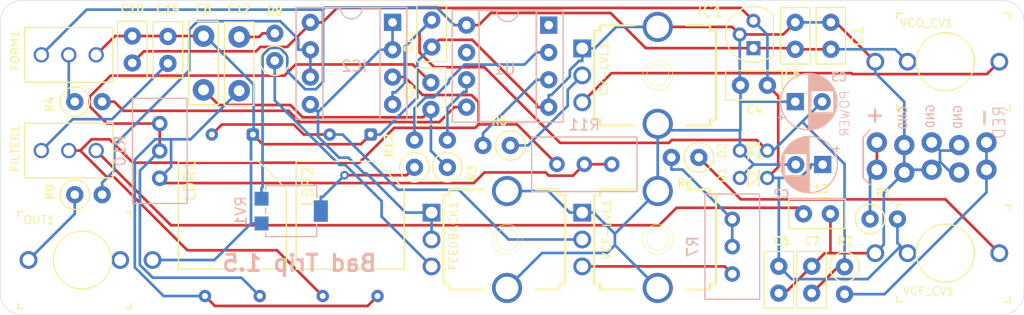
<source format=kicad_pcb>
(kicad_pcb (version 20171130) (host pcbnew 5.1.6-c6e7f7d~86~ubuntu18.04.1)

  (general
    (thickness 1.6)
    (drawings 9)
    (tracks 340)
    (zones 0)
    (modules 43)
    (nets 30)
  )

  (page A4)
  (layers
    (0 Top signal)
    (31 Bottom signal)
    (32 B.Adhes user)
    (33 F.Adhes user)
    (34 B.Paste user)
    (35 F.Paste user)
    (36 B.SilkS user)
    (37 F.SilkS user)
    (38 B.Mask user)
    (39 F.Mask user)
    (40 Dwgs.User user hide)
    (41 Cmts.User user)
    (42 Eco1.User user)
    (43 Eco2.User user)
    (44 Edge.Cuts user)
    (45 Margin user)
    (46 B.CrtYd user)
    (47 F.CrtYd user)
    (48 B.Fab user hide)
    (49 F.Fab user hide)
  )

  (setup
    (last_trace_width 0.25)
    (trace_clearance 0.2)
    (zone_clearance 0.508)
    (zone_45_only no)
    (trace_min 0.2)
    (via_size 0.8)
    (via_drill 0.4)
    (via_min_size 0.4)
    (via_min_drill 0.3)
    (uvia_size 0.3)
    (uvia_drill 0.1)
    (uvias_allowed no)
    (uvia_min_size 0.2)
    (uvia_min_drill 0.1)
    (edge_width 0.05)
    (segment_width 0.2)
    (pcb_text_width 0.3)
    (pcb_text_size 1.5 1.5)
    (mod_edge_width 0.12)
    (mod_text_size 1 1)
    (mod_text_width 0.15)
    (pad_size 1.524 1.524)
    (pad_drill 0.762)
    (pad_to_mask_clearance 0.051)
    (solder_mask_min_width 0.25)
    (aux_axis_origin 0 0)
    (grid_origin 101.013 119.62)
    (visible_elements FFFFFF7F)
    (pcbplotparams
      (layerselection 0x010fc_ffffffff)
      (usegerberextensions true)
      (usegerberattributes false)
      (usegerberadvancedattributes false)
      (creategerberjobfile false)
      (excludeedgelayer true)
      (linewidth 0.100000)
      (plotframeref false)
      (viasonmask false)
      (mode 1)
      (useauxorigin true)
      (hpglpennumber 1)
      (hpglpenspeed 20)
      (hpglpendiameter 15.000000)
      (psnegative false)
      (psa4output false)
      (plotreference true)
      (plotvalue true)
      (plotinvisibletext false)
      (padsonsilk false)
      (subtractmaskfromsilk false)
      (outputformat 1)
      (mirror false)
      (drillshape 0)
      (scaleselection 1)
      (outputdirectory "gerbers/"))
  )

  (net 0 "")
  (net 1 +5V)
  (net 2 GND)
  (net 3 +12V)
  (net 4 -12V)
  (net 5 "Net-(LOCK1-PadPOS1)")
  (net 6 "Net-(LOCK1-PadNEG1)")
  (net 7 "Net-(C8-Pad2)")
  (net 8 "Net-(R5-Pad2)")
  (net 9 "Net-(R4-Pad2)")
  (net 10 "Net-(C12-Pad2)")
  (net 11 "Net-(C12-Pad1)")
  (net 12 "Net-(IC2-Pad6)")
  (net 13 "Net-(C13-Pad1)")
  (net 14 "Net-(R7-Pad1)")
  (net 15 "Net-(LDR1-Pad2)")
  (net 16 "Net-(R6-Pad1)")
  (net 17 "Net-(C14-Pad1)")
  (net 18 "Net-(R6-Pad2)")
  (net 19 "Net-(CV-LVL1-Pad3)")
  (net 20 "Net-(FEEDBACK1-Pad1)")
  (net 21 "Net-(OUT1-PadP$1_TIP)")
  (net 22 "Net-(FORM1-PadCOM)")
  (net 23 "Net-(FILTER1-PadCOM)")
  (net 24 "Net-(C9-Pad1)")
  (net 25 "Net-(FEEDBACK1-Pad3)")
  (net 26 "Net-(R12-Pad2)")
  (net 27 "Net-(R12-Pad1)")
  (net 28 IN)
  (net 29 OUT)

  (net_class Default "This is the default net class."
    (clearance 0.2)
    (trace_width 0.25)
    (via_dia 0.8)
    (via_drill 0.4)
    (uvia_dia 0.3)
    (uvia_drill 0.1)
    (add_net +12V)
    (add_net +5V)
    (add_net -12V)
    (add_net GND)
    (add_net IN)
    (add_net "Net-(C12-Pad1)")
    (add_net "Net-(C12-Pad2)")
    (add_net "Net-(C13-Pad1)")
    (add_net "Net-(C14-Pad1)")
    (add_net "Net-(C8-Pad2)")
    (add_net "Net-(C9-Pad1)")
    (add_net "Net-(CV-LVL1-Pad3)")
    (add_net "Net-(FEEDBACK1-Pad1)")
    (add_net "Net-(FEEDBACK1-Pad3)")
    (add_net "Net-(FILTER1-PadCOM)")
    (add_net "Net-(FORM1-PadCOM)")
    (add_net "Net-(IC2-Pad6)")
    (add_net "Net-(LDR1-Pad2)")
    (add_net "Net-(LOCK1-PadNEG1)")
    (add_net "Net-(LOCK1-PadPOS1)")
    (add_net "Net-(OUT1-PadP$1_TIP)")
    (add_net "Net-(R12-Pad1)")
    (add_net "Net-(R12-Pad2)")
    (add_net "Net-(R4-Pad2)")
    (add_net "Net-(R5-Pad2)")
    (add_net "Net-(R6-Pad1)")
    (add_net "Net-(R6-Pad2)")
    (add_net "Net-(R7-Pad1)")
    (add_net OUT)
  )

  (module Capacitor_THT:C_Disc_D5.0mm_W2.5mm_P2.50mm (layer Top) (tedit 5AE50EF0) (tstamp 5DA54C8F)
    (at 178.054 92.456 270)
    (descr "C, Disc series, Radial, pin pitch=2.50mm, , diameter*width=5*2.5mm^2, Capacitor, http://cdn-reichelt.de/documents/datenblatt/B300/DS_KERKO_TC.pdf")
    (tags "C Disc series Radial pin pitch 2.50mm  diameter 5mm width 2.5mm Capacitor")
    (path /218CB388)
    (fp_text reference C1 (at 1.25 -2.5 90) (layer F.SilkS)
      (effects (font (size 1 1) (thickness 0.15)))
    )
    (fp_text value 100n (at 1.25 2.5 90) (layer F.Fab)
      (effects (font (size 1 1) (thickness 0.15)))
    )
    (fp_line (start -1.25 -1.25) (end -1.25 1.25) (layer F.Fab) (width 0.1))
    (fp_line (start -1.25 1.25) (end 3.75 1.25) (layer F.Fab) (width 0.1))
    (fp_line (start 3.75 1.25) (end 3.75 -1.25) (layer F.Fab) (width 0.1))
    (fp_line (start 3.75 -1.25) (end -1.25 -1.25) (layer F.Fab) (width 0.1))
    (fp_line (start -1.37 -1.37) (end 3.87 -1.37) (layer F.SilkS) (width 0.12))
    (fp_line (start -1.37 1.37) (end 3.87 1.37) (layer F.SilkS) (width 0.12))
    (fp_line (start -1.37 -1.37) (end -1.37 1.37) (layer F.SilkS) (width 0.12))
    (fp_line (start 3.87 -1.37) (end 3.87 1.37) (layer F.SilkS) (width 0.12))
    (fp_line (start -1.5 -1.5) (end -1.5 1.5) (layer F.CrtYd) (width 0.05))
    (fp_line (start -1.5 1.5) (end 4 1.5) (layer F.CrtYd) (width 0.05))
    (fp_line (start 4 1.5) (end 4 -1.5) (layer F.CrtYd) (width 0.05))
    (fp_line (start 4 -1.5) (end -1.5 -1.5) (layer F.CrtYd) (width 0.05))
    (fp_text user %R (at 1.25 0 90) (layer F.Fab)
      (effects (font (size 1 1) (thickness 0.15)))
    )
    (pad 2 thru_hole circle (at 2.5 0 270) (size 1.6 1.6) (drill 0.8) (layers *.Cu *.Mask)
      (net 1 +5V))
    (pad 1 thru_hole circle (at 0 0 270) (size 1.6 1.6) (drill 0.8) (layers *.Cu *.Mask)
      (net 2 GND))
    (model ${KISYS3DMOD}/Capacitor_THT.3dshapes/C_Disc_D5.0mm_W2.5mm_P2.50mm.wrl
      (at (xyz 0 0 0))
      (scale (xyz 1 1 1))
      (rotate (xyz 0 0 0))
    )
  )

  (module Potentiometer_SMD:Potentiometer_Bourns_3314G_Vertical (layer Bottom) (tedit 5A81E1D7) (tstamp 5E26AE26)
    (at 128.016 109.982 270)
    (descr "Potentiometer, vertical, Bourns 3314G, http://www.bourns.com/docs/Product-Datasheets/3314.pdf")
    (tags "Potentiometer vertical Bourns 3314G")
    (path /5DE69E0D)
    (attr smd)
    (fp_text reference RV1 (at 0 4.65 90) (layer B.SilkS)
      (effects (font (size 1 1) (thickness 0.15)) (justify mirror))
    )
    (fp_text value R_POT (at 0 -4.65 90) (layer B.Fab)
      (effects (font (size 1 1) (thickness 0.15)) (justify mirror))
    )
    (fp_circle (center 0 0) (end 1 0) (layer B.Fab) (width 0.1))
    (fp_line (start -2.25 2.25) (end -2.25 -2.25) (layer B.Fab) (width 0.1))
    (fp_line (start -2.25 -2.25) (end 2.25 -2.25) (layer B.Fab) (width 0.1))
    (fp_line (start 2.25 -2.25) (end 2.25 2.25) (layer B.Fab) (width 0.1))
    (fp_line (start 2.25 2.25) (end -2.25 2.25) (layer B.Fab) (width 0.1))
    (fp_line (start 0 -0.99) (end 0.001 0.989) (layer B.Fab) (width 0.1))
    (fp_line (start 0 -0.99) (end 0.001 0.989) (layer B.Fab) (width 0.1))
    (fp_line (start 2.04 2.37) (end 2.37 2.37) (layer B.SilkS) (width 0.12))
    (fp_line (start -2.37 2.37) (end -2.039 2.37) (layer B.SilkS) (width 0.12))
    (fp_line (start -0.259 2.37) (end 0.26 2.37) (layer B.SilkS) (width 0.12))
    (fp_line (start -2.37 -2.37) (end -1.24 -2.37) (layer B.SilkS) (width 0.12))
    (fp_line (start 1.24 -2.37) (end 2.37 -2.37) (layer B.SilkS) (width 0.12))
    (fp_line (start -2.37 2.37) (end -2.37 -2.37) (layer B.SilkS) (width 0.12))
    (fp_line (start 2.37 2.37) (end 2.37 -2.37) (layer B.SilkS) (width 0.12))
    (fp_line (start -2.5 3.65) (end -2.5 -3.65) (layer B.CrtYd) (width 0.05))
    (fp_line (start -2.5 -3.65) (end 2.5 -3.65) (layer B.CrtYd) (width 0.05))
    (fp_line (start 2.5 -3.65) (end 2.5 3.65) (layer B.CrtYd) (width 0.05))
    (fp_line (start 2.5 3.65) (end -2.5 3.65) (layer B.CrtYd) (width 0.05))
    (fp_text user %R (at 0 1.7 90) (layer B.Fab)
      (effects (font (size 0.63 0.63) (thickness 0.15)) (justify mirror))
    )
    (pad 3 smd rect (at -1.15 2.75 270) (size 1.3 1.3) (layers Bottom B.Paste B.Mask)
      (net 1 +5V))
    (pad 2 smd rect (at 0 -2.75 270) (size 2 1.3) (layers Bottom B.Paste B.Mask)
      (net 27 "Net-(R12-Pad1)"))
    (pad 1 smd rect (at 1.15 2.75 270) (size 1.3 1.3) (layers Bottom B.Paste B.Mask)
      (net 2 GND))
    (model ${KISYS3DMOD}/Potentiometer_SMD.3dshapes/Potentiometer_Bourns_3314G_Vertical.wrl
      (at (xyz 0 0 0))
      (scale (xyz 1 1 1))
      (rotate (xyz 0 0 0))
    )
  )

  (module Resistor_THT:R_Axial_DIN0207_L6.3mm_D2.5mm_P2.54mm_Vertical (layer Top) (tedit 5AE5139B) (tstamp 5E26AE0C)
    (at 139.446 105.918 90)
    (descr "Resistor, Axial_DIN0207 series, Axial, Vertical, pin pitch=2.54mm, 0.25W = 1/4W, length*diameter=6.3*2.5mm^2, http://cdn-reichelt.de/documents/datenblatt/B400/1_4W%23YAG.pdf")
    (tags "Resistor Axial_DIN0207 series Axial Vertical pin pitch 2.54mm 0.25W = 1/4W length 6.3mm diameter 2.5mm")
    (path /5DE6C90E)
    (fp_text reference R12 (at 2.032 -2.37 90) (layer F.SilkS)
      (effects (font (size 0.75 0.75) (thickness 0.15)))
    )
    (fp_text value 10k (at 1.27 2.37 90) (layer F.Fab)
      (effects (font (size 1 1) (thickness 0.15)))
    )
    (fp_circle (center 0 0) (end 1.25 0) (layer F.Fab) (width 0.1))
    (fp_circle (center 0 0) (end 1.37 0) (layer F.SilkS) (width 0.12))
    (fp_line (start 0 0) (end 2.54 0) (layer F.Fab) (width 0.1))
    (fp_line (start 1.37 0) (end 1.44 0) (layer F.SilkS) (width 0.12))
    (fp_line (start -1.5 -1.5) (end -1.5 1.5) (layer F.CrtYd) (width 0.05))
    (fp_line (start -1.5 1.5) (end 3.59 1.5) (layer F.CrtYd) (width 0.05))
    (fp_line (start 3.59 1.5) (end 3.59 -1.5) (layer F.CrtYd) (width 0.05))
    (fp_line (start 3.59 -1.5) (end -1.5 -1.5) (layer F.CrtYd) (width 0.05))
    (fp_text user %R (at 1.27 -2.37 90) (layer F.Fab)
      (effects (font (size 1 1) (thickness 0.15)))
    )
    (pad 2 thru_hole oval (at 2.54 0 90) (size 1.6 1.6) (drill 0.8) (layers *.Cu *.Mask)
      (net 26 "Net-(R12-Pad2)"))
    (pad 1 thru_hole circle (at 0 0 90) (size 1.6 1.6) (drill 0.8) (layers *.Cu *.Mask)
      (net 27 "Net-(R12-Pad1)"))
    (model ${KISYS3DMOD}/Resistor_THT.3dshapes/R_Axial_DIN0207_L6.3mm_D2.5mm_P2.54mm_Vertical.wrl
      (at (xyz 0 0 0))
      (scale (xyz 1 1 1))
      (rotate (xyz 0 0 0))
    )
  )

  (module Resistor_THT:R_Axial_DIN0207_L6.3mm_D2.5mm_P2.54mm_Vertical (layer Top) (tedit 5AE5139B) (tstamp 5DE467FE)
    (at 126.492 96.012 90)
    (descr "Resistor, Axial_DIN0207 series, Axial, Vertical, pin pitch=2.54mm, 0.25W = 1/4W, length*diameter=6.3*2.5mm^2, http://cdn-reichelt.de/documents/datenblatt/B400/1_4W%23YAG.pdf")
    (tags "Resistor Axial_DIN0207 series Axial Vertical pin pitch 2.54mm 0.25W = 1/4W length 6.3mm diameter 2.5mm")
    (path /5DE476BD)
    (fp_text reference R8 (at 4.572 0 180) (layer F.SilkS)
      (effects (font (size 0.75 0.75) (thickness 0.15)))
    )
    (fp_text value 1k (at 1.27 2.37 90) (layer F.Fab)
      (effects (font (size 1 1) (thickness 0.15)))
    )
    (fp_circle (center 0 0) (end 1.25 0) (layer F.Fab) (width 0.1))
    (fp_circle (center 0 0) (end 1.37 0) (layer F.SilkS) (width 0.12))
    (fp_line (start 0 0) (end 2.54 0) (layer F.Fab) (width 0.1))
    (fp_line (start 1.37 0) (end 1.44 0) (layer F.SilkS) (width 0.12))
    (fp_line (start -1.5 -1.5) (end -1.5 1.5) (layer F.CrtYd) (width 0.05))
    (fp_line (start -1.5 1.5) (end 3.59 1.5) (layer F.CrtYd) (width 0.05))
    (fp_line (start 3.59 1.5) (end 3.59 -1.5) (layer F.CrtYd) (width 0.05))
    (fp_line (start 3.59 -1.5) (end -1.5 -1.5) (layer F.CrtYd) (width 0.05))
    (fp_text user %R (at 1.27 -2.37 90) (layer F.Fab)
      (effects (font (size 1 1) (thickness 0.15)))
    )
    (pad 2 thru_hole oval (at 2.54 0 90) (size 1.6 1.6) (drill 0.8) (layers *.Cu *.Mask)
      (net 10 "Net-(C12-Pad2)"))
    (pad 1 thru_hole circle (at 0 0 90) (size 1.6 1.6) (drill 0.8) (layers *.Cu *.Mask)
      (net 25 "Net-(FEEDBACK1-Pad3)"))
    (model ${KISYS3DMOD}/Resistor_THT.3dshapes/R_Axial_DIN0207_L6.3mm_D2.5mm_P2.54mm_Vertical.wrl
      (at (xyz 0 0 0))
      (scale (xyz 1 1 1))
      (rotate (xyz 0 0 0))
    )
  )

  (module OptoDevice:PerkinElmer_VTL5C (layer Top) (tedit 5B86F5E5) (tstamp 5DA54F39)
    (at 135.382 102.87 270)
    (descr "Axial Vactrol (http://www.qsl.net/wa1ion/vactrol/vactrol.pdf)")
    (tags vactrol)
    (path /E35146AD)
    (fp_text reference LDR2 (at 4.826 5.842 90) (layer F.SilkS)
      (effects (font (size 1 1) (thickness 0.15)))
    )
    (fp_text value VACTROL_4PIN (at 7.5 7.9 90) (layer F.Fab)
      (effects (font (size 1 1) (thickness 0.15)))
    )
    (fp_line (start 12.51 6.91) (end 12.51 -3.11) (layer F.SilkS) (width 0.12))
    (fp_line (start 2.49 6.91) (end 12.51 6.91) (layer F.SilkS) (width 0.12))
    (fp_line (start 2.49 -0.53) (end 2.49 6.91) (layer F.SilkS) (width 0.12))
    (fp_line (start 5.07 -3.11) (end 2.49 -0.53) (layer F.SilkS) (width 0.12))
    (fp_line (start 12.51 -3.11) (end 5.07 -3.11) (layer F.SilkS) (width 0.12))
    (fp_line (start 5 -3.3) (end 12.7 -3.3) (layer F.CrtYd) (width 0.05))
    (fp_line (start 2.53 -0.83) (end 5 -3.3) (layer F.CrtYd) (width 0.05))
    (fp_line (start 2.3 7.1) (end 2.3 4.63) (layer F.CrtYd) (width 0.05))
    (fp_line (start 12.7 7.1) (end 2.3 7.1) (layer F.CrtYd) (width 0.05))
    (fp_line (start 12.7 -3.3) (end 12.7 -1.47) (layer F.CrtYd) (width 0.05))
    (fp_line (start 0.7 3.55) (end 2.55 2.9) (layer F.Fab) (width 0.1))
    (fp_line (start 14.3 -0.64) (end 12.45 -0.64) (layer F.Fab) (width 0.1))
    (fp_line (start 5.1 -3.05) (end 2.55 -0.5) (layer F.Fab) (width 0.1))
    (fp_line (start 2.55 6.85) (end 2.55 -0.5) (layer F.Fab) (width 0.1))
    (fp_line (start 12.45 6.85) (end 2.55 6.85) (layer F.Fab) (width 0.1))
    (fp_line (start 12.45 -3.05) (end 12.45 6.85) (layer F.Fab) (width 0.1))
    (fp_line (start 5.1 -3.05) (end 12.45 -3.05) (layer F.Fab) (width 0.1))
    (fp_line (start 14.3 4.44) (end 12.45 4.44) (layer F.Fab) (width 0.1))
    (fp_line (start 0.7 0.25) (end 2.55 0.9) (layer F.Fab) (width 0.1))
    (fp_line (start -0.83 4.63) (end -0.83 -0.83) (layer F.CrtYd) (width 0.05))
    (fp_line (start 2.53 -0.83) (end -0.83 -0.83) (layer F.CrtYd) (width 0.05))
    (fp_line (start 2.3 4.63) (end -0.83 4.63) (layer F.CrtYd) (width 0.05))
    (fp_line (start 15.83 -1.47) (end 12.7 -1.47) (layer F.CrtYd) (width 0.05))
    (fp_line (start 15.83 5.27) (end 12.7 5.27) (layer F.CrtYd) (width 0.05))
    (fp_line (start 15.83 5.27) (end 15.83 -1.47) (layer F.CrtYd) (width 0.05))
    (fp_line (start 12.7 5.27) (end 12.7 7.1) (layer F.CrtYd) (width 0.05))
    (fp_text user %R (at 7.5 1.9 90) (layer F.Fab)
      (effects (font (size 1 1) (thickness 0.1)))
    )
    (pad 2 thru_hole circle (at 0 3.8 270) (size 1.15 1.15) (drill 0.55) (layers *.Cu *.Mask)
      (net 15 "Net-(LDR1-Pad2)"))
    (pad 4 thru_hole circle (at 15 4.44 270) (size 1.15 1.15) (drill 0.55) (layers *.Cu *.Mask)
      (net 23 "Net-(FILTER1-PadCOM)"))
    (pad 3 thru_hole circle (at 15 -0.64 270) (size 1.15 1.15) (drill 0.55) (layers *.Cu *.Mask)
      (net 11 "Net-(C12-Pad1)"))
    (pad 1 thru_hole roundrect (at 0 0 270) (size 1.15 1.15) (drill 0.55) (layers *.Cu *.Mask) (roundrect_rratio 0.25)
      (net 2 GND))
    (model ${KISYS3DMOD}/OptoDevice.3dshapes/PerkinElmer_VTL5C.wrl
      (at (xyz 0 0 0))
      (scale (xyz 1 1 1))
      (rotate (xyz 0 0 0))
    )
  )

  (module OptoDevice:PerkinElmer_VTL5C (layer Top) (tedit 5B86F5E5) (tstamp 5DA54F10)
    (at 124.46 102.87 270)
    (descr "Axial Vactrol (http://www.qsl.net/wa1ion/vactrol/vactrol.pdf)")
    (tags vactrol)
    (path /784AED89)
    (fp_text reference LDR1 (at 4.318 5.842 90) (layer F.SilkS)
      (effects (font (size 1 1) (thickness 0.15)))
    )
    (fp_text value VACTROL_4PIN (at 7.5 7.9 90) (layer F.Fab)
      (effects (font (size 1 1) (thickness 0.15)))
    )
    (fp_line (start 12.51 6.91) (end 12.51 -3.11) (layer F.SilkS) (width 0.12))
    (fp_line (start 2.49 6.91) (end 12.51 6.91) (layer F.SilkS) (width 0.12))
    (fp_line (start 2.49 -0.53) (end 2.49 6.91) (layer F.SilkS) (width 0.12))
    (fp_line (start 5.07 -3.11) (end 2.49 -0.53) (layer F.SilkS) (width 0.12))
    (fp_line (start 12.51 -3.11) (end 5.07 -3.11) (layer F.SilkS) (width 0.12))
    (fp_line (start 5 -3.3) (end 12.7 -3.3) (layer F.CrtYd) (width 0.05))
    (fp_line (start 2.53 -0.83) (end 5 -3.3) (layer F.CrtYd) (width 0.05))
    (fp_line (start 2.3 7.1) (end 2.3 4.63) (layer F.CrtYd) (width 0.05))
    (fp_line (start 12.7 7.1) (end 2.3 7.1) (layer F.CrtYd) (width 0.05))
    (fp_line (start 12.7 -3.3) (end 12.7 -1.47) (layer F.CrtYd) (width 0.05))
    (fp_line (start 0.7 3.55) (end 2.55 2.9) (layer F.Fab) (width 0.1))
    (fp_line (start 14.3 -0.64) (end 12.45 -0.64) (layer F.Fab) (width 0.1))
    (fp_line (start 5.1 -3.05) (end 2.55 -0.5) (layer F.Fab) (width 0.1))
    (fp_line (start 2.55 6.85) (end 2.55 -0.5) (layer F.Fab) (width 0.1))
    (fp_line (start 12.45 6.85) (end 2.55 6.85) (layer F.Fab) (width 0.1))
    (fp_line (start 12.45 -3.05) (end 12.45 6.85) (layer F.Fab) (width 0.1))
    (fp_line (start 5.1 -3.05) (end 12.45 -3.05) (layer F.Fab) (width 0.1))
    (fp_line (start 14.3 4.44) (end 12.45 4.44) (layer F.Fab) (width 0.1))
    (fp_line (start 0.7 0.25) (end 2.55 0.9) (layer F.Fab) (width 0.1))
    (fp_line (start -0.83 4.63) (end -0.83 -0.83) (layer F.CrtYd) (width 0.05))
    (fp_line (start 2.53 -0.83) (end -0.83 -0.83) (layer F.CrtYd) (width 0.05))
    (fp_line (start 2.3 4.63) (end -0.83 4.63) (layer F.CrtYd) (width 0.05))
    (fp_line (start 15.83 -1.47) (end 12.7 -1.47) (layer F.CrtYd) (width 0.05))
    (fp_line (start 15.83 5.27) (end 12.7 5.27) (layer F.CrtYd) (width 0.05))
    (fp_line (start 15.83 5.27) (end 15.83 -1.47) (layer F.CrtYd) (width 0.05))
    (fp_line (start 12.7 5.27) (end 12.7 7.1) (layer F.CrtYd) (width 0.05))
    (fp_text user %R (at 7.5 1.9 90) (layer F.Fab)
      (effects (font (size 1 1) (thickness 0.1)))
    )
    (pad 2 thru_hole circle (at 0 3.8 270) (size 1.15 1.15) (drill 0.55) (layers *.Cu *.Mask)
      (net 15 "Net-(LDR1-Pad2)"))
    (pad 4 thru_hole circle (at 15 4.44 270) (size 1.15 1.15) (drill 0.55) (layers *.Cu *.Mask)
      (net 11 "Net-(C12-Pad1)"))
    (pad 3 thru_hole circle (at 15 -0.64 270) (size 1.15 1.15) (drill 0.55) (layers *.Cu *.Mask)
      (net 24 "Net-(C9-Pad1)"))
    (pad 1 thru_hole roundrect (at 0 0 270) (size 1.15 1.15) (drill 0.55) (layers *.Cu *.Mask) (roundrect_rratio 0.25)
      (net 2 GND))
    (model ${KISYS3DMOD}/OptoDevice.3dshapes/PerkinElmer_VTL5C.wrl
      (at (xyz 0 0 0))
      (scale (xyz 1 1 1))
      (rotate (xyz 0 0 0))
    )
  )

  (module Potentiometer_THT:Potentiometer_Bourns_3296W_Vertical (layer Bottom) (tedit 5A3D4994) (tstamp 5DA54FA9)
    (at 168.91 115.824 270)
    (descr "Potentiometer, vertical, Bourns 3296W, https://www.bourns.com/pdfs/3296.pdf")
    (tags "Potentiometer vertical Bourns 3296W")
    (path /DDD5965E)
    (fp_text reference R7 (at -2.54 3.66 90) (layer B.SilkS)
      (effects (font (size 1 1) (thickness 0.15)) (justify mirror))
    )
    (fp_text value 20k (at -2.54 -3.67 90) (layer B.Fab)
      (effects (font (size 1 1) (thickness 0.15)) (justify mirror))
    )
    (fp_circle (center 0.955 -1.15) (end 2.05 -1.15) (layer B.Fab) (width 0.1))
    (fp_line (start -7.305 2.41) (end -7.305 -2.42) (layer B.Fab) (width 0.1))
    (fp_line (start -7.305 -2.42) (end 2.225 -2.42) (layer B.Fab) (width 0.1))
    (fp_line (start 2.225 -2.42) (end 2.225 2.41) (layer B.Fab) (width 0.1))
    (fp_line (start 2.225 2.41) (end -7.305 2.41) (layer B.Fab) (width 0.1))
    (fp_line (start 0.955 -2.235) (end 0.956 -0.066) (layer B.Fab) (width 0.1))
    (fp_line (start 0.955 -2.235) (end 0.956 -0.066) (layer B.Fab) (width 0.1))
    (fp_line (start -7.425 2.53) (end 2.345 2.53) (layer B.SilkS) (width 0.12))
    (fp_line (start -7.425 -2.54) (end 2.345 -2.54) (layer B.SilkS) (width 0.12))
    (fp_line (start -7.425 2.53) (end -7.425 -2.54) (layer B.SilkS) (width 0.12))
    (fp_line (start 2.345 2.53) (end 2.345 -2.54) (layer B.SilkS) (width 0.12))
    (fp_line (start -7.6 2.7) (end -7.6 -2.7) (layer B.CrtYd) (width 0.05))
    (fp_line (start -7.6 -2.7) (end 2.5 -2.7) (layer B.CrtYd) (width 0.05))
    (fp_line (start 2.5 -2.7) (end 2.5 2.7) (layer B.CrtYd) (width 0.05))
    (fp_line (start 2.5 2.7) (end -7.6 2.7) (layer B.CrtYd) (width 0.05))
    (fp_text user %R (at -3.175 -0.005 90) (layer B.Fab)
      (effects (font (size 1 1) (thickness 0.15)) (justify mirror))
    )
    (pad 3 thru_hole circle (at -5.08 0 270) (size 1.44 1.44) (drill 0.8) (layers *.Cu *.Mask)
      (net 18 "Net-(R6-Pad2)"))
    (pad 2 thru_hole circle (at -2.54 0 270) (size 1.44 1.44) (drill 0.8) (layers *.Cu *.Mask)
      (net 18 "Net-(R6-Pad2)"))
    (pad 1 thru_hole circle (at 0 0 270) (size 1.44 1.44) (drill 0.8) (layers *.Cu *.Mask)
      (net 14 "Net-(R7-Pad1)"))
    (model ${KISYS3DMOD}/Potentiometer_THT.3dshapes/Potentiometer_Bourns_3296W_Vertical.wrl
      (at (xyz 0 0 0))
      (scale (xyz 1 1 1))
      (rotate (xyz 0 0 0))
    )
  )

  (module Package_DIP:DIP-8_W7.62mm_Socket (layer Bottom) (tedit 5A02E8C5) (tstamp 5DA54DE3)
    (at 151.892 92.71 180)
    (descr "8-lead though-hole mounted DIP package, row spacing 7.62 mm (300 mils), Socket")
    (tags "THT DIP DIL PDIP 2.54mm 7.62mm 300mil Socket")
    (path /F9562130)
    (fp_text reference U1 (at 4.064 -4.064) (layer B.SilkS)
      (effects (font (size 1 1) (thickness 0.15)) (justify mirror))
    )
    (fp_text value ATTINY85P (at 3.81 -9.95) (layer B.Fab)
      (effects (font (size 1 1) (thickness 0.15)) (justify mirror))
    )
    (fp_line (start 1.635 1.27) (end 6.985 1.27) (layer B.Fab) (width 0.1))
    (fp_line (start 6.985 1.27) (end 6.985 -8.89) (layer B.Fab) (width 0.1))
    (fp_line (start 6.985 -8.89) (end 0.635 -8.89) (layer B.Fab) (width 0.1))
    (fp_line (start 0.635 -8.89) (end 0.635 0.27) (layer B.Fab) (width 0.1))
    (fp_line (start 0.635 0.27) (end 1.635 1.27) (layer B.Fab) (width 0.1))
    (fp_line (start -1.27 1.33) (end -1.27 -8.95) (layer B.Fab) (width 0.1))
    (fp_line (start -1.27 -8.95) (end 8.89 -8.95) (layer B.Fab) (width 0.1))
    (fp_line (start 8.89 -8.95) (end 8.89 1.33) (layer B.Fab) (width 0.1))
    (fp_line (start 8.89 1.33) (end -1.27 1.33) (layer B.Fab) (width 0.1))
    (fp_line (start 2.81 1.33) (end 1.16 1.33) (layer B.SilkS) (width 0.12))
    (fp_line (start 1.16 1.33) (end 1.16 -8.95) (layer B.SilkS) (width 0.12))
    (fp_line (start 1.16 -8.95) (end 6.46 -8.95) (layer B.SilkS) (width 0.12))
    (fp_line (start 6.46 -8.95) (end 6.46 1.33) (layer B.SilkS) (width 0.12))
    (fp_line (start 6.46 1.33) (end 4.81 1.33) (layer B.SilkS) (width 0.12))
    (fp_line (start -1.33 1.39) (end -1.33 -9.01) (layer B.SilkS) (width 0.12))
    (fp_line (start -1.33 -9.01) (end 8.95 -9.01) (layer B.SilkS) (width 0.12))
    (fp_line (start 8.95 -9.01) (end 8.95 1.39) (layer B.SilkS) (width 0.12))
    (fp_line (start 8.95 1.39) (end -1.33 1.39) (layer B.SilkS) (width 0.12))
    (fp_line (start -1.55 1.6) (end -1.55 -9.2) (layer B.CrtYd) (width 0.05))
    (fp_line (start -1.55 -9.2) (end 9.15 -9.2) (layer B.CrtYd) (width 0.05))
    (fp_line (start 9.15 -9.2) (end 9.15 1.6) (layer B.CrtYd) (width 0.05))
    (fp_line (start 9.15 1.6) (end -1.55 1.6) (layer B.CrtYd) (width 0.05))
    (fp_text user %R (at 3.81 -3.81) (layer B.Fab)
      (effects (font (size 1 1) (thickness 0.15)) (justify mirror))
    )
    (fp_arc (start 3.81 1.33) (end 2.81 1.33) (angle 180) (layer B.SilkS) (width 0.12))
    (pad 8 thru_hole oval (at 7.62 0 180) (size 1.6 1.6) (drill 0.8) (layers *.Cu *.Mask)
      (net 1 +5V))
    (pad 4 thru_hole oval (at 0 -7.62 180) (size 1.6 1.6) (drill 0.8) (layers *.Cu *.Mask)
      (net 2 GND))
    (pad 7 thru_hole oval (at 7.62 -2.54 180) (size 1.6 1.6) (drill 0.8) (layers *.Cu *.Mask))
    (pad 3 thru_hole oval (at 0 -5.08 180) (size 1.6 1.6) (drill 0.8) (layers *.Cu *.Mask)
      (net 8 "Net-(R5-Pad2)"))
    (pad 6 thru_hole oval (at 7.62 -5.08 180) (size 1.6 1.6) (drill 0.8) (layers *.Cu *.Mask)
      (net 29 OUT))
    (pad 2 thru_hole oval (at 0 -2.54 180) (size 1.6 1.6) (drill 0.8) (layers *.Cu *.Mask)
      (net 26 "Net-(R12-Pad2)"))
    (pad 5 thru_hole oval (at 7.62 -7.62 180) (size 1.6 1.6) (drill 0.8) (layers *.Cu *.Mask)
      (net 9 "Net-(R4-Pad2)"))
    (pad 1 thru_hole rect (at 0 0 180) (size 1.6 1.6) (drill 0.8) (layers *.Cu *.Mask))
    (model ${KISYS3DMOD}/Package_DIP.3dshapes/DIP-8_W7.62mm_Socket.wrl
      (at (xyz 0 0 0))
      (scale (xyz 1 1 1))
      (rotate (xyz 0 0 0))
    )
  )

  (module Package_DIP:DIP-8_W7.62mm_Socket (layer Bottom) (tedit 5A02E8C5) (tstamp 5DA54EFF)
    (at 137.414 92.456 180)
    (descr "8-lead though-hole mounted DIP package, row spacing 7.62 mm (300 mils), Socket")
    (tags "THT DIP DIL PDIP 2.54mm 7.62mm 300mil Socket")
    (path /541775CA)
    (fp_text reference IC2 (at 3.556 -4.064) (layer B.SilkS)
      (effects (font (size 1 1) (thickness 0.15)) (justify mirror))
    )
    (fp_text value TL072P (at 3.81 -9.95) (layer B.Fab)
      (effects (font (size 1 1) (thickness 0.15)) (justify mirror))
    )
    (fp_line (start 1.635 1.27) (end 6.985 1.27) (layer B.Fab) (width 0.1))
    (fp_line (start 6.985 1.27) (end 6.985 -8.89) (layer B.Fab) (width 0.1))
    (fp_line (start 6.985 -8.89) (end 0.635 -8.89) (layer B.Fab) (width 0.1))
    (fp_line (start 0.635 -8.89) (end 0.635 0.27) (layer B.Fab) (width 0.1))
    (fp_line (start 0.635 0.27) (end 1.635 1.27) (layer B.Fab) (width 0.1))
    (fp_line (start -1.27 1.33) (end -1.27 -8.95) (layer B.Fab) (width 0.1))
    (fp_line (start -1.27 -8.95) (end 8.89 -8.95) (layer B.Fab) (width 0.1))
    (fp_line (start 8.89 -8.95) (end 8.89 1.33) (layer B.Fab) (width 0.1))
    (fp_line (start 8.89 1.33) (end -1.27 1.33) (layer B.Fab) (width 0.1))
    (fp_line (start 2.81 1.33) (end 1.16 1.33) (layer B.SilkS) (width 0.12))
    (fp_line (start 1.16 1.33) (end 1.16 -8.95) (layer B.SilkS) (width 0.12))
    (fp_line (start 1.16 -8.95) (end 6.46 -8.95) (layer B.SilkS) (width 0.12))
    (fp_line (start 6.46 -8.95) (end 6.46 1.33) (layer B.SilkS) (width 0.12))
    (fp_line (start 6.46 1.33) (end 4.81 1.33) (layer B.SilkS) (width 0.12))
    (fp_line (start -1.33 1.39) (end -1.33 -9.01) (layer B.SilkS) (width 0.12))
    (fp_line (start -1.33 -9.01) (end 8.95 -9.01) (layer B.SilkS) (width 0.12))
    (fp_line (start 8.95 -9.01) (end 8.95 1.39) (layer B.SilkS) (width 0.12))
    (fp_line (start 8.95 1.39) (end -1.33 1.39) (layer B.SilkS) (width 0.12))
    (fp_line (start -1.55 1.6) (end -1.55 -9.2) (layer B.CrtYd) (width 0.05))
    (fp_line (start -1.55 -9.2) (end 9.15 -9.2) (layer B.CrtYd) (width 0.05))
    (fp_line (start 9.15 -9.2) (end 9.15 1.6) (layer B.CrtYd) (width 0.05))
    (fp_line (start 9.15 1.6) (end -1.55 1.6) (layer B.CrtYd) (width 0.05))
    (fp_text user %R (at 3.81 -3.81) (layer B.Fab)
      (effects (font (size 1 1) (thickness 0.15)) (justify mirror))
    )
    (fp_arc (start 3.81 1.33) (end 2.81 1.33) (angle 180) (layer B.SilkS) (width 0.12))
    (pad 8 thru_hole oval (at 7.62 0 180) (size 1.6 1.6) (drill 0.8) (layers *.Cu *.Mask)
      (net 3 +12V))
    (pad 4 thru_hole oval (at 0 -7.62 180) (size 1.6 1.6) (drill 0.8) (layers *.Cu *.Mask)
      (net 4 -12V))
    (pad 7 thru_hole oval (at 7.62 -2.54 180) (size 1.6 1.6) (drill 0.8) (layers *.Cu *.Mask)
      (net 12 "Net-(IC2-Pad6)"))
    (pad 3 thru_hole oval (at 0 -5.08 180) (size 1.6 1.6) (drill 0.8) (layers *.Cu *.Mask)
      (net 23 "Net-(FILTER1-PadCOM)"))
    (pad 6 thru_hole oval (at 7.62 -5.08 180) (size 1.6 1.6) (drill 0.8) (layers *.Cu *.Mask)
      (net 12 "Net-(IC2-Pad6)"))
    (pad 2 thru_hole oval (at 0 -2.54 180) (size 1.6 1.6) (drill 0.8) (layers *.Cu *.Mask)
      (net 20 "Net-(FEEDBACK1-Pad1)"))
    (pad 5 thru_hole oval (at 7.62 -7.62 180) (size 1.6 1.6) (drill 0.8) (layers *.Cu *.Mask)
      (net 20 "Net-(FEEDBACK1-Pad1)"))
    (pad 1 thru_hole rect (at 0 0 180) (size 1.6 1.6) (drill 0.8) (layers *.Cu *.Mask)
      (net 20 "Net-(FEEDBACK1-Pad1)"))
    (model ${KISYS3DMOD}/Package_DIP.3dshapes/DIP-8_W7.62mm_Socket.wrl
      (at (xyz 0 0 0))
      (scale (xyz 1 1 1))
      (rotate (xyz 0 0 0))
    )
  )

  (module Potentiometer_THT:Potentiometer_Bourns_3296W_Vertical (layer Bottom) (tedit 5A3D4994) (tstamp 5DA54F9D)
    (at 152.654 105.634 180)
    (descr "Potentiometer, vertical, Bourns 3296W, https://www.bourns.com/pdfs/3296.pdf")
    (tags "Potentiometer vertical Bourns 3296W")
    (path /6163C2A6)
    (fp_text reference R11 (at -2.54 3.66) (layer B.SilkS)
      (effects (font (size 1 1) (thickness 0.15)) (justify mirror))
    )
    (fp_text value 1M (at -2.54 -3.67) (layer B.Fab)
      (effects (font (size 1 1) (thickness 0.15)) (justify mirror))
    )
    (fp_circle (center 0.955 -1.15) (end 2.05 -1.15) (layer B.Fab) (width 0.1))
    (fp_line (start -7.305 2.41) (end -7.305 -2.42) (layer B.Fab) (width 0.1))
    (fp_line (start -7.305 -2.42) (end 2.225 -2.42) (layer B.Fab) (width 0.1))
    (fp_line (start 2.225 -2.42) (end 2.225 2.41) (layer B.Fab) (width 0.1))
    (fp_line (start 2.225 2.41) (end -7.305 2.41) (layer B.Fab) (width 0.1))
    (fp_line (start 0.955 -2.235) (end 0.956 -0.066) (layer B.Fab) (width 0.1))
    (fp_line (start 0.955 -2.235) (end 0.956 -0.066) (layer B.Fab) (width 0.1))
    (fp_line (start -7.425 2.53) (end 2.345 2.53) (layer B.SilkS) (width 0.12))
    (fp_line (start -7.425 -2.54) (end 2.345 -2.54) (layer B.SilkS) (width 0.12))
    (fp_line (start -7.425 2.53) (end -7.425 -2.54) (layer B.SilkS) (width 0.12))
    (fp_line (start 2.345 2.53) (end 2.345 -2.54) (layer B.SilkS) (width 0.12))
    (fp_line (start -7.6 2.7) (end -7.6 -2.7) (layer B.CrtYd) (width 0.05))
    (fp_line (start -7.6 -2.7) (end 2.5 -2.7) (layer B.CrtYd) (width 0.05))
    (fp_line (start 2.5 -2.7) (end 2.5 2.7) (layer B.CrtYd) (width 0.05))
    (fp_line (start 2.5 2.7) (end -7.6 2.7) (layer B.CrtYd) (width 0.05))
    (fp_text user %R (at -3.175 -0.005) (layer B.Fab)
      (effects (font (size 1 1) (thickness 0.15)) (justify mirror))
    )
    (pad 3 thru_hole circle (at -5.08 0 180) (size 1.44 1.44) (drill 0.8) (layers *.Cu *.Mask)
      (net 11 "Net-(C12-Pad1)"))
    (pad 2 thru_hole circle (at -2.54 0 180) (size 1.44 1.44) (drill 0.8) (layers *.Cu *.Mask)
      (net 11 "Net-(C12-Pad1)"))
    (pad 1 thru_hole circle (at 0 0 180) (size 1.44 1.44) (drill 0.8) (layers *.Cu *.Mask)
      (net 23 "Net-(FILTER1-PadCOM)"))
    (model ${KISYS3DMOD}/Potentiometer_THT.3dshapes/Potentiometer_Bourns_3296W_Vertical.wrl
      (at (xyz 0 0 0))
      (scale (xyz 1 1 1))
      (rotate (xyz 0 0 0))
    )
  )

  (module Potentiometer_THT:Potentiometer_Bourns_3296W_Vertical (layer Bottom) (tedit 5A3D4994) (tstamp 5DA54F91)
    (at 115.824 106.934 270)
    (descr "Potentiometer, vertical, Bourns 3296W, https://www.bourns.com/pdfs/3296.pdf")
    (tags "Potentiometer vertical Bourns 3296W")
    (path /D74182C5)
    (fp_text reference R10 (at -2.54 3.66 90) (layer B.SilkS)
      (effects (font (size 1 1) (thickness 0.15)) (justify mirror))
    )
    (fp_text value 1M (at -2.54 -3.67 90) (layer B.Fab)
      (effects (font (size 1 1) (thickness 0.15)) (justify mirror))
    )
    (fp_circle (center 0.955 -1.15) (end 2.05 -1.15) (layer B.Fab) (width 0.1))
    (fp_line (start -7.305 2.41) (end -7.305 -2.42) (layer B.Fab) (width 0.1))
    (fp_line (start -7.305 -2.42) (end 2.225 -2.42) (layer B.Fab) (width 0.1))
    (fp_line (start 2.225 -2.42) (end 2.225 2.41) (layer B.Fab) (width 0.1))
    (fp_line (start 2.225 2.41) (end -7.305 2.41) (layer B.Fab) (width 0.1))
    (fp_line (start 0.955 -2.235) (end 0.956 -0.066) (layer B.Fab) (width 0.1))
    (fp_line (start 0.955 -2.235) (end 0.956 -0.066) (layer B.Fab) (width 0.1))
    (fp_line (start -7.425 2.53) (end 2.345 2.53) (layer B.SilkS) (width 0.12))
    (fp_line (start -7.425 -2.54) (end 2.345 -2.54) (layer B.SilkS) (width 0.12))
    (fp_line (start -7.425 2.53) (end -7.425 -2.54) (layer B.SilkS) (width 0.12))
    (fp_line (start 2.345 2.53) (end 2.345 -2.54) (layer B.SilkS) (width 0.12))
    (fp_line (start -7.6 2.7) (end -7.6 -2.7) (layer B.CrtYd) (width 0.05))
    (fp_line (start -7.6 -2.7) (end 2.5 -2.7) (layer B.CrtYd) (width 0.05))
    (fp_line (start 2.5 -2.7) (end 2.5 2.7) (layer B.CrtYd) (width 0.05))
    (fp_line (start 2.5 2.7) (end -7.6 2.7) (layer B.CrtYd) (width 0.05))
    (fp_text user %R (at -3.175 -0.005 90) (layer B.Fab)
      (effects (font (size 1 1) (thickness 0.15)) (justify mirror))
    )
    (pad 3 thru_hole circle (at -5.08 0 270) (size 1.44 1.44) (drill 0.8) (layers *.Cu *.Mask)
      (net 24 "Net-(C9-Pad1)"))
    (pad 2 thru_hole circle (at -2.54 0 270) (size 1.44 1.44) (drill 0.8) (layers *.Cu *.Mask)
      (net 24 "Net-(C9-Pad1)"))
    (pad 1 thru_hole circle (at 0 0 270) (size 1.44 1.44) (drill 0.8) (layers *.Cu *.Mask)
      (net 11 "Net-(C12-Pad1)"))
    (model ${KISYS3DMOD}/Potentiometer_THT.3dshapes/Potentiometer_Bourns_3296W_Vertical.wrl
      (at (xyz 0 0 0))
      (scale (xyz 1 1 1))
      (rotate (xyz 0 0 0))
    )
  )

  (module Resistor_THT:R_Axial_DIN0207_L6.3mm_D2.5mm_P2.54mm_Vertical (layer Top) (tedit 5AE5139B) (tstamp 5DA54DC5)
    (at 107.95 108.458)
    (descr "Resistor, Axial_DIN0207 series, Axial, Vertical, pin pitch=2.54mm, 0.25W = 1/4W, length*diameter=6.3*2.5mm^2, http://cdn-reichelt.de/documents/datenblatt/B400/1_4W%23YAG.pdf")
    (tags "Resistor Axial_DIN0207 series Axial Vertical pin pitch 2.54mm 0.25W = 1/4W length 6.3mm diameter 2.5mm")
    (path /AF631EA7)
    (fp_text reference R9 (at -2.286 -0.254 90) (layer F.SilkS)
      (effects (font (size 0.75 0.75) (thickness 0.15)))
    )
    (fp_text value 1k (at 1.27 2.37) (layer F.Fab)
      (effects (font (size 1 1) (thickness 0.15)))
    )
    (fp_circle (center 0 0) (end 1.25 0) (layer F.Fab) (width 0.1))
    (fp_circle (center 0 0) (end 1.37 0) (layer F.SilkS) (width 0.12))
    (fp_line (start 0 0) (end 2.54 0) (layer F.Fab) (width 0.1))
    (fp_line (start 1.37 0) (end 1.44 0) (layer F.SilkS) (width 0.12))
    (fp_line (start -1.5 -1.5) (end -1.5 1.5) (layer F.CrtYd) (width 0.05))
    (fp_line (start -1.5 1.5) (end 3.59 1.5) (layer F.CrtYd) (width 0.05))
    (fp_line (start 3.59 1.5) (end 3.59 -1.5) (layer F.CrtYd) (width 0.05))
    (fp_line (start 3.59 -1.5) (end -1.5 -1.5) (layer F.CrtYd) (width 0.05))
    (fp_text user %R (at 1.27 -2.37) (layer F.Fab)
      (effects (font (size 1 1) (thickness 0.15)))
    )
    (pad 2 thru_hole oval (at 2.54 0) (size 1.6 1.6) (drill 0.8) (layers *.Cu *.Mask)
      (net 12 "Net-(IC2-Pad6)"))
    (pad 1 thru_hole circle (at 0 0) (size 1.6 1.6) (drill 0.8) (layers *.Cu *.Mask)
      (net 21 "Net-(OUT1-PadP$1_TIP)"))
    (model ${KISYS3DMOD}/Resistor_THT.3dshapes/R_Axial_DIN0207_L6.3mm_D2.5mm_P2.54mm_Vertical.wrl
      (at (xyz 0 0 0))
      (scale (xyz 1 1 1))
      (rotate (xyz 0 0 0))
    )
  )

  (module Resistor_THT:R_Axial_DIN0207_L6.3mm_D2.5mm_P2.54mm_Vertical (layer Top) (tedit 5AE5139B) (tstamp 5DA54F87)
    (at 165.811 104.999 180)
    (descr "Resistor, Axial_DIN0207 series, Axial, Vertical, pin pitch=2.54mm, 0.25W = 1/4W, length*diameter=6.3*2.5mm^2, http://cdn-reichelt.de/documents/datenblatt/B400/1_4W%23YAG.pdf")
    (tags "Resistor Axial_DIN0207 series Axial Vertical pin pitch 2.54mm 0.25W = 1/4W length 6.3mm diameter 2.5mm")
    (path /0381D37B)
    (fp_text reference R6 (at 1.27 -2.37) (layer F.SilkS)
      (effects (font (size 0.75 0.75) (thickness 0.15)))
    )
    (fp_text value 100R (at 1.27 2.37) (layer F.Fab)
      (effects (font (size 1 1) (thickness 0.15)))
    )
    (fp_circle (center 0 0) (end 1.25 0) (layer F.Fab) (width 0.1))
    (fp_circle (center 0 0) (end 1.37 0) (layer F.SilkS) (width 0.12))
    (fp_line (start 0 0) (end 2.54 0) (layer F.Fab) (width 0.1))
    (fp_line (start 1.37 0) (end 1.44 0) (layer F.SilkS) (width 0.12))
    (fp_line (start -1.5 -1.5) (end -1.5 1.5) (layer F.CrtYd) (width 0.05))
    (fp_line (start -1.5 1.5) (end 3.59 1.5) (layer F.CrtYd) (width 0.05))
    (fp_line (start 3.59 1.5) (end 3.59 -1.5) (layer F.CrtYd) (width 0.05))
    (fp_line (start 3.59 -1.5) (end -1.5 -1.5) (layer F.CrtYd) (width 0.05))
    (fp_text user %R (at 1.27 -2.37) (layer F.Fab)
      (effects (font (size 1 1) (thickness 0.15)))
    )
    (pad 2 thru_hole oval (at 2.54 0 180) (size 1.6 1.6) (drill 0.8) (layers *.Cu *.Mask)
      (net 18 "Net-(R6-Pad2)"))
    (pad 1 thru_hole circle (at 0 0 180) (size 1.6 1.6) (drill 0.8) (layers *.Cu *.Mask)
      (net 16 "Net-(R6-Pad1)"))
    (model ${KISYS3DMOD}/Resistor_THT.3dshapes/R_Axial_DIN0207_L6.3mm_D2.5mm_P2.54mm_Vertical.wrl
      (at (xyz 0 0 0))
      (scale (xyz 1 1 1))
      (rotate (xyz 0 0 0))
    )
  )

  (module Resistor_THT:R_Axial_DIN0207_L6.3mm_D2.5mm_P2.54mm_Vertical (layer Top) (tedit 5AE5139B) (tstamp 5DA54DD9)
    (at 148.336 103.886 180)
    (descr "Resistor, Axial_DIN0207 series, Axial, Vertical, pin pitch=2.54mm, 0.25W = 1/4W, length*diameter=6.3*2.5mm^2, http://cdn-reichelt.de/documents/datenblatt/B400/1_4W%23YAG.pdf")
    (tags "Resistor Axial_DIN0207 series Axial Vertical pin pitch 2.54mm 0.25W = 1/4W length 6.3mm diameter 2.5mm")
    (path /369FB25E)
    (fp_text reference R5 (at 1.016 2.286) (layer F.SilkS)
      (effects (font (size 0.75 0.75) (thickness 0.15)))
    )
    (fp_text value 22k (at 1.27 2.37) (layer F.Fab)
      (effects (font (size 1 1) (thickness 0.15)))
    )
    (fp_circle (center 0 0) (end 1.25 0) (layer F.Fab) (width 0.1))
    (fp_circle (center 0 0) (end 1.37 0) (layer F.SilkS) (width 0.12))
    (fp_line (start 0 0) (end 2.54 0) (layer F.Fab) (width 0.1))
    (fp_line (start 1.37 0) (end 1.44 0) (layer F.SilkS) (width 0.12))
    (fp_line (start -1.5 -1.5) (end -1.5 1.5) (layer F.CrtYd) (width 0.05))
    (fp_line (start -1.5 1.5) (end 3.59 1.5) (layer F.CrtYd) (width 0.05))
    (fp_line (start 3.59 1.5) (end 3.59 -1.5) (layer F.CrtYd) (width 0.05))
    (fp_line (start 3.59 -1.5) (end -1.5 -1.5) (layer F.CrtYd) (width 0.05))
    (fp_text user %R (at 1.27 -2.37) (layer F.Fab)
      (effects (font (size 1 1) (thickness 0.15)))
    )
    (pad 2 thru_hole oval (at 2.54 0 180) (size 1.6 1.6) (drill 0.8) (layers *.Cu *.Mask)
      (net 8 "Net-(R5-Pad2)"))
    (pad 1 thru_hole circle (at 0 0 180) (size 1.6 1.6) (drill 0.8) (layers *.Cu *.Mask)
      (net 28 IN))
    (model ${KISYS3DMOD}/Resistor_THT.3dshapes/R_Axial_DIN0207_L6.3mm_D2.5mm_P2.54mm_Vertical.wrl
      (at (xyz 0 0 0))
      (scale (xyz 1 1 1))
      (rotate (xyz 0 0 0))
    )
  )

  (module Resistor_THT:R_Axial_DIN0207_L6.3mm_D2.5mm_P2.54mm_Vertical (layer Top) (tedit 5AE5139B) (tstamp 5DA54EE5)
    (at 107.95 99.822)
    (descr "Resistor, Axial_DIN0207 series, Axial, Vertical, pin pitch=2.54mm, 0.25W = 1/4W, length*diameter=6.3*2.5mm^2, http://cdn-reichelt.de/documents/datenblatt/B400/1_4W%23YAG.pdf")
    (tags "Resistor Axial_DIN0207 series Axial Vertical pin pitch 2.54mm 0.25W = 1/4W length 6.3mm diameter 2.5mm")
    (path /98DC0D12)
    (fp_text reference R4 (at -2.286 0.254 90) (layer F.SilkS)
      (effects (font (size 0.75 0.75) (thickness 0.15)))
    )
    (fp_text value 10k (at 1.27 2.37) (layer F.Fab)
      (effects (font (size 1 1) (thickness 0.15)))
    )
    (fp_circle (center 0 0) (end 1.25 0) (layer F.Fab) (width 0.1))
    (fp_circle (center 0 0) (end 1.37 0) (layer F.SilkS) (width 0.12))
    (fp_line (start 0 0) (end 2.54 0) (layer F.Fab) (width 0.1))
    (fp_line (start 1.37 0) (end 1.44 0) (layer F.SilkS) (width 0.12))
    (fp_line (start -1.5 -1.5) (end -1.5 1.5) (layer F.CrtYd) (width 0.05))
    (fp_line (start -1.5 1.5) (end 3.59 1.5) (layer F.CrtYd) (width 0.05))
    (fp_line (start 3.59 1.5) (end 3.59 -1.5) (layer F.CrtYd) (width 0.05))
    (fp_line (start 3.59 -1.5) (end -1.5 -1.5) (layer F.CrtYd) (width 0.05))
    (fp_text user %R (at 1.27 -2.37) (layer F.Fab)
      (effects (font (size 1 1) (thickness 0.15)))
    )
    (pad 2 thru_hole oval (at 2.54 0) (size 1.6 1.6) (drill 0.8) (layers *.Cu *.Mask)
      (net 9 "Net-(R4-Pad2)"))
    (pad 1 thru_hole circle (at 0 0) (size 1.6 1.6) (drill 0.8) (layers *.Cu *.Mask)
      (net 22 "Net-(FORM1-PadCOM)"))
    (model ${KISYS3DMOD}/Resistor_THT.3dshapes/R_Axial_DIN0207_L6.3mm_D2.5mm_P2.54mm_Vertical.wrl
      (at (xyz 0 0 0))
      (scale (xyz 1 1 1))
      (rotate (xyz 0 0 0))
    )
  )

  (module Resistor_THT:R_Axial_DIN0207_L6.3mm_D2.5mm_P2.54mm_Vertical (layer Top) (tedit 5AE5139B) (tstamp 5DA54DBB)
    (at 142.494 105.918 90)
    (descr "Resistor, Axial_DIN0207 series, Axial, Vertical, pin pitch=2.54mm, 0.25W = 1/4W, length*diameter=6.3*2.5mm^2, http://cdn-reichelt.de/documents/datenblatt/B400/1_4W%23YAG.pdf")
    (tags "Resistor Axial_DIN0207 series Axial Vertical pin pitch 2.54mm 0.25W = 1/4W length 6.3mm diameter 2.5mm")
    (path /D483747B)
    (fp_text reference R3 (at -0.508 2.286 90) (layer F.SilkS)
      (effects (font (size 0.75 0.75) (thickness 0.15)))
    )
    (fp_text value 1k (at 1.27 2.37 90) (layer F.Fab)
      (effects (font (size 1 1) (thickness 0.15)))
    )
    (fp_circle (center 0 0) (end 1.25 0) (layer F.Fab) (width 0.1))
    (fp_circle (center 0 0) (end 1.37 0) (layer F.SilkS) (width 0.12))
    (fp_line (start 0 0) (end 2.54 0) (layer F.Fab) (width 0.1))
    (fp_line (start 1.37 0) (end 1.44 0) (layer F.SilkS) (width 0.12))
    (fp_line (start -1.5 -1.5) (end -1.5 1.5) (layer F.CrtYd) (width 0.05))
    (fp_line (start -1.5 1.5) (end 3.59 1.5) (layer F.CrtYd) (width 0.05))
    (fp_line (start 3.59 1.5) (end 3.59 -1.5) (layer F.CrtYd) (width 0.05))
    (fp_line (start 3.59 -1.5) (end -1.5 -1.5) (layer F.CrtYd) (width 0.05))
    (fp_text user %R (at 1.27 -2.37 90) (layer F.Fab)
      (effects (font (size 1 1) (thickness 0.15)))
    )
    (pad 2 thru_hole oval (at 2.54 0 90) (size 1.6 1.6) (drill 0.8) (layers *.Cu *.Mask)
      (net 29 OUT))
    (pad 1 thru_hole circle (at 0 0 90) (size 1.6 1.6) (drill 0.8) (layers *.Cu *.Mask)
      (net 7 "Net-(C8-Pad2)"))
    (model ${KISYS3DMOD}/Resistor_THT.3dshapes/R_Axial_DIN0207_L6.3mm_D2.5mm_P2.54mm_Vertical.wrl
      (at (xyz 0 0 0))
      (scale (xyz 1 1 1))
      (rotate (xyz 0 0 0))
    )
  )

  (module Resistor_THT:R_Axial_DIN0207_L6.3mm_D2.5mm_P2.54mm_Vertical (layer Top) (tedit 5AE5139B) (tstamp 5DA54DCF)
    (at 179.324 115.159 270)
    (descr "Resistor, Axial_DIN0207 series, Axial, Vertical, pin pitch=2.54mm, 0.25W = 1/4W, length*diameter=6.3*2.5mm^2, http://cdn-reichelt.de/documents/datenblatt/B400/1_4W%23YAG.pdf")
    (tags "Resistor Axial_DIN0207 series Axial Vertical pin pitch 2.54mm 0.25W = 1/4W length 6.3mm diameter 2.5mm")
    (path /9FA7C8BE)
    (fp_text reference R2 (at -2.3826 -0.0509 180) (layer F.SilkS)
      (effects (font (size 0.75 0.75) (thickness 0.15)))
    )
    (fp_text value 22R (at 1.27 2.37 90) (layer F.Fab)
      (effects (font (size 1 1) (thickness 0.15)))
    )
    (fp_circle (center 0 0) (end 1.25 0) (layer F.Fab) (width 0.1))
    (fp_circle (center 0 0) (end 1.37 0) (layer F.SilkS) (width 0.12))
    (fp_line (start 0 0) (end 2.54 0) (layer F.Fab) (width 0.1))
    (fp_line (start 1.37 0) (end 1.44 0) (layer F.SilkS) (width 0.12))
    (fp_line (start -1.5 -1.5) (end -1.5 1.5) (layer F.CrtYd) (width 0.05))
    (fp_line (start -1.5 1.5) (end 3.59 1.5) (layer F.CrtYd) (width 0.05))
    (fp_line (start 3.59 1.5) (end 3.59 -1.5) (layer F.CrtYd) (width 0.05))
    (fp_line (start 3.59 -1.5) (end -1.5 -1.5) (layer F.CrtYd) (width 0.05))
    (fp_text user %R (at 1.27 -2.37 90) (layer F.Fab)
      (effects (font (size 1 1) (thickness 0.15)))
    )
    (pad 2 thru_hole oval (at 2.54 0 270) (size 1.6 1.6) (drill 0.8) (layers *.Cu *.Mask)
      (net 6 "Net-(LOCK1-PadNEG1)"))
    (pad 1 thru_hole circle (at 0 0 270) (size 1.6 1.6) (drill 0.8) (layers *.Cu *.Mask)
      (net 4 -12V))
    (model ${KISYS3DMOD}/Resistor_THT.3dshapes/R_Axial_DIN0207_L6.3mm_D2.5mm_P2.54mm_Vertical.wrl
      (at (xyz 0 0 0))
      (scale (xyz 1 1 1))
      (rotate (xyz 0 0 0))
    )
  )

  (module Resistor_THT:R_Axial_DIN0207_L6.3mm_D2.5mm_P2.54mm_Vertical (layer Top) (tedit 5AE5139B) (tstamp 5DA54DB1)
    (at 181.686 110.714)
    (descr "Resistor, Axial_DIN0207 series, Axial, Vertical, pin pitch=2.54mm, 0.25W = 1/4W, length*diameter=6.3*2.5mm^2, http://cdn-reichelt.de/documents/datenblatt/B400/1_4W%23YAG.pdf")
    (tags "Resistor Axial_DIN0207 series Axial Vertical pin pitch 2.54mm 0.25W = 1/4W length 6.3mm diameter 2.5mm")
    (path /A7A1FA2B)
    (fp_text reference R1 (at 1.27 -2.37) (layer F.SilkS)
      (effects (font (size 0.75 0.75) (thickness 0.15)))
    )
    (fp_text value 22R (at 1.27 2.37) (layer F.Fab)
      (effects (font (size 1 1) (thickness 0.15)))
    )
    (fp_circle (center 0 0) (end 1.25 0) (layer F.Fab) (width 0.1))
    (fp_circle (center 0 0) (end 1.37 0) (layer F.SilkS) (width 0.12))
    (fp_line (start 0 0) (end 2.54 0) (layer F.Fab) (width 0.1))
    (fp_line (start 1.37 0) (end 1.44 0) (layer F.SilkS) (width 0.12))
    (fp_line (start -1.5 -1.5) (end -1.5 1.5) (layer F.CrtYd) (width 0.05))
    (fp_line (start -1.5 1.5) (end 3.59 1.5) (layer F.CrtYd) (width 0.05))
    (fp_line (start 3.59 1.5) (end 3.59 -1.5) (layer F.CrtYd) (width 0.05))
    (fp_line (start 3.59 -1.5) (end -1.5 -1.5) (layer F.CrtYd) (width 0.05))
    (fp_text user %R (at 1.27 -2.37) (layer F.Fab)
      (effects (font (size 1 1) (thickness 0.15)))
    )
    (pad 2 thru_hole oval (at 2.54 0) (size 1.6 1.6) (drill 0.8) (layers *.Cu *.Mask)
      (net 3 +12V))
    (pad 1 thru_hole circle (at 0 0) (size 1.6 1.6) (drill 0.8) (layers *.Cu *.Mask)
      (net 5 "Net-(LOCK1-PadPOS1)"))
    (model ${KISYS3DMOD}/Resistor_THT.3dshapes/R_Axial_DIN0207_L6.3mm_D2.5mm_P2.54mm_Vertical.wrl
      (at (xyz 0 0 0))
      (scale (xyz 1 1 1))
      (rotate (xyz 0 0 0))
    )
  )

  (module Package_TO_SOT_THT:TO-92 (layer Top) (tedit 5A279852) (tstamp 5DA54D81)
    (at 170.875 94.85 90)
    (descr "TO-92 leads molded, narrow, drill 0.75mm (see NXP sot054_po.pdf)")
    (tags "to-92 sc-43 sc-43a sot54 PA33 transistor")
    (path /06F92037)
    (fp_text reference IC1 (at 3.41 -3.997 180) (layer F.SilkS)
      (effects (font (size 1 1) (thickness 0.15)))
    )
    (fp_text value 78Z05 (at 1.27 2.79 90) (layer F.Fab)
      (effects (font (size 1 1) (thickness 0.15)))
    )
    (fp_line (start -0.53 1.85) (end 3.07 1.85) (layer F.SilkS) (width 0.12))
    (fp_line (start -0.5 1.75) (end 3 1.75) (layer F.Fab) (width 0.1))
    (fp_line (start -1.46 -2.73) (end 4 -2.73) (layer F.CrtYd) (width 0.05))
    (fp_line (start -1.46 -2.73) (end -1.46 2.01) (layer F.CrtYd) (width 0.05))
    (fp_line (start 4 2.01) (end 4 -2.73) (layer F.CrtYd) (width 0.05))
    (fp_line (start 4 2.01) (end -1.46 2.01) (layer F.CrtYd) (width 0.05))
    (fp_arc (start 1.27 0) (end 1.27 -2.6) (angle 135) (layer F.SilkS) (width 0.12))
    (fp_arc (start 1.27 0) (end 1.27 -2.48) (angle -135) (layer F.Fab) (width 0.1))
    (fp_arc (start 1.27 0) (end 1.27 -2.6) (angle -135) (layer F.SilkS) (width 0.12))
    (fp_arc (start 1.27 0) (end 1.27 -2.48) (angle 135) (layer F.Fab) (width 0.1))
    (fp_text user %R (at 1.27 -3.56 90) (layer F.Fab)
      (effects (font (size 1 1) (thickness 0.15)))
    )
    (pad 1 thru_hole rect (at 0 0 180) (size 1.3 1.3) (drill 0.75) (layers *.Cu *.Mask)
      (net 1 +5V))
    (pad 3 thru_hole circle (at 2.54 0 180) (size 1.3 1.3) (drill 0.75) (layers *.Cu *.Mask)
      (net 3 +12V))
    (pad 2 thru_hole circle (at 1.27 -1.27 180) (size 1.3 1.3) (drill 0.75) (layers *.Cu *.Mask)
      (net 2 GND))
    (model ${KISYS3DMOD}/Package_TO_SOT_THT.3dshapes/TO-92.wrl
      (at (xyz 0 0 0))
      (scale (xyz 1 1 1))
      (rotate (xyz 0 0 0))
    )
  )

  (module Capacitor_THT:C_Disc_D7.5mm_W2.5mm_P5.00mm (layer Top) (tedit 5AE50EF0) (tstamp 5DA54CB7)
    (at 123.19 98.806 90)
    (descr "C, Disc series, Radial, pin pitch=5.00mm, , diameter*width=7.5*2.5mm^2, Capacitor, http://www.vishay.com/docs/28535/vy2series.pdf")
    (tags "C Disc series Radial pin pitch 5.00mm  diameter 7.5mm width 2.5mm Capacitor")
    (path /5225900B)
    (fp_text reference C12 (at 7.62 0 180) (layer F.SilkS)
      (effects (font (size 0.75 0.75) (thickness 0.15)))
    )
    (fp_text value 100n (at 2.5 2.5 90) (layer F.Fab)
      (effects (font (size 1 1) (thickness 0.15)))
    )
    (fp_line (start -1.25 -1.25) (end -1.25 1.25) (layer F.Fab) (width 0.1))
    (fp_line (start -1.25 1.25) (end 6.25 1.25) (layer F.Fab) (width 0.1))
    (fp_line (start 6.25 1.25) (end 6.25 -1.25) (layer F.Fab) (width 0.1))
    (fp_line (start 6.25 -1.25) (end -1.25 -1.25) (layer F.Fab) (width 0.1))
    (fp_line (start -1.37 -1.37) (end 6.37 -1.37) (layer F.SilkS) (width 0.12))
    (fp_line (start -1.37 1.37) (end 6.37 1.37) (layer F.SilkS) (width 0.12))
    (fp_line (start -1.37 -1.37) (end -1.37 1.37) (layer F.SilkS) (width 0.12))
    (fp_line (start 6.37 -1.37) (end 6.37 1.37) (layer F.SilkS) (width 0.12))
    (fp_line (start -1.5 -1.5) (end -1.5 1.5) (layer F.CrtYd) (width 0.05))
    (fp_line (start -1.5 1.5) (end 6.5 1.5) (layer F.CrtYd) (width 0.05))
    (fp_line (start 6.5 1.5) (end 6.5 -1.5) (layer F.CrtYd) (width 0.05))
    (fp_line (start 6.5 -1.5) (end -1.5 -1.5) (layer F.CrtYd) (width 0.05))
    (fp_text user %R (at 2.5 0 90) (layer F.Fab)
      (effects (font (size 1 1) (thickness 0.15)))
    )
    (pad 2 thru_hole circle (at 5 0 90) (size 2 2) (drill 1) (layers *.Cu *.Mask)
      (net 10 "Net-(C12-Pad2)"))
    (pad 1 thru_hole circle (at 0 0 90) (size 2 2) (drill 1) (layers *.Cu *.Mask)
      (net 11 "Net-(C12-Pad1)"))
    (model ${KISYS3DMOD}/Capacitor_THT.3dshapes/C_Disc_D7.5mm_W2.5mm_P5.00mm.wrl
      (at (xyz 0 0 0))
      (scale (xyz 1 1 1))
      (rotate (xyz 0 0 0))
    )
  )

  (module Capacitor_THT:C_Disc_D5.0mm_W2.5mm_P2.50mm (layer Top) (tedit 5AE50EF0) (tstamp 5DA573EB)
    (at 140.97 98.044 270)
    (descr "C, Disc series, Radial, pin pitch=2.50mm, , diameter*width=5*2.5mm^2, Capacitor, http://cdn-reichelt.de/documents/datenblatt/B300/DS_KERKO_TC.pdf")
    (tags "C Disc series Radial pin pitch 2.50mm  diameter 5mm width 2.5mm Capacitor")
    (path /5DA772EC)
    (fp_text reference C9 (at 0.762 2.032 90) (layer F.SilkS)
      (effects (font (size 0.75 0.75) (thickness 0.15)))
    )
    (fp_text value CP (at 1.25 2.5 90) (layer F.Fab)
      (effects (font (size 1 1) (thickness 0.15)))
    )
    (fp_line (start -1.25 -1.25) (end -1.25 1.25) (layer F.Fab) (width 0.1))
    (fp_line (start -1.25 1.25) (end 3.75 1.25) (layer F.Fab) (width 0.1))
    (fp_line (start 3.75 1.25) (end 3.75 -1.25) (layer F.Fab) (width 0.1))
    (fp_line (start 3.75 -1.25) (end -1.25 -1.25) (layer F.Fab) (width 0.1))
    (fp_line (start -1.37 -1.37) (end 3.87 -1.37) (layer F.SilkS) (width 0.12))
    (fp_line (start -1.37 1.37) (end 3.87 1.37) (layer F.SilkS) (width 0.12))
    (fp_line (start -1.37 -1.37) (end -1.37 1.37) (layer F.SilkS) (width 0.12))
    (fp_line (start 3.87 -1.37) (end 3.87 1.37) (layer F.SilkS) (width 0.12))
    (fp_line (start -1.5 -1.5) (end -1.5 1.5) (layer F.CrtYd) (width 0.05))
    (fp_line (start -1.5 1.5) (end 4 1.5) (layer F.CrtYd) (width 0.05))
    (fp_line (start 4 1.5) (end 4 -1.5) (layer F.CrtYd) (width 0.05))
    (fp_line (start 4 -1.5) (end -1.5 -1.5) (layer F.CrtYd) (width 0.05))
    (fp_text user %R (at 1.25 0 90) (layer F.Fab)
      (effects (font (size 1 1) (thickness 0.15)))
    )
    (pad 2 thru_hole circle (at 2.5 0 270) (size 1.6 1.6) (drill 0.8) (layers *.Cu *.Mask)
      (net 7 "Net-(C8-Pad2)"))
    (pad 1 thru_hole circle (at 0 0 270) (size 1.6 1.6) (drill 0.8) (layers *.Cu *.Mask)
      (net 24 "Net-(C9-Pad1)"))
    (model ${KISYS3DMOD}/Capacitor_THT.3dshapes/C_Disc_D5.0mm_W2.5mm_P2.50mm.wrl
      (at (xyz 0 0 0))
      (scale (xyz 1 1 1))
      (rotate (xyz 0 0 0))
    )
  )

  (module Capacitor_THT:C_Disc_D7.5mm_W2.5mm_P5.00mm (layer Top) (tedit 5AE50EF0) (tstamp 5DA54CA4)
    (at 119.888 93.726 270)
    (descr "C, Disc series, Radial, pin pitch=5.00mm, , diameter*width=7.5*2.5mm^2, Capacitor, http://www.vishay.com/docs/28535/vy2series.pdf")
    (tags "C Disc series Radial pin pitch 5.00mm  diameter 7.5mm width 2.5mm Capacitor")
    (path /621C301E)
    (fp_text reference C8 (at -2.54 0 180) (layer F.SilkS)
      (effects (font (size 0.75 0.75) (thickness 0.15)))
    )
    (fp_text value 100n (at 2.5 2.5 90) (layer F.Fab)
      (effects (font (size 1 1) (thickness 0.15)))
    )
    (fp_line (start -1.25 -1.25) (end -1.25 1.25) (layer F.Fab) (width 0.1))
    (fp_line (start -1.25 1.25) (end 6.25 1.25) (layer F.Fab) (width 0.1))
    (fp_line (start 6.25 1.25) (end 6.25 -1.25) (layer F.Fab) (width 0.1))
    (fp_line (start 6.25 -1.25) (end -1.25 -1.25) (layer F.Fab) (width 0.1))
    (fp_line (start -1.37 -1.37) (end 6.37 -1.37) (layer F.SilkS) (width 0.12))
    (fp_line (start -1.37 1.37) (end 6.37 1.37) (layer F.SilkS) (width 0.12))
    (fp_line (start -1.37 -1.37) (end -1.37 1.37) (layer F.SilkS) (width 0.12))
    (fp_line (start 6.37 -1.37) (end 6.37 1.37) (layer F.SilkS) (width 0.12))
    (fp_line (start -1.5 -1.5) (end -1.5 1.5) (layer F.CrtYd) (width 0.05))
    (fp_line (start -1.5 1.5) (end 6.5 1.5) (layer F.CrtYd) (width 0.05))
    (fp_line (start 6.5 1.5) (end 6.5 -1.5) (layer F.CrtYd) (width 0.05))
    (fp_line (start 6.5 -1.5) (end -1.5 -1.5) (layer F.CrtYd) (width 0.05))
    (fp_text user %R (at 2.5 0 90) (layer F.Fab)
      (effects (font (size 1 1) (thickness 0.15)))
    )
    (pad 2 thru_hole circle (at 5 0 270) (size 2 2) (drill 1) (layers *.Cu *.Mask)
      (net 7 "Net-(C8-Pad2)"))
    (pad 1 thru_hole circle (at 0 0 270) (size 2 2) (drill 1) (layers *.Cu *.Mask)
      (net 2 GND))
    (model ${KISYS3DMOD}/Capacitor_THT.3dshapes/C_Disc_D7.5mm_W2.5mm_P5.00mm.wrl
      (at (xyz 0 0 0))
      (scale (xyz 1 1 1))
      (rotate (xyz 0 0 0))
    )
  )

  (module Capacitor_THT:CP_Radial_D5.0mm_P2.50mm (layer Bottom) (tedit 5AE50EF0) (tstamp 5DA57336)
    (at 174.752 99.822)
    (descr "CP, Radial series, Radial, pin pitch=2.50mm, , diameter=5mm, Electrolytic Capacitor")
    (tags "CP Radial series Radial pin pitch 2.50mm  diameter 5mm Electrolytic Capacitor")
    (path /5DA6CC76)
    (fp_text reference C3 (at 4.064 -2.286) (layer B.SilkS)
      (effects (font (size 0.75 0.75) (thickness 0.15)) (justify mirror))
    )
    (fp_text value CP (at 1.25 -3.75) (layer B.Fab)
      (effects (font (size 1 1) (thickness 0.15)) (justify mirror))
    )
    (fp_circle (center 1.25 0) (end 3.75 0) (layer B.Fab) (width 0.1))
    (fp_circle (center 1.25 0) (end 3.87 0) (layer B.SilkS) (width 0.12))
    (fp_circle (center 1.25 0) (end 4 0) (layer B.CrtYd) (width 0.05))
    (fp_line (start -0.883605 1.0875) (end -0.383605 1.0875) (layer B.Fab) (width 0.1))
    (fp_line (start -0.633605 1.3375) (end -0.633605 0.8375) (layer B.Fab) (width 0.1))
    (fp_line (start 1.25 2.58) (end 1.25 -2.58) (layer B.SilkS) (width 0.12))
    (fp_line (start 1.29 2.58) (end 1.29 -2.58) (layer B.SilkS) (width 0.12))
    (fp_line (start 1.33 2.579) (end 1.33 -2.579) (layer B.SilkS) (width 0.12))
    (fp_line (start 1.37 2.578) (end 1.37 -2.578) (layer B.SilkS) (width 0.12))
    (fp_line (start 1.41 2.576) (end 1.41 -2.576) (layer B.SilkS) (width 0.12))
    (fp_line (start 1.45 2.573) (end 1.45 -2.573) (layer B.SilkS) (width 0.12))
    (fp_line (start 1.49 2.569) (end 1.49 1.04) (layer B.SilkS) (width 0.12))
    (fp_line (start 1.49 -1.04) (end 1.49 -2.569) (layer B.SilkS) (width 0.12))
    (fp_line (start 1.53 2.565) (end 1.53 1.04) (layer B.SilkS) (width 0.12))
    (fp_line (start 1.53 -1.04) (end 1.53 -2.565) (layer B.SilkS) (width 0.12))
    (fp_line (start 1.57 2.561) (end 1.57 1.04) (layer B.SilkS) (width 0.12))
    (fp_line (start 1.57 -1.04) (end 1.57 -2.561) (layer B.SilkS) (width 0.12))
    (fp_line (start 1.61 2.556) (end 1.61 1.04) (layer B.SilkS) (width 0.12))
    (fp_line (start 1.61 -1.04) (end 1.61 -2.556) (layer B.SilkS) (width 0.12))
    (fp_line (start 1.65 2.55) (end 1.65 1.04) (layer B.SilkS) (width 0.12))
    (fp_line (start 1.65 -1.04) (end 1.65 -2.55) (layer B.SilkS) (width 0.12))
    (fp_line (start 1.69 2.543) (end 1.69 1.04) (layer B.SilkS) (width 0.12))
    (fp_line (start 1.69 -1.04) (end 1.69 -2.543) (layer B.SilkS) (width 0.12))
    (fp_line (start 1.73 2.536) (end 1.73 1.04) (layer B.SilkS) (width 0.12))
    (fp_line (start 1.73 -1.04) (end 1.73 -2.536) (layer B.SilkS) (width 0.12))
    (fp_line (start 1.77 2.528) (end 1.77 1.04) (layer B.SilkS) (width 0.12))
    (fp_line (start 1.77 -1.04) (end 1.77 -2.528) (layer B.SilkS) (width 0.12))
    (fp_line (start 1.81 2.52) (end 1.81 1.04) (layer B.SilkS) (width 0.12))
    (fp_line (start 1.81 -1.04) (end 1.81 -2.52) (layer B.SilkS) (width 0.12))
    (fp_line (start 1.85 2.511) (end 1.85 1.04) (layer B.SilkS) (width 0.12))
    (fp_line (start 1.85 -1.04) (end 1.85 -2.511) (layer B.SilkS) (width 0.12))
    (fp_line (start 1.89 2.501) (end 1.89 1.04) (layer B.SilkS) (width 0.12))
    (fp_line (start 1.89 -1.04) (end 1.89 -2.501) (layer B.SilkS) (width 0.12))
    (fp_line (start 1.93 2.491) (end 1.93 1.04) (layer B.SilkS) (width 0.12))
    (fp_line (start 1.93 -1.04) (end 1.93 -2.491) (layer B.SilkS) (width 0.12))
    (fp_line (start 1.971 2.48) (end 1.971 1.04) (layer B.SilkS) (width 0.12))
    (fp_line (start 1.971 -1.04) (end 1.971 -2.48) (layer B.SilkS) (width 0.12))
    (fp_line (start 2.011 2.468) (end 2.011 1.04) (layer B.SilkS) (width 0.12))
    (fp_line (start 2.011 -1.04) (end 2.011 -2.468) (layer B.SilkS) (width 0.12))
    (fp_line (start 2.051 2.455) (end 2.051 1.04) (layer B.SilkS) (width 0.12))
    (fp_line (start 2.051 -1.04) (end 2.051 -2.455) (layer B.SilkS) (width 0.12))
    (fp_line (start 2.091 2.442) (end 2.091 1.04) (layer B.SilkS) (width 0.12))
    (fp_line (start 2.091 -1.04) (end 2.091 -2.442) (layer B.SilkS) (width 0.12))
    (fp_line (start 2.131 2.428) (end 2.131 1.04) (layer B.SilkS) (width 0.12))
    (fp_line (start 2.131 -1.04) (end 2.131 -2.428) (layer B.SilkS) (width 0.12))
    (fp_line (start 2.171 2.414) (end 2.171 1.04) (layer B.SilkS) (width 0.12))
    (fp_line (start 2.171 -1.04) (end 2.171 -2.414) (layer B.SilkS) (width 0.12))
    (fp_line (start 2.211 2.398) (end 2.211 1.04) (layer B.SilkS) (width 0.12))
    (fp_line (start 2.211 -1.04) (end 2.211 -2.398) (layer B.SilkS) (width 0.12))
    (fp_line (start 2.251 2.382) (end 2.251 1.04) (layer B.SilkS) (width 0.12))
    (fp_line (start 2.251 -1.04) (end 2.251 -2.382) (layer B.SilkS) (width 0.12))
    (fp_line (start 2.291 2.365) (end 2.291 1.04) (layer B.SilkS) (width 0.12))
    (fp_line (start 2.291 -1.04) (end 2.291 -2.365) (layer B.SilkS) (width 0.12))
    (fp_line (start 2.331 2.348) (end 2.331 1.04) (layer B.SilkS) (width 0.12))
    (fp_line (start 2.331 -1.04) (end 2.331 -2.348) (layer B.SilkS) (width 0.12))
    (fp_line (start 2.371 2.329) (end 2.371 1.04) (layer B.SilkS) (width 0.12))
    (fp_line (start 2.371 -1.04) (end 2.371 -2.329) (layer B.SilkS) (width 0.12))
    (fp_line (start 2.411 2.31) (end 2.411 1.04) (layer B.SilkS) (width 0.12))
    (fp_line (start 2.411 -1.04) (end 2.411 -2.31) (layer B.SilkS) (width 0.12))
    (fp_line (start 2.451 2.29) (end 2.451 1.04) (layer B.SilkS) (width 0.12))
    (fp_line (start 2.451 -1.04) (end 2.451 -2.29) (layer B.SilkS) (width 0.12))
    (fp_line (start 2.491 2.268) (end 2.491 1.04) (layer B.SilkS) (width 0.12))
    (fp_line (start 2.491 -1.04) (end 2.491 -2.268) (layer B.SilkS) (width 0.12))
    (fp_line (start 2.531 2.247) (end 2.531 1.04) (layer B.SilkS) (width 0.12))
    (fp_line (start 2.531 -1.04) (end 2.531 -2.247) (layer B.SilkS) (width 0.12))
    (fp_line (start 2.571 2.224) (end 2.571 1.04) (layer B.SilkS) (width 0.12))
    (fp_line (start 2.571 -1.04) (end 2.571 -2.224) (layer B.SilkS) (width 0.12))
    (fp_line (start 2.611 2.2) (end 2.611 1.04) (layer B.SilkS) (width 0.12))
    (fp_line (start 2.611 -1.04) (end 2.611 -2.2) (layer B.SilkS) (width 0.12))
    (fp_line (start 2.651 2.175) (end 2.651 1.04) (layer B.SilkS) (width 0.12))
    (fp_line (start 2.651 -1.04) (end 2.651 -2.175) (layer B.SilkS) (width 0.12))
    (fp_line (start 2.691 2.149) (end 2.691 1.04) (layer B.SilkS) (width 0.12))
    (fp_line (start 2.691 -1.04) (end 2.691 -2.149) (layer B.SilkS) (width 0.12))
    (fp_line (start 2.731 2.122) (end 2.731 1.04) (layer B.SilkS) (width 0.12))
    (fp_line (start 2.731 -1.04) (end 2.731 -2.122) (layer B.SilkS) (width 0.12))
    (fp_line (start 2.771 2.095) (end 2.771 1.04) (layer B.SilkS) (width 0.12))
    (fp_line (start 2.771 -1.04) (end 2.771 -2.095) (layer B.SilkS) (width 0.12))
    (fp_line (start 2.811 2.065) (end 2.811 1.04) (layer B.SilkS) (width 0.12))
    (fp_line (start 2.811 -1.04) (end 2.811 -2.065) (layer B.SilkS) (width 0.12))
    (fp_line (start 2.851 2.035) (end 2.851 1.04) (layer B.SilkS) (width 0.12))
    (fp_line (start 2.851 -1.04) (end 2.851 -2.035) (layer B.SilkS) (width 0.12))
    (fp_line (start 2.891 2.004) (end 2.891 1.04) (layer B.SilkS) (width 0.12))
    (fp_line (start 2.891 -1.04) (end 2.891 -2.004) (layer B.SilkS) (width 0.12))
    (fp_line (start 2.931 1.971) (end 2.931 1.04) (layer B.SilkS) (width 0.12))
    (fp_line (start 2.931 -1.04) (end 2.931 -1.971) (layer B.SilkS) (width 0.12))
    (fp_line (start 2.971 1.937) (end 2.971 1.04) (layer B.SilkS) (width 0.12))
    (fp_line (start 2.971 -1.04) (end 2.971 -1.937) (layer B.SilkS) (width 0.12))
    (fp_line (start 3.011 1.901) (end 3.011 1.04) (layer B.SilkS) (width 0.12))
    (fp_line (start 3.011 -1.04) (end 3.011 -1.901) (layer B.SilkS) (width 0.12))
    (fp_line (start 3.051 1.864) (end 3.051 1.04) (layer B.SilkS) (width 0.12))
    (fp_line (start 3.051 -1.04) (end 3.051 -1.864) (layer B.SilkS) (width 0.12))
    (fp_line (start 3.091 1.826) (end 3.091 1.04) (layer B.SilkS) (width 0.12))
    (fp_line (start 3.091 -1.04) (end 3.091 -1.826) (layer B.SilkS) (width 0.12))
    (fp_line (start 3.131 1.785) (end 3.131 1.04) (layer B.SilkS) (width 0.12))
    (fp_line (start 3.131 -1.04) (end 3.131 -1.785) (layer B.SilkS) (width 0.12))
    (fp_line (start 3.171 1.743) (end 3.171 1.04) (layer B.SilkS) (width 0.12))
    (fp_line (start 3.171 -1.04) (end 3.171 -1.743) (layer B.SilkS) (width 0.12))
    (fp_line (start 3.211 1.699) (end 3.211 1.04) (layer B.SilkS) (width 0.12))
    (fp_line (start 3.211 -1.04) (end 3.211 -1.699) (layer B.SilkS) (width 0.12))
    (fp_line (start 3.251 1.653) (end 3.251 1.04) (layer B.SilkS) (width 0.12))
    (fp_line (start 3.251 -1.04) (end 3.251 -1.653) (layer B.SilkS) (width 0.12))
    (fp_line (start 3.291 1.605) (end 3.291 1.04) (layer B.SilkS) (width 0.12))
    (fp_line (start 3.291 -1.04) (end 3.291 -1.605) (layer B.SilkS) (width 0.12))
    (fp_line (start 3.331 1.554) (end 3.331 1.04) (layer B.SilkS) (width 0.12))
    (fp_line (start 3.331 -1.04) (end 3.331 -1.554) (layer B.SilkS) (width 0.12))
    (fp_line (start 3.371 1.5) (end 3.371 1.04) (layer B.SilkS) (width 0.12))
    (fp_line (start 3.371 -1.04) (end 3.371 -1.5) (layer B.SilkS) (width 0.12))
    (fp_line (start 3.411 1.443) (end 3.411 1.04) (layer B.SilkS) (width 0.12))
    (fp_line (start 3.411 -1.04) (end 3.411 -1.443) (layer B.SilkS) (width 0.12))
    (fp_line (start 3.451 1.383) (end 3.451 1.04) (layer B.SilkS) (width 0.12))
    (fp_line (start 3.451 -1.04) (end 3.451 -1.383) (layer B.SilkS) (width 0.12))
    (fp_line (start 3.491 1.319) (end 3.491 1.04) (layer B.SilkS) (width 0.12))
    (fp_line (start 3.491 -1.04) (end 3.491 -1.319) (layer B.SilkS) (width 0.12))
    (fp_line (start 3.531 1.251) (end 3.531 1.04) (layer B.SilkS) (width 0.12))
    (fp_line (start 3.531 -1.04) (end 3.531 -1.251) (layer B.SilkS) (width 0.12))
    (fp_line (start 3.571 1.178) (end 3.571 -1.178) (layer B.SilkS) (width 0.12))
    (fp_line (start 3.611 1.098) (end 3.611 -1.098) (layer B.SilkS) (width 0.12))
    (fp_line (start 3.651 1.011) (end 3.651 -1.011) (layer B.SilkS) (width 0.12))
    (fp_line (start 3.691 0.915) (end 3.691 -0.915) (layer B.SilkS) (width 0.12))
    (fp_line (start 3.731 0.805) (end 3.731 -0.805) (layer B.SilkS) (width 0.12))
    (fp_line (start 3.771 0.677) (end 3.771 -0.677) (layer B.SilkS) (width 0.12))
    (fp_line (start 3.811 0.518) (end 3.811 -0.518) (layer B.SilkS) (width 0.12))
    (fp_line (start 3.851 0.284) (end 3.851 -0.284) (layer B.SilkS) (width 0.12))
    (fp_line (start -1.554775 1.475) (end -1.054775 1.475) (layer B.SilkS) (width 0.12))
    (fp_line (start -1.304775 1.725) (end -1.304775 1.225) (layer B.SilkS) (width 0.12))
    (fp_text user %R (at 1.25 0) (layer B.Fab)
      (effects (font (size 1 1) (thickness 0.15)) (justify mirror))
    )
    (pad 2 thru_hole circle (at 2.5 0) (size 1.6 1.6) (drill 0.8) (layers *.Cu *.Mask)
      (net 4 -12V))
    (pad 1 thru_hole rect (at 0 0) (size 1.6 1.6) (drill 0.8) (layers *.Cu *.Mask)
      (net 2 GND))
    (model ${KISYS3DMOD}/Capacitor_THT.3dshapes/CP_Radial_D5.0mm_P2.50mm.wrl
      (at (xyz 0 0 0))
      (scale (xyz 1 1 1))
      (rotate (xyz 0 0 0))
    )
  )

  (module Capacitor_THT:CP_Radial_D5.0mm_P2.50mm (layer Bottom) (tedit 5AE50EF0) (tstamp 5DA572B2)
    (at 177.292 105.664 180)
    (descr "CP, Radial series, Radial, pin pitch=2.50mm, , diameter=5mm, Electrolytic Capacitor")
    (tags "CP Radial series Radial pin pitch 2.50mm  diameter 5mm Electrolytic Capacitor")
    (path /5DA6C82E)
    (fp_text reference C2 (at 3.81 -2.74) (layer B.SilkS)
      (effects (font (size 0.75 0.75) (thickness 0.15)) (justify mirror))
    )
    (fp_text value CP (at 1.25 -3.75) (layer B.Fab)
      (effects (font (size 1 1) (thickness 0.15)) (justify mirror))
    )
    (fp_circle (center 1.25 0) (end 3.75 0) (layer B.Fab) (width 0.1))
    (fp_circle (center 1.25 0) (end 3.87 0) (layer B.SilkS) (width 0.12))
    (fp_circle (center 1.25 0) (end 4 0) (layer B.CrtYd) (width 0.05))
    (fp_line (start -0.883605 1.0875) (end -0.383605 1.0875) (layer B.Fab) (width 0.1))
    (fp_line (start -0.633605 1.3375) (end -0.633605 0.8375) (layer B.Fab) (width 0.1))
    (fp_line (start 1.25 2.58) (end 1.25 -2.58) (layer B.SilkS) (width 0.12))
    (fp_line (start 1.29 2.58) (end 1.29 -2.58) (layer B.SilkS) (width 0.12))
    (fp_line (start 1.33 2.579) (end 1.33 -2.579) (layer B.SilkS) (width 0.12))
    (fp_line (start 1.37 2.578) (end 1.37 -2.578) (layer B.SilkS) (width 0.12))
    (fp_line (start 1.41 2.576) (end 1.41 -2.576) (layer B.SilkS) (width 0.12))
    (fp_line (start 1.45 2.573) (end 1.45 -2.573) (layer B.SilkS) (width 0.12))
    (fp_line (start 1.49 2.569) (end 1.49 1.04) (layer B.SilkS) (width 0.12))
    (fp_line (start 1.49 -1.04) (end 1.49 -2.569) (layer B.SilkS) (width 0.12))
    (fp_line (start 1.53 2.565) (end 1.53 1.04) (layer B.SilkS) (width 0.12))
    (fp_line (start 1.53 -1.04) (end 1.53 -2.565) (layer B.SilkS) (width 0.12))
    (fp_line (start 1.57 2.561) (end 1.57 1.04) (layer B.SilkS) (width 0.12))
    (fp_line (start 1.57 -1.04) (end 1.57 -2.561) (layer B.SilkS) (width 0.12))
    (fp_line (start 1.61 2.556) (end 1.61 1.04) (layer B.SilkS) (width 0.12))
    (fp_line (start 1.61 -1.04) (end 1.61 -2.556) (layer B.SilkS) (width 0.12))
    (fp_line (start 1.65 2.55) (end 1.65 1.04) (layer B.SilkS) (width 0.12))
    (fp_line (start 1.65 -1.04) (end 1.65 -2.55) (layer B.SilkS) (width 0.12))
    (fp_line (start 1.69 2.543) (end 1.69 1.04) (layer B.SilkS) (width 0.12))
    (fp_line (start 1.69 -1.04) (end 1.69 -2.543) (layer B.SilkS) (width 0.12))
    (fp_line (start 1.73 2.536) (end 1.73 1.04) (layer B.SilkS) (width 0.12))
    (fp_line (start 1.73 -1.04) (end 1.73 -2.536) (layer B.SilkS) (width 0.12))
    (fp_line (start 1.77 2.528) (end 1.77 1.04) (layer B.SilkS) (width 0.12))
    (fp_line (start 1.77 -1.04) (end 1.77 -2.528) (layer B.SilkS) (width 0.12))
    (fp_line (start 1.81 2.52) (end 1.81 1.04) (layer B.SilkS) (width 0.12))
    (fp_line (start 1.81 -1.04) (end 1.81 -2.52) (layer B.SilkS) (width 0.12))
    (fp_line (start 1.85 2.511) (end 1.85 1.04) (layer B.SilkS) (width 0.12))
    (fp_line (start 1.85 -1.04) (end 1.85 -2.511) (layer B.SilkS) (width 0.12))
    (fp_line (start 1.89 2.501) (end 1.89 1.04) (layer B.SilkS) (width 0.12))
    (fp_line (start 1.89 -1.04) (end 1.89 -2.501) (layer B.SilkS) (width 0.12))
    (fp_line (start 1.93 2.491) (end 1.93 1.04) (layer B.SilkS) (width 0.12))
    (fp_line (start 1.93 -1.04) (end 1.93 -2.491) (layer B.SilkS) (width 0.12))
    (fp_line (start 1.971 2.48) (end 1.971 1.04) (layer B.SilkS) (width 0.12))
    (fp_line (start 1.971 -1.04) (end 1.971 -2.48) (layer B.SilkS) (width 0.12))
    (fp_line (start 2.011 2.468) (end 2.011 1.04) (layer B.SilkS) (width 0.12))
    (fp_line (start 2.011 -1.04) (end 2.011 -2.468) (layer B.SilkS) (width 0.12))
    (fp_line (start 2.051 2.455) (end 2.051 1.04) (layer B.SilkS) (width 0.12))
    (fp_line (start 2.051 -1.04) (end 2.051 -2.455) (layer B.SilkS) (width 0.12))
    (fp_line (start 2.091 2.442) (end 2.091 1.04) (layer B.SilkS) (width 0.12))
    (fp_line (start 2.091 -1.04) (end 2.091 -2.442) (layer B.SilkS) (width 0.12))
    (fp_line (start 2.131 2.428) (end 2.131 1.04) (layer B.SilkS) (width 0.12))
    (fp_line (start 2.131 -1.04) (end 2.131 -2.428) (layer B.SilkS) (width 0.12))
    (fp_line (start 2.171 2.414) (end 2.171 1.04) (layer B.SilkS) (width 0.12))
    (fp_line (start 2.171 -1.04) (end 2.171 -2.414) (layer B.SilkS) (width 0.12))
    (fp_line (start 2.211 2.398) (end 2.211 1.04) (layer B.SilkS) (width 0.12))
    (fp_line (start 2.211 -1.04) (end 2.211 -2.398) (layer B.SilkS) (width 0.12))
    (fp_line (start 2.251 2.382) (end 2.251 1.04) (layer B.SilkS) (width 0.12))
    (fp_line (start 2.251 -1.04) (end 2.251 -2.382) (layer B.SilkS) (width 0.12))
    (fp_line (start 2.291 2.365) (end 2.291 1.04) (layer B.SilkS) (width 0.12))
    (fp_line (start 2.291 -1.04) (end 2.291 -2.365) (layer B.SilkS) (width 0.12))
    (fp_line (start 2.331 2.348) (end 2.331 1.04) (layer B.SilkS) (width 0.12))
    (fp_line (start 2.331 -1.04) (end 2.331 -2.348) (layer B.SilkS) (width 0.12))
    (fp_line (start 2.371 2.329) (end 2.371 1.04) (layer B.SilkS) (width 0.12))
    (fp_line (start 2.371 -1.04) (end 2.371 -2.329) (layer B.SilkS) (width 0.12))
    (fp_line (start 2.411 2.31) (end 2.411 1.04) (layer B.SilkS) (width 0.12))
    (fp_line (start 2.411 -1.04) (end 2.411 -2.31) (layer B.SilkS) (width 0.12))
    (fp_line (start 2.451 2.29) (end 2.451 1.04) (layer B.SilkS) (width 0.12))
    (fp_line (start 2.451 -1.04) (end 2.451 -2.29) (layer B.SilkS) (width 0.12))
    (fp_line (start 2.491 2.268) (end 2.491 1.04) (layer B.SilkS) (width 0.12))
    (fp_line (start 2.491 -1.04) (end 2.491 -2.268) (layer B.SilkS) (width 0.12))
    (fp_line (start 2.531 2.247) (end 2.531 1.04) (layer B.SilkS) (width 0.12))
    (fp_line (start 2.531 -1.04) (end 2.531 -2.247) (layer B.SilkS) (width 0.12))
    (fp_line (start 2.571 2.224) (end 2.571 1.04) (layer B.SilkS) (width 0.12))
    (fp_line (start 2.571 -1.04) (end 2.571 -2.224) (layer B.SilkS) (width 0.12))
    (fp_line (start 2.611 2.2) (end 2.611 1.04) (layer B.SilkS) (width 0.12))
    (fp_line (start 2.611 -1.04) (end 2.611 -2.2) (layer B.SilkS) (width 0.12))
    (fp_line (start 2.651 2.175) (end 2.651 1.04) (layer B.SilkS) (width 0.12))
    (fp_line (start 2.651 -1.04) (end 2.651 -2.175) (layer B.SilkS) (width 0.12))
    (fp_line (start 2.691 2.149) (end 2.691 1.04) (layer B.SilkS) (width 0.12))
    (fp_line (start 2.691 -1.04) (end 2.691 -2.149) (layer B.SilkS) (width 0.12))
    (fp_line (start 2.731 2.122) (end 2.731 1.04) (layer B.SilkS) (width 0.12))
    (fp_line (start 2.731 -1.04) (end 2.731 -2.122) (layer B.SilkS) (width 0.12))
    (fp_line (start 2.771 2.095) (end 2.771 1.04) (layer B.SilkS) (width 0.12))
    (fp_line (start 2.771 -1.04) (end 2.771 -2.095) (layer B.SilkS) (width 0.12))
    (fp_line (start 2.811 2.065) (end 2.811 1.04) (layer B.SilkS) (width 0.12))
    (fp_line (start 2.811 -1.04) (end 2.811 -2.065) (layer B.SilkS) (width 0.12))
    (fp_line (start 2.851 2.035) (end 2.851 1.04) (layer B.SilkS) (width 0.12))
    (fp_line (start 2.851 -1.04) (end 2.851 -2.035) (layer B.SilkS) (width 0.12))
    (fp_line (start 2.891 2.004) (end 2.891 1.04) (layer B.SilkS) (width 0.12))
    (fp_line (start 2.891 -1.04) (end 2.891 -2.004) (layer B.SilkS) (width 0.12))
    (fp_line (start 2.931 1.971) (end 2.931 1.04) (layer B.SilkS) (width 0.12))
    (fp_line (start 2.931 -1.04) (end 2.931 -1.971) (layer B.SilkS) (width 0.12))
    (fp_line (start 2.971 1.937) (end 2.971 1.04) (layer B.SilkS) (width 0.12))
    (fp_line (start 2.971 -1.04) (end 2.971 -1.937) (layer B.SilkS) (width 0.12))
    (fp_line (start 3.011 1.901) (end 3.011 1.04) (layer B.SilkS) (width 0.12))
    (fp_line (start 3.011 -1.04) (end 3.011 -1.901) (layer B.SilkS) (width 0.12))
    (fp_line (start 3.051 1.864) (end 3.051 1.04) (layer B.SilkS) (width 0.12))
    (fp_line (start 3.051 -1.04) (end 3.051 -1.864) (layer B.SilkS) (width 0.12))
    (fp_line (start 3.091 1.826) (end 3.091 1.04) (layer B.SilkS) (width 0.12))
    (fp_line (start 3.091 -1.04) (end 3.091 -1.826) (layer B.SilkS) (width 0.12))
    (fp_line (start 3.131 1.785) (end 3.131 1.04) (layer B.SilkS) (width 0.12))
    (fp_line (start 3.131 -1.04) (end 3.131 -1.785) (layer B.SilkS) (width 0.12))
    (fp_line (start 3.171 1.743) (end 3.171 1.04) (layer B.SilkS) (width 0.12))
    (fp_line (start 3.171 -1.04) (end 3.171 -1.743) (layer B.SilkS) (width 0.12))
    (fp_line (start 3.211 1.699) (end 3.211 1.04) (layer B.SilkS) (width 0.12))
    (fp_line (start 3.211 -1.04) (end 3.211 -1.699) (layer B.SilkS) (width 0.12))
    (fp_line (start 3.251 1.653) (end 3.251 1.04) (layer B.SilkS) (width 0.12))
    (fp_line (start 3.251 -1.04) (end 3.251 -1.653) (layer B.SilkS) (width 0.12))
    (fp_line (start 3.291 1.605) (end 3.291 1.04) (layer B.SilkS) (width 0.12))
    (fp_line (start 3.291 -1.04) (end 3.291 -1.605) (layer B.SilkS) (width 0.12))
    (fp_line (start 3.331 1.554) (end 3.331 1.04) (layer B.SilkS) (width 0.12))
    (fp_line (start 3.331 -1.04) (end 3.331 -1.554) (layer B.SilkS) (width 0.12))
    (fp_line (start 3.371 1.5) (end 3.371 1.04) (layer B.SilkS) (width 0.12))
    (fp_line (start 3.371 -1.04) (end 3.371 -1.5) (layer B.SilkS) (width 0.12))
    (fp_line (start 3.411 1.443) (end 3.411 1.04) (layer B.SilkS) (width 0.12))
    (fp_line (start 3.411 -1.04) (end 3.411 -1.443) (layer B.SilkS) (width 0.12))
    (fp_line (start 3.451 1.383) (end 3.451 1.04) (layer B.SilkS) (width 0.12))
    (fp_line (start 3.451 -1.04) (end 3.451 -1.383) (layer B.SilkS) (width 0.12))
    (fp_line (start 3.491 1.319) (end 3.491 1.04) (layer B.SilkS) (width 0.12))
    (fp_line (start 3.491 -1.04) (end 3.491 -1.319) (layer B.SilkS) (width 0.12))
    (fp_line (start 3.531 1.251) (end 3.531 1.04) (layer B.SilkS) (width 0.12))
    (fp_line (start 3.531 -1.04) (end 3.531 -1.251) (layer B.SilkS) (width 0.12))
    (fp_line (start 3.571 1.178) (end 3.571 -1.178) (layer B.SilkS) (width 0.12))
    (fp_line (start 3.611 1.098) (end 3.611 -1.098) (layer B.SilkS) (width 0.12))
    (fp_line (start 3.651 1.011) (end 3.651 -1.011) (layer B.SilkS) (width 0.12))
    (fp_line (start 3.691 0.915) (end 3.691 -0.915) (layer B.SilkS) (width 0.12))
    (fp_line (start 3.731 0.805) (end 3.731 -0.805) (layer B.SilkS) (width 0.12))
    (fp_line (start 3.771 0.677) (end 3.771 -0.677) (layer B.SilkS) (width 0.12))
    (fp_line (start 3.811 0.518) (end 3.811 -0.518) (layer B.SilkS) (width 0.12))
    (fp_line (start 3.851 0.284) (end 3.851 -0.284) (layer B.SilkS) (width 0.12))
    (fp_line (start -1.554775 1.475) (end -1.054775 1.475) (layer B.SilkS) (width 0.12))
    (fp_line (start -1.304775 1.725) (end -1.304775 1.225) (layer B.SilkS) (width 0.12))
    (fp_text user %R (at 1.25 0) (layer B.Fab)
      (effects (font (size 1 1) (thickness 0.15)) (justify mirror))
    )
    (pad 2 thru_hole circle (at 2.5 0 180) (size 1.6 1.6) (drill 0.8) (layers *.Cu *.Mask)
      (net 2 GND))
    (pad 1 thru_hole rect (at 0 0 180) (size 1.6 1.6) (drill 0.8) (layers *.Cu *.Mask)
      (net 3 +12V))
    (model ${KISYS3DMOD}/Capacitor_THT.3dshapes/CP_Radial_D5.0mm_P2.50mm.wrl
      (at (xyz 0 0 0))
      (scale (xyz 1 1 1))
      (rotate (xyz 0 0 0))
    )
  )

  (module Capacitor_THT:C_Disc_D5.0mm_W2.5mm_P2.50mm (layer Top) (tedit 5AE50EF0) (tstamp 5DA59835)
    (at 116.586 96.266 90)
    (descr "C, Disc series, Radial, pin pitch=2.50mm, , diameter*width=5*2.5mm^2, Capacitor, http://cdn-reichelt.de/documents/datenblatt/B300/DS_KERKO_TC.pdf")
    (tags "C Disc series Radial pin pitch 2.50mm  diameter 5mm width 2.5mm Capacitor")
    (path /1BDEBFCA)
    (fp_text reference C14 (at 5.08 0 180) (layer F.SilkS)
      (effects (font (size 0.75 0.75) (thickness 0.15)))
    )
    (fp_text value 1.5n (at 1.25 2.5 90) (layer F.Fab)
      (effects (font (size 1 1) (thickness 0.15)))
    )
    (fp_line (start -1.25 -1.25) (end -1.25 1.25) (layer F.Fab) (width 0.1))
    (fp_line (start -1.25 1.25) (end 3.75 1.25) (layer F.Fab) (width 0.1))
    (fp_line (start 3.75 1.25) (end 3.75 -1.25) (layer F.Fab) (width 0.1))
    (fp_line (start 3.75 -1.25) (end -1.25 -1.25) (layer F.Fab) (width 0.1))
    (fp_line (start -1.37 -1.37) (end 3.87 -1.37) (layer F.SilkS) (width 0.12))
    (fp_line (start -1.37 1.37) (end 3.87 1.37) (layer F.SilkS) (width 0.12))
    (fp_line (start -1.37 -1.37) (end -1.37 1.37) (layer F.SilkS) (width 0.12))
    (fp_line (start 3.87 -1.37) (end 3.87 1.37) (layer F.SilkS) (width 0.12))
    (fp_line (start -1.5 -1.5) (end -1.5 1.5) (layer F.CrtYd) (width 0.05))
    (fp_line (start -1.5 1.5) (end 4 1.5) (layer F.CrtYd) (width 0.05))
    (fp_line (start 4 1.5) (end 4 -1.5) (layer F.CrtYd) (width 0.05))
    (fp_line (start 4 -1.5) (end -1.5 -1.5) (layer F.CrtYd) (width 0.05))
    (fp_text user %R (at 1.25 0 90) (layer F.Fab)
      (effects (font (size 1 1) (thickness 0.15)))
    )
    (pad 2 thru_hole circle (at 2.5 0 90) (size 1.6 1.6) (drill 0.8) (layers *.Cu *.Mask)
      (net 2 GND))
    (pad 1 thru_hole circle (at 0 0 90) (size 1.6 1.6) (drill 0.8) (layers *.Cu *.Mask)
      (net 17 "Net-(C14-Pad1)"))
    (model ${KISYS3DMOD}/Capacitor_THT.3dshapes/C_Disc_D5.0mm_W2.5mm_P2.50mm.wrl
      (at (xyz 0 0 0))
      (scale (xyz 1 1 1))
      (rotate (xyz 0 0 0))
    )
  )

  (module Capacitor_THT:C_Disc_D5.0mm_W2.5mm_P2.50mm (layer Top) (tedit 5AE50EF0) (tstamp 5DA54CCA)
    (at 175.514 110.236)
    (descr "C, Disc series, Radial, pin pitch=2.50mm, , diameter*width=5*2.5mm^2, Capacitor, http://cdn-reichelt.de/documents/datenblatt/B300/DS_KERKO_TC.pdf")
    (tags "C Disc series Radial pin pitch 2.50mm  diameter 5mm width 2.5mm Capacitor")
    (path /D49E002C)
    (fp_text reference C13 (at 1.27 -2.286) (layer F.SilkS)
      (effects (font (size 0.75 0.75) (thickness 0.15)))
    )
    (fp_text value 330p (at 1.25 2.5) (layer F.Fab)
      (effects (font (size 1 1) (thickness 0.15)))
    )
    (fp_line (start -1.25 -1.25) (end -1.25 1.25) (layer F.Fab) (width 0.1))
    (fp_line (start -1.25 1.25) (end 3.75 1.25) (layer F.Fab) (width 0.1))
    (fp_line (start 3.75 1.25) (end 3.75 -1.25) (layer F.Fab) (width 0.1))
    (fp_line (start 3.75 -1.25) (end -1.25 -1.25) (layer F.Fab) (width 0.1))
    (fp_line (start -1.37 -1.37) (end 3.87 -1.37) (layer F.SilkS) (width 0.12))
    (fp_line (start -1.37 1.37) (end 3.87 1.37) (layer F.SilkS) (width 0.12))
    (fp_line (start -1.37 -1.37) (end -1.37 1.37) (layer F.SilkS) (width 0.12))
    (fp_line (start 3.87 -1.37) (end 3.87 1.37) (layer F.SilkS) (width 0.12))
    (fp_line (start -1.5 -1.5) (end -1.5 1.5) (layer F.CrtYd) (width 0.05))
    (fp_line (start -1.5 1.5) (end 4 1.5) (layer F.CrtYd) (width 0.05))
    (fp_line (start 4 1.5) (end 4 -1.5) (layer F.CrtYd) (width 0.05))
    (fp_line (start 4 -1.5) (end -1.5 -1.5) (layer F.CrtYd) (width 0.05))
    (fp_text user %R (at 1.25 0) (layer F.Fab)
      (effects (font (size 1 1) (thickness 0.15)))
    )
    (pad 2 thru_hole circle (at 2.5 0) (size 1.6 1.6) (drill 0.8) (layers *.Cu *.Mask)
      (net 2 GND))
    (pad 1 thru_hole circle (at 0 0) (size 1.6 1.6) (drill 0.8) (layers *.Cu *.Mask)
      (net 13 "Net-(C13-Pad1)"))
    (model ${KISYS3DMOD}/Capacitor_THT.3dshapes/C_Disc_D5.0mm_W2.5mm_P2.50mm.wrl
      (at (xyz 0 0 0))
      (scale (xyz 1 1 1))
      (rotate (xyz 0 0 0))
    )
  )

  (module Capacitor_THT:C_Disc_D5.0mm_W2.5mm_P2.50mm (layer Top) (tedit 5AE50EF0) (tstamp 5DA54ED0)
    (at 141.046 94.742 90)
    (descr "C, Disc series, Radial, pin pitch=2.50mm, , diameter*width=5*2.5mm^2, Capacitor, http://cdn-reichelt.de/documents/datenblatt/B300/DS_KERKO_TC.pdf")
    (tags "C Disc series Radial pin pitch 2.50mm  diameter 5mm width 2.5mm Capacitor")
    (path /59663956)
    (fp_text reference C11 (at 0.508 -2.1081 90) (layer F.SilkS)
      (effects (font (size 0.75 0.75) (thickness 0.15)))
    )
    (fp_text value 100n (at 1.25 2.5 90) (layer F.Fab)
      (effects (font (size 1 1) (thickness 0.15)))
    )
    (fp_line (start -1.25 -1.25) (end -1.25 1.25) (layer F.Fab) (width 0.1))
    (fp_line (start -1.25 1.25) (end 3.75 1.25) (layer F.Fab) (width 0.1))
    (fp_line (start 3.75 1.25) (end 3.75 -1.25) (layer F.Fab) (width 0.1))
    (fp_line (start 3.75 -1.25) (end -1.25 -1.25) (layer F.Fab) (width 0.1))
    (fp_line (start -1.37 -1.37) (end 3.87 -1.37) (layer F.SilkS) (width 0.12))
    (fp_line (start -1.37 1.37) (end 3.87 1.37) (layer F.SilkS) (width 0.12))
    (fp_line (start -1.37 -1.37) (end -1.37 1.37) (layer F.SilkS) (width 0.12))
    (fp_line (start 3.87 -1.37) (end 3.87 1.37) (layer F.SilkS) (width 0.12))
    (fp_line (start -1.5 -1.5) (end -1.5 1.5) (layer F.CrtYd) (width 0.05))
    (fp_line (start -1.5 1.5) (end 4 1.5) (layer F.CrtYd) (width 0.05))
    (fp_line (start 4 1.5) (end 4 -1.5) (layer F.CrtYd) (width 0.05))
    (fp_line (start 4 -1.5) (end -1.5 -1.5) (layer F.CrtYd) (width 0.05))
    (fp_text user %R (at 1.25 0 90) (layer F.Fab)
      (effects (font (size 1 1) (thickness 0.15)))
    )
    (pad 2 thru_hole circle (at 2.5 0 90) (size 1.6 1.6) (drill 0.8) (layers *.Cu *.Mask)
      (net 4 -12V))
    (pad 1 thru_hole circle (at 0 0 90) (size 1.6 1.6) (drill 0.8) (layers *.Cu *.Mask)
      (net 2 GND))
    (model ${KISYS3DMOD}/Capacitor_THT.3dshapes/C_Disc_D5.0mm_W2.5mm_P2.50mm.wrl
      (at (xyz 0 0 0))
      (scale (xyz 1 1 1))
      (rotate (xyz 0 0 0))
    )
  )

  (module Capacitor_THT:C_Disc_D5.0mm_W2.5mm_P2.50mm (layer Top) (tedit 5AE50EF0) (tstamp 5DA54EBB)
    (at 113.284 93.726 270)
    (descr "C, Disc series, Radial, pin pitch=2.50mm, , diameter*width=5*2.5mm^2, Capacitor, http://cdn-reichelt.de/documents/datenblatt/B300/DS_KERKO_TC.pdf")
    (tags "C Disc series Radial pin pitch 2.50mm  diameter 5mm width 2.5mm Capacitor")
    (path /BF98E6C5)
    (fp_text reference C10 (at -2.54 0 180) (layer F.SilkS)
      (effects (font (size 0.75 0.75) (thickness 0.15)))
    )
    (fp_text value 100n (at 1.25 2.5 90) (layer F.Fab)
      (effects (font (size 1 1) (thickness 0.15)))
    )
    (fp_line (start -1.25 -1.25) (end -1.25 1.25) (layer F.Fab) (width 0.1))
    (fp_line (start -1.25 1.25) (end 3.75 1.25) (layer F.Fab) (width 0.1))
    (fp_line (start 3.75 1.25) (end 3.75 -1.25) (layer F.Fab) (width 0.1))
    (fp_line (start 3.75 -1.25) (end -1.25 -1.25) (layer F.Fab) (width 0.1))
    (fp_line (start -1.37 -1.37) (end 3.87 -1.37) (layer F.SilkS) (width 0.12))
    (fp_line (start -1.37 1.37) (end 3.87 1.37) (layer F.SilkS) (width 0.12))
    (fp_line (start -1.37 -1.37) (end -1.37 1.37) (layer F.SilkS) (width 0.12))
    (fp_line (start 3.87 -1.37) (end 3.87 1.37) (layer F.SilkS) (width 0.12))
    (fp_line (start -1.5 -1.5) (end -1.5 1.5) (layer F.CrtYd) (width 0.05))
    (fp_line (start -1.5 1.5) (end 4 1.5) (layer F.CrtYd) (width 0.05))
    (fp_line (start 4 1.5) (end 4 -1.5) (layer F.CrtYd) (width 0.05))
    (fp_line (start 4 -1.5) (end -1.5 -1.5) (layer F.CrtYd) (width 0.05))
    (fp_text user %R (at 1.25 0 90) (layer F.Fab)
      (effects (font (size 1 1) (thickness 0.15)))
    )
    (pad 2 thru_hole circle (at 2.5 0 270) (size 1.6 1.6) (drill 0.8) (layers *.Cu *.Mask)
      (net 3 +12V))
    (pad 1 thru_hole circle (at 0 0 270) (size 1.6 1.6) (drill 0.8) (layers *.Cu *.Mask)
      (net 2 GND))
    (model ${KISYS3DMOD}/Capacitor_THT.3dshapes/C_Disc_D5.0mm_W2.5mm_P2.50mm.wrl
      (at (xyz 0 0 0))
      (scale (xyz 1 1 1))
      (rotate (xyz 0 0 0))
    )
  )

  (module Capacitor_THT:C_Disc_D5.0mm_W2.5mm_P2.50mm (layer Top) (tedit 5AE50EF0) (tstamp 5DA5BEBE)
    (at 176.276 117.602 90)
    (descr "C, Disc series, Radial, pin pitch=2.50mm, , diameter*width=5*2.5mm^2, Capacitor, http://cdn-reichelt.de/documents/datenblatt/B300/DS_KERKO_TC.pdf")
    (tags "C Disc series Radial pin pitch 2.50mm  diameter 5mm width 2.5mm Capacitor")
    (path /B9E0DE35)
    (fp_text reference C7 (at 4.826 0 180) (layer F.SilkS)
      (effects (font (size 0.75 0.75) (thickness 0.15)))
    )
    (fp_text value 100n (at 1.25 2.5 90) (layer F.Fab)
      (effects (font (size 1 1) (thickness 0.15)))
    )
    (fp_line (start -1.25 -1.25) (end -1.25 1.25) (layer F.Fab) (width 0.1))
    (fp_line (start -1.25 1.25) (end 3.75 1.25) (layer F.Fab) (width 0.1))
    (fp_line (start 3.75 1.25) (end 3.75 -1.25) (layer F.Fab) (width 0.1))
    (fp_line (start 3.75 -1.25) (end -1.25 -1.25) (layer F.Fab) (width 0.1))
    (fp_line (start -1.37 -1.37) (end 3.87 -1.37) (layer F.SilkS) (width 0.12))
    (fp_line (start -1.37 1.37) (end 3.87 1.37) (layer F.SilkS) (width 0.12))
    (fp_line (start -1.37 -1.37) (end -1.37 1.37) (layer F.SilkS) (width 0.12))
    (fp_line (start 3.87 -1.37) (end 3.87 1.37) (layer F.SilkS) (width 0.12))
    (fp_line (start -1.5 -1.5) (end -1.5 1.5) (layer F.CrtYd) (width 0.05))
    (fp_line (start -1.5 1.5) (end 4 1.5) (layer F.CrtYd) (width 0.05))
    (fp_line (start 4 1.5) (end 4 -1.5) (layer F.CrtYd) (width 0.05))
    (fp_line (start 4 -1.5) (end -1.5 -1.5) (layer F.CrtYd) (width 0.05))
    (fp_text user %R (at 1.25 0 90) (layer F.Fab)
      (effects (font (size 1 1) (thickness 0.15)))
    )
    (pad 2 thru_hole circle (at 2.5 0 90) (size 1.6 1.6) (drill 0.8) (layers *.Cu *.Mask)
      (net 2 GND))
    (pad 1 thru_hole circle (at 0 0 90) (size 1.6 1.6) (drill 0.8) (layers *.Cu *.Mask)
      (net 4 -12V))
    (model ${KISYS3DMOD}/Capacitor_THT.3dshapes/C_Disc_D5.0mm_W2.5mm_P2.50mm.wrl
      (at (xyz 0 0 0))
      (scale (xyz 1 1 1))
      (rotate (xyz 0 0 0))
    )
  )

  (module Capacitor_THT:C_Disc_D5.0mm_W2.5mm_P2.50mm (layer Top) (tedit 5AE50EF0) (tstamp 5DA54D2D)
    (at 173.228 117.602 90)
    (descr "C, Disc series, Radial, pin pitch=2.50mm, , diameter*width=5*2.5mm^2, Capacitor, http://cdn-reichelt.de/documents/datenblatt/B300/DS_KERKO_TC.pdf")
    (tags "C Disc series Radial pin pitch 2.50mm  diameter 5mm width 2.5mm Capacitor")
    (path /FE64C8E2)
    (fp_text reference C6 (at 4.826 0.254 180) (layer F.SilkS)
      (effects (font (size 0.75 0.75) (thickness 0.15)))
    )
    (fp_text value 100n (at 1.25 2.5 90) (layer F.Fab)
      (effects (font (size 1 1) (thickness 0.15)))
    )
    (fp_line (start -1.25 -1.25) (end -1.25 1.25) (layer F.Fab) (width 0.1))
    (fp_line (start -1.25 1.25) (end 3.75 1.25) (layer F.Fab) (width 0.1))
    (fp_line (start 3.75 1.25) (end 3.75 -1.25) (layer F.Fab) (width 0.1))
    (fp_line (start 3.75 -1.25) (end -1.25 -1.25) (layer F.Fab) (width 0.1))
    (fp_line (start -1.37 -1.37) (end 3.87 -1.37) (layer F.SilkS) (width 0.12))
    (fp_line (start -1.37 1.37) (end 3.87 1.37) (layer F.SilkS) (width 0.12))
    (fp_line (start -1.37 -1.37) (end -1.37 1.37) (layer F.SilkS) (width 0.12))
    (fp_line (start 3.87 -1.37) (end 3.87 1.37) (layer F.SilkS) (width 0.12))
    (fp_line (start -1.5 -1.5) (end -1.5 1.5) (layer F.CrtYd) (width 0.05))
    (fp_line (start -1.5 1.5) (end 4 1.5) (layer F.CrtYd) (width 0.05))
    (fp_line (start 4 1.5) (end 4 -1.5) (layer F.CrtYd) (width 0.05))
    (fp_line (start 4 -1.5) (end -1.5 -1.5) (layer F.CrtYd) (width 0.05))
    (fp_text user %R (at 1.25 0 90) (layer F.Fab)
      (effects (font (size 1 1) (thickness 0.15)))
    )
    (pad 2 thru_hole circle (at 2.5 0 90) (size 1.6 1.6) (drill 0.8) (layers *.Cu *.Mask)
      (net 3 +12V))
    (pad 1 thru_hole circle (at 0 0 90) (size 1.6 1.6) (drill 0.8) (layers *.Cu *.Mask)
      (net 2 GND))
    (model ${KISYS3DMOD}/Capacitor_THT.3dshapes/C_Disc_D5.0mm_W2.5mm_P2.50mm.wrl
      (at (xyz 0 0 0))
      (scale (xyz 1 1 1))
      (rotate (xyz 0 0 0))
    )
  )

  (module Capacitor_THT:C_Disc_D5.0mm_W2.5mm_P2.50mm (layer Top) (tedit 5AE50EF0) (tstamp 5DA54D18)
    (at 174.752 92.456 270)
    (descr "C, Disc series, Radial, pin pitch=2.50mm, , diameter*width=5*2.5mm^2, Capacitor, http://cdn-reichelt.de/documents/datenblatt/B300/DS_KERKO_TC.pdf")
    (tags "C Disc series Radial pin pitch 2.50mm  diameter 5mm width 2.5mm Capacitor")
    (path /F9108C4C)
    (fp_text reference C5 (at 4.826 0.254 180) (layer F.SilkS)
      (effects (font (size 0.75 0.75) (thickness 0.15)))
    )
    (fp_text value 100n (at 1.25 2.5 90) (layer F.Fab)
      (effects (font (size 1 1) (thickness 0.15)))
    )
    (fp_line (start -1.25 -1.25) (end -1.25 1.25) (layer F.Fab) (width 0.1))
    (fp_line (start -1.25 1.25) (end 3.75 1.25) (layer F.Fab) (width 0.1))
    (fp_line (start 3.75 1.25) (end 3.75 -1.25) (layer F.Fab) (width 0.1))
    (fp_line (start 3.75 -1.25) (end -1.25 -1.25) (layer F.Fab) (width 0.1))
    (fp_line (start -1.37 -1.37) (end 3.87 -1.37) (layer F.SilkS) (width 0.12))
    (fp_line (start -1.37 1.37) (end 3.87 1.37) (layer F.SilkS) (width 0.12))
    (fp_line (start -1.37 -1.37) (end -1.37 1.37) (layer F.SilkS) (width 0.12))
    (fp_line (start 3.87 -1.37) (end 3.87 1.37) (layer F.SilkS) (width 0.12))
    (fp_line (start -1.5 -1.5) (end -1.5 1.5) (layer F.CrtYd) (width 0.05))
    (fp_line (start -1.5 1.5) (end 4 1.5) (layer F.CrtYd) (width 0.05))
    (fp_line (start 4 1.5) (end 4 -1.5) (layer F.CrtYd) (width 0.05))
    (fp_line (start 4 -1.5) (end -1.5 -1.5) (layer F.CrtYd) (width 0.05))
    (fp_text user %R (at 1.25 0 90) (layer F.Fab)
      (effects (font (size 1 1) (thickness 0.15)))
    )
    (pad 2 thru_hole circle (at 2.5 0 270) (size 1.6 1.6) (drill 0.8) (layers *.Cu *.Mask)
      (net 1 +5V))
    (pad 1 thru_hole circle (at 0 0 270) (size 1.6 1.6) (drill 0.8) (layers *.Cu *.Mask)
      (net 2 GND))
    (model ${KISYS3DMOD}/Capacitor_THT.3dshapes/C_Disc_D5.0mm_W2.5mm_P2.50mm.wrl
      (at (xyz 0 0 0))
      (scale (xyz 1 1 1))
      (rotate (xyz 0 0 0))
    )
  )

  (module Capacitor_THT:C_Disc_D5.0mm_W2.5mm_P2.50mm (layer Top) (tedit 5AE50EF0) (tstamp 5DA54D03)
    (at 169.672 98.298)
    (descr "C, Disc series, Radial, pin pitch=2.50mm, , diameter*width=5*2.5mm^2, Capacitor, http://cdn-reichelt.de/documents/datenblatt/B300/DS_KERKO_TC.pdf")
    (tags "C Disc series Radial pin pitch 2.50mm  diameter 5mm width 2.5mm Capacitor")
    (path /CED79911)
    (fp_text reference C4 (at 1.27 2.286 180) (layer F.SilkS)
      (effects (font (size 0.75 0.75) (thickness 0.15)))
    )
    (fp_text value 330n (at 1.25 2.5) (layer F.Fab)
      (effects (font (size 1 1) (thickness 0.15)))
    )
    (fp_line (start -1.25 -1.25) (end -1.25 1.25) (layer F.Fab) (width 0.1))
    (fp_line (start -1.25 1.25) (end 3.75 1.25) (layer F.Fab) (width 0.1))
    (fp_line (start 3.75 1.25) (end 3.75 -1.25) (layer F.Fab) (width 0.1))
    (fp_line (start 3.75 -1.25) (end -1.25 -1.25) (layer F.Fab) (width 0.1))
    (fp_line (start -1.37 -1.37) (end 3.87 -1.37) (layer F.SilkS) (width 0.12))
    (fp_line (start -1.37 1.37) (end 3.87 1.37) (layer F.SilkS) (width 0.12))
    (fp_line (start -1.37 -1.37) (end -1.37 1.37) (layer F.SilkS) (width 0.12))
    (fp_line (start 3.87 -1.37) (end 3.87 1.37) (layer F.SilkS) (width 0.12))
    (fp_line (start -1.5 -1.5) (end -1.5 1.5) (layer F.CrtYd) (width 0.05))
    (fp_line (start -1.5 1.5) (end 4 1.5) (layer F.CrtYd) (width 0.05))
    (fp_line (start 4 1.5) (end 4 -1.5) (layer F.CrtYd) (width 0.05))
    (fp_line (start 4 -1.5) (end -1.5 -1.5) (layer F.CrtYd) (width 0.05))
    (fp_text user %R (at 1.25 0) (layer F.Fab)
      (effects (font (size 1 1) (thickness 0.15)))
    )
    (pad 2 thru_hole circle (at 2.5 0) (size 1.6 1.6) (drill 0.8) (layers *.Cu *.Mask)
      (net 3 +12V))
    (pad 1 thru_hole circle (at 0 0) (size 1.6 1.6) (drill 0.8) (layers *.Cu *.Mask)
      (net 2 GND))
    (model ${KISYS3DMOD}/Capacitor_THT.3dshapes/C_Disc_D5.0mm_W2.5mm_P2.50mm.wrl
      (at (xyz 0 0 0))
      (scale (xyz 1 1 1))
      (rotate (xyz 0 0 0))
    )
  )

  (module acid-casualty-v2:D-2.5 (layer Top) (tedit 0) (tstamp 5DA54D69)
    (at 170.891 106.904 180)
    (descr <b>DIODE</b>)
    (path /8A755ED4)
    (fp_text reference D1 (at 2.4891 -0.5384 90) (layer F.SilkS)
      (effects (font (size 0.76 0.76) (thickness 0.1064)) (justify left bottom))
    )
    (fp_text value 1N4148 (at -1.651 2.413) (layer F.Fab)
      (effects (font (size 0.76 0.76) (thickness 0.1064)) (justify left bottom))
    )
    (fp_line (start 0.508 -0.762) (end -0.508 0) (layer F.SilkS) (width 0.1524))
    (fp_line (start -0.508 0) (end 0.508 0.762) (layer F.SilkS) (width 0.1524))
    (fp_line (start -0.508 -0.762) (end -0.508 0) (layer F.SilkS) (width 0.1524))
    (fp_line (start -0.508 0) (end -1.27 0) (layer F.Fab) (width 0.1524))
    (fp_line (start -0.508 0) (end -0.508 0.762) (layer F.SilkS) (width 0.1524))
    (fp_line (start 1.27 0) (end 0.508 0) (layer F.Fab) (width 0.1524))
    (fp_line (start 0.508 0.762) (end 0.508 -0.762) (layer F.SilkS) (width 0.1524))
    (pad C thru_hole circle (at -1.27 0 180) (size 1.3208 1.3208) (drill 0.8128) (layers *.Cu *.Mask)
      (net 3 +12V) (solder_mask_margin 0.1016))
    (pad A thru_hole circle (at 1.27 0 180) (size 1.3208 1.3208) (drill 0.8128) (layers *.Cu *.Mask)
      (net 2 GND) (solder_mask_margin 0.1016))
  )

  (module acid-casualty-v2:D-2.5 (layer Top) (tedit 0) (tstamp 5DA54D75)
    (at 170.891 104.364)
    (descr <b>DIODE</b>)
    (path /2726CE93)
    (fp_text reference D2 (at -2.4891 0.7924 90) (layer F.SilkS)
      (effects (font (size 0.76 0.76) (thickness 0.1064)) (justify left bottom))
    )
    (fp_text value 1N4148 (at -1.651 2.413) (layer F.Fab)
      (effects (font (size 0.76 0.76) (thickness 0.1064)) (justify left bottom))
    )
    (fp_line (start 0.508 -0.762) (end -0.508 0) (layer F.SilkS) (width 0.1524))
    (fp_line (start -0.508 0) (end 0.508 0.762) (layer F.SilkS) (width 0.1524))
    (fp_line (start -0.508 -0.762) (end -0.508 0) (layer F.SilkS) (width 0.1524))
    (fp_line (start -0.508 0) (end -1.27 0) (layer F.Fab) (width 0.1524))
    (fp_line (start -0.508 0) (end -0.508 0.762) (layer F.SilkS) (width 0.1524))
    (fp_line (start 1.27 0) (end 0.508 0) (layer F.Fab) (width 0.1524))
    (fp_line (start 0.508 0.762) (end 0.508 -0.762) (layer F.SilkS) (width 0.1524))
    (pad C thru_hole circle (at -1.27 0) (size 1.3208 1.3208) (drill 0.8128) (layers *.Cu *.Mask)
      (net 2 GND) (solder_mask_margin 0.1016))
    (pad A thru_hole circle (at 1.27 0) (size 1.3208 1.3208) (drill 0.8128) (layers *.Cu *.Mask)
      (net 4 -12V) (solder_mask_margin 0.1016))
  )

  (module acid-casualty-v2:EURO_PWR_HEADER_LOCK (layer Bottom) (tedit 0) (tstamp 5DA5F270)
    (at 187.401 104.999 180)
    (descr "Eurorack Modular Synth 5 x 2 power header, fat pads and offset pins for easier soldering")
    (path /41BAFCF5)
    (fp_text reference LOCK1 (at 0 0 180) (layer B.SilkS) hide
      (effects (font (size 1.27 1.27) (thickness 0.15)) (justify mirror))
    )
    (fp_text value EURO_POWER_LOCK (at 0 0 180) (layer B.SilkS) hide
      (effects (font (size 1.27 1.27) (thickness 0.15)) (justify mirror))
    )
    (fp_line (start 6.35 1.905) (end 6.35 -1.905) (layer B.SilkS) (width 0.1524))
    (fp_line (start 5.715 2.54) (end 6.35 1.905) (layer B.SilkS) (width 0.1524))
    (fp_line (start 6.35 -1.905) (end 5.715 -2.54) (layer B.SilkS) (width 0.1524))
    (fp_poly (pts (xy -2.794 -1.524) (xy -2.286 -1.524) (xy -2.286 -1.016) (xy -2.794 -1.016)) (layer B.Fab) (width 0))
    (fp_poly (pts (xy -5.334 -1.524) (xy -4.826 -1.524) (xy -4.826 -1.016) (xy -5.334 -1.016)) (layer B.Fab) (width 0))
    (fp_poly (pts (xy -0.254 -1.524) (xy 0.254 -1.524) (xy 0.254 -1.016) (xy -0.254 -1.016)) (layer B.Fab) (width 0))
    (fp_poly (pts (xy 4.826 -1.524) (xy 5.334 -1.524) (xy 5.334 -1.016) (xy 4.826 -1.016)) (layer B.Fab) (width 0))
    (fp_poly (pts (xy 2.286 -1.524) (xy 2.794 -1.524) (xy 2.794 -1.016) (xy 2.286 -1.016)) (layer B.Fab) (width 0))
    (fp_poly (pts (xy -5.334 1.016) (xy -4.826 1.016) (xy -4.826 1.524) (xy -5.334 1.524)) (layer B.Fab) (width 0))
    (fp_poly (pts (xy -2.794 1.016) (xy -2.286 1.016) (xy -2.286 1.524) (xy -2.794 1.524)) (layer B.Fab) (width 0))
    (fp_poly (pts (xy -0.254 1.016) (xy 0.254 1.016) (xy 0.254 1.524) (xy -0.254 1.524)) (layer B.Fab) (width 0))
    (fp_poly (pts (xy 2.286 1.016) (xy 2.794 1.016) (xy 2.794 1.524) (xy 2.286 1.524)) (layer B.Fab) (width 0))
    (fp_poly (pts (xy 4.826 1.016) (xy 5.334 1.016) (xy 5.334 1.524) (xy 4.826 1.524)) (layer B.Fab) (width 0))
    (fp_text user RED (at -6.909 1.621 -90) (layer B.SilkS)
      (effects (font (size 1.08585 1.08585) (thickness 0.09144)) (justify right bottom mirror))
    )
    (fp_text user - (at -5.639 2.637 90) (layer B.SilkS)
      (effects (font (size 1.4478 1.4478) (thickness 0.2286)) (justify right bottom mirror))
    )
    (fp_text user + (at 6.299 3.145 180) (layer B.SilkS)
      (effects (font (size 1.4478 1.4478) (thickness 0.2286)) (justify right bottom mirror))
    )
    (fp_text user GND (at 2.235 2.512718 90) (layer B.SilkS)
      (effects (font (size 0.7239 0.7239) (thickness 0.1143)) (justify right bottom mirror))
    )
    (fp_text user GND (at -0.305 2.637 90) (layer B.SilkS)
      (effects (font (size 0.7239 0.7239) (thickness 0.1143)) (justify right bottom mirror))
    )
    (fp_text user GND (at -2.845 2.567284 90) (layer B.SilkS)
      (effects (font (size 0.7239 0.7239) (thickness 0.1143)) (justify right bottom mirror))
    )
    (fp_text user POWER (at 7.569 1.875 -90) (layer B.SilkS)
      (effects (font (size 0.84455 0.84455) (thickness 0.07112)) (justify right bottom mirror))
    )
    (pad POS1 thru_hole circle (at 5.08 1.397 180) (size 1.8796 1.8796) (drill 1.016) (layers *.Cu *.Mask)
      (net 5 "Net-(LOCK1-PadPOS1)") (solder_mask_margin 0.1016))
    (pad GND5 thru_hole circle (at 2.54 1.143 180) (size 1.8796 1.8796) (drill 1.016) (layers *.Cu *.Mask)
      (net 2 GND) (solder_mask_margin 0.1016))
    (pad GND3 thru_hole circle (at 0 1.397 180) (size 1.8796 1.8796) (drill 1.016) (layers *.Cu *.Mask)
      (net 2 GND) (solder_mask_margin 0.1016))
    (pad GND1 thru_hole circle (at -2.54 1.143 180) (size 1.8796 1.8796) (drill 1.016) (layers *.Cu *.Mask)
      (net 2 GND) (solder_mask_margin 0.1016))
    (pad NEG1 thru_hole circle (at -5.08 1.397 180) (size 1.8796 1.8796) (drill 1.016) (layers *.Cu *.Mask)
      (net 6 "Net-(LOCK1-PadNEG1)") (solder_mask_margin 0.1016))
    (pad POS2 thru_hole circle (at 5.08 -1.143 180) (size 1.8796 1.8796) (drill 1.016) (layers *.Cu *.Mask)
      (net 5 "Net-(LOCK1-PadPOS1)") (solder_mask_margin 0.1016))
    (pad GND6 thru_hole circle (at 2.54 -1.397 180) (size 1.8796 1.8796) (drill 1.016) (layers *.Cu *.Mask)
      (net 2 GND) (solder_mask_margin 0.1016))
    (pad GND4 thru_hole circle (at 0 -1.143 180) (size 1.8796 1.8796) (drill 1.016) (layers *.Cu *.Mask)
      (net 2 GND) (solder_mask_margin 0.1016))
    (pad GND2 thru_hole circle (at -2.54 -1.397 180) (size 1.8796 1.8796) (drill 1.016) (layers *.Cu *.Mask)
      (net 2 GND) (solder_mask_margin 0.1016))
    (pad NEG2 thru_hole circle (at -5.08 -1.143 180) (size 1.8796 1.8796) (drill 1.016) (layers *.Cu *.Mask)
      (net 6 "Net-(LOCK1-PadNEG1)") (solder_mask_margin 0.1016))
  )

  (module acid-casualty-v2:WQP-PJ301M-12_JACK (layer Top) (tedit 0) (tstamp 5DA54DF8)
    (at 188.671 96.1086 270)
    (path /8B890003)
    (fp_text reference VCO_CV1 (at -3.1446 4.267) (layer F.SilkS)
      (effects (font (size 0.76 0.76) (thickness 0.1064)) (justify left bottom))
    )
    (fp_text value THONKICONNNEW (at 0 0 270) (layer F.SilkS) hide
      (effects (font (size 1.27 1.27) (thickness 0.15)) (justify right top))
    )
    (fp_line (start -4.5 -6) (end -1.5 -6) (layer F.Fab) (width 0.127))
    (fp_line (start -1.5 -6) (end 1.5 -6) (layer F.Fab) (width 0.127))
    (fp_line (start 1.5 -6) (end 4.5 -6) (layer F.Fab) (width 0.127))
    (fp_line (start -4.5 -6) (end -4.5 4.5) (layer F.Fab) (width 0.127))
    (fp_line (start -4.5 4.5) (end 0.2 4.5) (layer F.Fab) (width 0.127))
    (fp_line (start 0.2 4.5) (end 4.5 4.5) (layer F.Fab) (width 0.127))
    (fp_line (start 4.5 4.5) (end 4.5 -6) (layer F.Fab) (width 0.127))
    (fp_circle (center 0 0) (end 3.162275 0) (layer F.Fab) (width 0.127))
    (fp_line (start -1.5 -6) (end -1.5 -4) (layer F.Fab) (width 0.127))
    (fp_line (start -1.5 -4) (end 1.5 -4) (layer F.Fab) (width 0.127))
    (fp_line (start 1.5 -4) (end 1.5 -6) (layer F.Fab) (width 0.127))
    (fp_circle (center 0 0) (end 2.690721 0) (layer F.SilkS) (width 0.127))
    (fp_line (start -0.2 4.6) (end -0.2 6.7) (layer F.Fab) (width 0.127))
    (fp_line (start -0.2 6.7) (end 0.2 6.7) (layer F.Fab) (width 0.127))
    (fp_line (start 0.2 6.7) (end 0.2 4.5) (layer F.Fab) (width 0.127))
    (fp_poly (pts (xy -2.8 2.8) (xy 2.8 2.8) (xy 2.8 -2.8) (xy -2.8 -2.8)) (layer Dwgs.User) (width 0))
    (fp_line (start -4.5 -5.5) (end -4.5 -6) (layer F.SilkS) (width 0.127))
    (fp_line (start -4.5 -6) (end -4 -6) (layer F.SilkS) (width 0.127))
    (fp_line (start 4 -6) (end 4.5 -6) (layer F.SilkS) (width 0.127))
    (fp_line (start 4.5 -6) (end 4.5 -5.5) (layer F.SilkS) (width 0.127))
    (fp_line (start 4.5 4) (end 4.5 4.5) (layer F.SilkS) (width 0.127))
    (fp_line (start 4.5 4.5) (end 4 4.5) (layer F.SilkS) (width 0.127))
    (fp_line (start -4.5 4) (end -4.5 4.5) (layer F.SilkS) (width 0.127))
    (fp_line (start -4.5 4.5) (end -4 4.5) (layer F.SilkS) (width 0.127))
    (pad P$3_SLEEVE thru_hole circle (at 0 6.5 270) (size 1.65 1.65) (drill 1.1) (layers *.Cu *.Mask)
      (net 2 GND) (solder_mask_margin 0.1016))
    (pad P$2_SWITCH thru_hole circle (at 0 3.5 270) (size 1.65 1.65) (drill 1.1) (layers *.Cu *.Mask)
      (net 1 +5V) (solder_mask_margin 0.1016))
    (pad P$1_TIP thru_hole circle (at 0 -5 270) (size 1.65 1.65) (drill 1.1) (layers *.Cu *.Mask)
      (net 19 "Net-(CV-LVL1-Pad3)") (solder_mask_margin 0.1016) (zone_connect 2))
  )

  (module acid-casualty-v2:9MM_SNAP-IN_POT (layer Top) (tedit 0) (tstamp 5DA54E16)
    (at 162.001 97.3786 270)
    (descr "9mm vertical snap-in pot, Alpha / Panasonic style")
    (path /151ED75F)
    (fp_text reference CV-LVL1 (at 1.9354 4.5211 90) (layer F.SilkS)
      (effects (font (size 0.76 0.76) (thickness 0.1064)) (justify left bottom))
    )
    (fp_text value B100k (at -3.81 3.81 90) (layer F.Fab)
      (effects (font (size 0.76 0.76) (thickness 0.1064)) (justify left bottom))
    )
    (fp_line (start -4.1 -5.4) (end 4.1 -5.4) (layer F.SilkS) (width 0.2032))
    (fp_line (start 4.65 -4.85) (end 4.65 5.35) (layer F.Fab) (width 0.2032))
    (fp_line (start 4.1 5.9) (end -4.1 5.9) (layer F.SilkS) (width 0.2032))
    (fp_line (start -4.65 5.35) (end -4.65 -4.85) (layer F.Fab) (width 0.2032))
    (fp_line (start -4.75 -0.9) (end -5.5 -0.9) (layer F.Fab) (width 0.2032))
    (fp_line (start -5.5 -0.9) (end -5.5 0.9) (layer F.Fab) (width 0.2032))
    (fp_line (start -5.5 0.9) (end -4.75 0.9) (layer F.Fab) (width 0.2032))
    (fp_line (start 4.75 0.9) (end 5.5 0.9) (layer F.Fab) (width 0.2032))
    (fp_line (start 5.5 0.9) (end 5.5 -0.9) (layer F.Fab) (width 0.2032))
    (fp_line (start 5.5 -0.9) (end 4.75 -0.9) (layer F.Fab) (width 0.2032))
    (fp_line (start -4.1 -4.85) (end -4.65 -4.85) (layer F.SilkS) (width 0.2032))
    (fp_line (start -4.1 -5.4) (end -4.1 -4.85) (layer F.SilkS) (width 0.2032))
    (fp_line (start -4.1 5.35) (end -4.1 5.9) (layer F.SilkS) (width 0.2032))
    (fp_line (start -4.65 5.35) (end -4.1 5.35) (layer F.SilkS) (width 0.2032))
    (fp_line (start 4.1 5.35) (end 4.65 5.35) (layer F.SilkS) (width 0.2032))
    (fp_line (start 4.1 5.9) (end 4.1 5.35) (layer F.SilkS) (width 0.2032))
    (fp_line (start 4.1 -4.85) (end 4.1 -5.4) (layer F.SilkS) (width 0.2032))
    (fp_line (start 4.65 -4.85) (end 4.1 -4.85) (layer F.SilkS) (width 0.2032))
    (fp_line (start -4.65 -2.65) (end -4.65 -4.85) (layer F.SilkS) (width 0.2032))
    (fp_line (start -4.65 5.35) (end -4.65 2.15) (layer F.SilkS) (width 0.2032))
    (fp_line (start 4.65 -4.85) (end 4.65 -2.65) (layer F.SilkS) (width 0.2032))
    (fp_line (start 4.65 2.15) (end 4.65 5.35) (layer F.SilkS) (width 0.2032))
    (fp_circle (center 0 0) (end 1.397 0) (layer F.SilkS) (width 0.0508))
    (fp_poly (pts (xy -2.925 7.325) (xy -2.075 7.325) (xy -2.075 6) (xy -2.925 6)) (layer F.Fab) (width 0))
    (fp_poly (pts (xy -0.425 7.325) (xy 0.425 7.325) (xy 0.425 6) (xy -0.425 6)) (layer F.Fab) (width 0))
    (fp_poly (pts (xy 2.075 7.325) (xy 2.925 7.325) (xy 2.925 6) (xy 2.075 6)) (layer F.Fab) (width 0))
    (fp_circle (center 0 0) (end 1.016 0) (layer F.SilkS) (width 0.0508))
    (pad CHASSIS1 thru_hole circle (at -4.5 0 180) (size 2.794 2.794) (drill 2.1) (layers *.Cu *.Mask)
      (net 2 GND) (solder_mask_margin 0.1016))
    (pad CHASSIS2 thru_hole circle (at 4.5 0 180) (size 2.794 2.794) (drill 2.1) (layers *.Cu *.Mask)
      (net 2 GND) (solder_mask_margin 0.1016))
    (pad 3 thru_hole circle (at 2.5 7 180) (size 1.65 1.65) (drill 1.1) (layers *.Cu *.Mask)
      (net 19 "Net-(CV-LVL1-Pad3)") (solder_mask_margin 0.1016))
    (pad 2 thru_hole circle (at 0 7 180) (size 1.65 1.65) (drill 1.1) (layers *.Cu *.Mask)
      (net 28 IN) (solder_mask_margin 0.1016))
    (pad 1 thru_hole rect (at -2.5 7 180) (size 1.65 1.65) (drill 1.1) (layers *.Cu *.Mask)
      (net 2 GND) (solder_mask_margin 0.1016))
  )

  (module acid-casualty-v2:9MM_SNAP-IN_POT (layer Top) (tedit 0) (tstamp 5DA54E39)
    (at 148.031 112.619 270)
    (descr "9mm vertical snap-in pot, Alpha / Panasonic style")
    (path /5C4C4E13)
    (fp_text reference FEEDBACK1 (at 2.9514 4.5211 90) (layer F.SilkS)
      (effects (font (size 0.76 0.76) (thickness 0.1064)) (justify left bottom))
    )
    (fp_text value B1M (at -3.81 3.81 90) (layer F.Fab)
      (effects (font (size 0.76 0.76) (thickness 0.1064)) (justify left bottom))
    )
    (fp_line (start -4.1 -5.4) (end 4.1 -5.4) (layer F.SilkS) (width 0.2032))
    (fp_line (start 4.65 -4.85) (end 4.65 5.35) (layer F.Fab) (width 0.2032))
    (fp_line (start 4.1 5.9) (end -4.1 5.9) (layer F.SilkS) (width 0.2032))
    (fp_line (start -4.65 5.35) (end -4.65 -4.85) (layer F.Fab) (width 0.2032))
    (fp_line (start -4.75 -0.9) (end -5.5 -0.9) (layer F.Fab) (width 0.2032))
    (fp_line (start -5.5 -0.9) (end -5.5 0.9) (layer F.Fab) (width 0.2032))
    (fp_line (start -5.5 0.9) (end -4.75 0.9) (layer F.Fab) (width 0.2032))
    (fp_line (start 4.75 0.9) (end 5.5 0.9) (layer F.Fab) (width 0.2032))
    (fp_line (start 5.5 0.9) (end 5.5 -0.9) (layer F.Fab) (width 0.2032))
    (fp_line (start 5.5 -0.9) (end 4.75 -0.9) (layer F.Fab) (width 0.2032))
    (fp_line (start -4.1 -4.85) (end -4.65 -4.85) (layer F.SilkS) (width 0.2032))
    (fp_line (start -4.1 -5.4) (end -4.1 -4.85) (layer F.SilkS) (width 0.2032))
    (fp_line (start -4.1 5.35) (end -4.1 5.9) (layer F.SilkS) (width 0.2032))
    (fp_line (start -4.65 5.35) (end -4.1 5.35) (layer F.SilkS) (width 0.2032))
    (fp_line (start 4.1 5.35) (end 4.65 5.35) (layer F.SilkS) (width 0.2032))
    (fp_line (start 4.1 5.9) (end 4.1 5.35) (layer F.SilkS) (width 0.2032))
    (fp_line (start 4.1 -4.85) (end 4.1 -5.4) (layer F.SilkS) (width 0.2032))
    (fp_line (start 4.65 -4.85) (end 4.1 -4.85) (layer F.SilkS) (width 0.2032))
    (fp_line (start -4.65 -2.65) (end -4.65 -4.85) (layer F.SilkS) (width 0.2032))
    (fp_line (start -4.65 5.35) (end -4.65 2.15) (layer F.SilkS) (width 0.2032))
    (fp_line (start 4.65 -4.85) (end 4.65 -2.65) (layer F.SilkS) (width 0.2032))
    (fp_line (start 4.65 2.15) (end 4.65 5.35) (layer F.SilkS) (width 0.2032))
    (fp_circle (center 0 0) (end 1.397 0) (layer F.SilkS) (width 0.0508))
    (fp_poly (pts (xy -2.925 7.325) (xy -2.075 7.325) (xy -2.075 6) (xy -2.925 6)) (layer F.Fab) (width 0))
    (fp_poly (pts (xy -0.425 7.325) (xy 0.425 7.325) (xy 0.425 6) (xy -0.425 6)) (layer F.Fab) (width 0))
    (fp_poly (pts (xy 2.075 7.325) (xy 2.925 7.325) (xy 2.925 6) (xy 2.075 6)) (layer F.Fab) (width 0))
    (fp_circle (center 0 0) (end 1.016 0) (layer F.SilkS) (width 0.0508))
    (pad CHASSIS1 thru_hole circle (at -4.5 0 180) (size 2.794 2.794) (drill 2.1) (layers *.Cu *.Mask)
      (net 2 GND) (solder_mask_margin 0.1016))
    (pad CHASSIS2 thru_hole circle (at 4.5 0 180) (size 2.794 2.794) (drill 2.1) (layers *.Cu *.Mask)
      (net 2 GND) (solder_mask_margin 0.1016))
    (pad 3 thru_hole circle (at 2.5 7 180) (size 1.65 1.65) (drill 1.1) (layers *.Cu *.Mask)
      (net 25 "Net-(FEEDBACK1-Pad3)") (solder_mask_margin 0.1016))
    (pad 2 thru_hole circle (at 0 7 180) (size 1.65 1.65) (drill 1.1) (layers *.Cu *.Mask)
      (net 20 "Net-(FEEDBACK1-Pad1)") (solder_mask_margin 0.1016))
    (pad 1 thru_hole rect (at -2.5 7 180) (size 1.65 1.65) (drill 1.1) (layers *.Cu *.Mask)
      (net 20 "Net-(FEEDBACK1-Pad1)") (solder_mask_margin 0.1016))
  )

  (module acid-casualty-v2:9MM_SNAP-IN_POT (layer Top) (tedit 0) (tstamp 5DA54E5C)
    (at 162.001 112.619 270)
    (descr "9mm vertical snap-in pot, Alpha / Panasonic style")
    (path /947CB8B1)
    (fp_text reference VCF-LVL1 (at 1.9354 4.2671 90) (layer F.SilkS)
      (effects (font (size 0.76 0.76) (thickness 0.1064)) (justify left bottom))
    )
    (fp_text value A100k (at -3.81 3.81 90) (layer F.Fab)
      (effects (font (size 0.76 0.76) (thickness 0.1064)) (justify left bottom))
    )
    (fp_line (start -4.1 -5.4) (end 4.1 -5.4) (layer F.SilkS) (width 0.2032))
    (fp_line (start 4.65 -4.85) (end 4.65 5.35) (layer F.Fab) (width 0.2032))
    (fp_line (start 4.1 5.9) (end -4.1 5.9) (layer F.SilkS) (width 0.2032))
    (fp_line (start -4.65 5.35) (end -4.65 -4.85) (layer F.Fab) (width 0.2032))
    (fp_line (start -4.75 -0.9) (end -5.5 -0.9) (layer F.Fab) (width 0.2032))
    (fp_line (start -5.5 -0.9) (end -5.5 0.9) (layer F.Fab) (width 0.2032))
    (fp_line (start -5.5 0.9) (end -4.75 0.9) (layer F.Fab) (width 0.2032))
    (fp_line (start 4.75 0.9) (end 5.5 0.9) (layer F.Fab) (width 0.2032))
    (fp_line (start 5.5 0.9) (end 5.5 -0.9) (layer F.Fab) (width 0.2032))
    (fp_line (start 5.5 -0.9) (end 4.75 -0.9) (layer F.Fab) (width 0.2032))
    (fp_line (start -4.1 -4.85) (end -4.65 -4.85) (layer F.SilkS) (width 0.2032))
    (fp_line (start -4.1 -5.4) (end -4.1 -4.85) (layer F.SilkS) (width 0.2032))
    (fp_line (start -4.1 5.35) (end -4.1 5.9) (layer F.SilkS) (width 0.2032))
    (fp_line (start -4.65 5.35) (end -4.1 5.35) (layer F.SilkS) (width 0.2032))
    (fp_line (start 4.1 5.35) (end 4.65 5.35) (layer F.SilkS) (width 0.2032))
    (fp_line (start 4.1 5.9) (end 4.1 5.35) (layer F.SilkS) (width 0.2032))
    (fp_line (start 4.1 -4.85) (end 4.1 -5.4) (layer F.SilkS) (width 0.2032))
    (fp_line (start 4.65 -4.85) (end 4.1 -4.85) (layer F.SilkS) (width 0.2032))
    (fp_line (start -4.65 -2.65) (end -4.65 -4.85) (layer F.SilkS) (width 0.2032))
    (fp_line (start -4.65 5.35) (end -4.65 2.15) (layer F.SilkS) (width 0.2032))
    (fp_line (start 4.65 -4.85) (end 4.65 -2.65) (layer F.SilkS) (width 0.2032))
    (fp_line (start 4.65 2.15) (end 4.65 5.35) (layer F.SilkS) (width 0.2032))
    (fp_circle (center 0 0) (end 1.397 0) (layer F.SilkS) (width 0.0508))
    (fp_poly (pts (xy -2.925 7.325) (xy -2.075 7.325) (xy -2.075 6) (xy -2.925 6)) (layer F.Fab) (width 0))
    (fp_poly (pts (xy -0.425 7.325) (xy 0.425 7.325) (xy 0.425 6) (xy -0.425 6)) (layer F.Fab) (width 0))
    (fp_poly (pts (xy 2.075 7.325) (xy 2.925 7.325) (xy 2.925 6) (xy 2.075 6)) (layer F.Fab) (width 0))
    (fp_circle (center 0 0) (end 1.016 0) (layer F.SilkS) (width 0.0508))
    (pad CHASSIS1 thru_hole circle (at -4.5 0 180) (size 2.794 2.794) (drill 2.1) (layers *.Cu *.Mask)
      (net 2 GND) (solder_mask_margin 0.1016))
    (pad CHASSIS2 thru_hole circle (at 4.5 0 180) (size 2.794 2.794) (drill 2.1) (layers *.Cu *.Mask)
      (net 2 GND) (solder_mask_margin 0.1016))
    (pad 3 thru_hole circle (at 2.5 7 180) (size 1.65 1.65) (drill 1.1) (layers *.Cu *.Mask)
      (net 14 "Net-(R7-Pad1)") (solder_mask_margin 0.1016))
    (pad 2 thru_hole circle (at 0 7 180) (size 1.65 1.65) (drill 1.1) (layers *.Cu *.Mask)
      (net 15 "Net-(LDR1-Pad2)") (solder_mask_margin 0.1016))
    (pad 1 thru_hole rect (at -2.5 7 180) (size 1.65 1.65) (drill 1.1) (layers *.Cu *.Mask)
      (net 2 GND) (solder_mask_margin 0.1016))
  )

  (module acid-casualty-v2:WQP-PJ301M-12_JACK (layer Top) (tedit 0) (tstamp 5DE40AF3)
    (at 188.671 113.889 270)
    (path /5D125793)
    (fp_text reference VCF_CV1 (at 3.967 4.013) (layer F.SilkS)
      (effects (font (size 0.76 0.76) (thickness 0.1064)) (justify left bottom))
    )
    (fp_text value THONKICONNNEW (at 0 0 270) (layer F.SilkS) hide
      (effects (font (size 1.27 1.27) (thickness 0.15)) (justify right top))
    )
    (fp_line (start -4.5 -6) (end -1.5 -6) (layer F.Fab) (width 0.127))
    (fp_line (start -1.5 -6) (end 1.5 -6) (layer F.Fab) (width 0.127))
    (fp_line (start 1.5 -6) (end 4.5 -6) (layer F.Fab) (width 0.127))
    (fp_line (start -4.5 -6) (end -4.5 4.5) (layer F.Fab) (width 0.127))
    (fp_line (start -4.5 4.5) (end 0.2 4.5) (layer F.Fab) (width 0.127))
    (fp_line (start 0.2 4.5) (end 4.5 4.5) (layer F.Fab) (width 0.127))
    (fp_line (start 4.5 4.5) (end 4.5 -6) (layer F.Fab) (width 0.127))
    (fp_circle (center 0 0) (end 3.162275 0) (layer F.Fab) (width 0.127))
    (fp_line (start -1.5 -6) (end -1.5 -4) (layer F.Fab) (width 0.127))
    (fp_line (start -1.5 -4) (end 1.5 -4) (layer F.Fab) (width 0.127))
    (fp_line (start 1.5 -4) (end 1.5 -6) (layer F.Fab) (width 0.127))
    (fp_circle (center 0 0) (end 2.690721 0) (layer F.SilkS) (width 0.127))
    (fp_line (start -0.2 4.6) (end -0.2 6.7) (layer F.Fab) (width 0.127))
    (fp_line (start -0.2 6.7) (end 0.2 6.7) (layer F.Fab) (width 0.127))
    (fp_line (start 0.2 6.7) (end 0.2 4.5) (layer F.Fab) (width 0.127))
    (fp_poly (pts (xy -2.8 2.8) (xy 2.8 2.8) (xy 2.8 -2.8) (xy -2.8 -2.8)) (layer Dwgs.User) (width 0))
    (fp_line (start -4.5 -5.5) (end -4.5 -6) (layer F.SilkS) (width 0.127))
    (fp_line (start -4.5 -6) (end -4 -6) (layer F.SilkS) (width 0.127))
    (fp_line (start 4 -6) (end 4.5 -6) (layer F.SilkS) (width 0.127))
    (fp_line (start 4.5 -6) (end 4.5 -5.5) (layer F.SilkS) (width 0.127))
    (fp_line (start 4.5 4) (end 4.5 4.5) (layer F.SilkS) (width 0.127))
    (fp_line (start 4.5 4.5) (end 4 4.5) (layer F.SilkS) (width 0.127))
    (fp_line (start -4.5 4) (end -4.5 4.5) (layer F.SilkS) (width 0.127))
    (fp_line (start -4.5 4.5) (end -4 4.5) (layer F.SilkS) (width 0.127))
    (pad P$3_SLEEVE thru_hole circle (at 0 6.5 270) (size 1.65 1.65) (drill 1.1) (layers *.Cu *.Mask)
      (net 2 GND) (solder_mask_margin 0.1016))
    (pad P$2_SWITCH thru_hole circle (at 0 3.5 270) (size 1.65 1.65) (drill 1.1) (layers *.Cu *.Mask)
      (net 3 +12V) (solder_mask_margin 0.1016))
    (pad P$1_TIP thru_hole circle (at 0 -5 270) (size 1.65 1.65) (drill 1.1) (layers *.Cu *.Mask)
      (net 16 "Net-(R6-Pad1)") (solder_mask_margin 0.1016) (zone_connect 2))
  )

  (module acid-casualty-v2:WQP-PJ301M-12_JACK (layer Top) (tedit 0) (tstamp 5DA54E9D)
    (at 108.661 114.524 90)
    (path /9B9066B9)
    (fp_text reference OUT1 (at 3.2716 -5.5371) (layer F.SilkS)
      (effects (font (size 0.76 0.76) (thickness 0.1064)) (justify left bottom))
    )
    (fp_text value THONKICONNNEW (at 0 0 90) (layer F.SilkS) hide
      (effects (font (size 1.27 1.27) (thickness 0.15)))
    )
    (fp_line (start -4.5 -6) (end -1.5 -6) (layer F.Fab) (width 0.127))
    (fp_line (start -1.5 -6) (end 1.5 -6) (layer F.Fab) (width 0.127))
    (fp_line (start 1.5 -6) (end 4.5 -6) (layer F.Fab) (width 0.127))
    (fp_line (start -4.5 -6) (end -4.5 4.5) (layer F.Fab) (width 0.127))
    (fp_line (start -4.5 4.5) (end 0.2 4.5) (layer F.Fab) (width 0.127))
    (fp_line (start 0.2 4.5) (end 4.5 4.5) (layer F.Fab) (width 0.127))
    (fp_line (start 4.5 4.5) (end 4.5 -6) (layer F.Fab) (width 0.127))
    (fp_circle (center 0 0) (end 3.162275 0) (layer F.Fab) (width 0.127))
    (fp_line (start -1.5 -6) (end -1.5 -4) (layer F.Fab) (width 0.127))
    (fp_line (start -1.5 -4) (end 1.5 -4) (layer F.Fab) (width 0.127))
    (fp_line (start 1.5 -4) (end 1.5 -6) (layer F.Fab) (width 0.127))
    (fp_circle (center 0 0) (end 2.690721 0) (layer F.SilkS) (width 0.127))
    (fp_line (start -0.2 4.6) (end -0.2 6.7) (layer F.Fab) (width 0.127))
    (fp_line (start -0.2 6.7) (end 0.2 6.7) (layer F.Fab) (width 0.127))
    (fp_line (start 0.2 6.7) (end 0.2 4.5) (layer F.Fab) (width 0.127))
    (fp_poly (pts (xy -2.8 2.8) (xy 2.8 2.8) (xy 2.8 -2.8) (xy -2.8 -2.8)) (layer Dwgs.User) (width 0))
    (fp_line (start -4.5 -5.5) (end -4.5 -6) (layer F.SilkS) (width 0.127))
    (fp_line (start -4.5 -6) (end -4 -6) (layer F.SilkS) (width 0.127))
    (fp_line (start 4 -6) (end 4.5 -6) (layer F.SilkS) (width 0.127))
    (fp_line (start 4.5 -6) (end 4.5 -5.5) (layer F.SilkS) (width 0.127))
    (fp_line (start 4.5 4) (end 4.5 4.5) (layer F.SilkS) (width 0.127))
    (fp_line (start 4.5 4.5) (end 4 4.5) (layer F.SilkS) (width 0.127))
    (fp_line (start -4.5 4) (end -4.5 4.5) (layer F.SilkS) (width 0.127))
    (fp_line (start -4.5 4.5) (end -4 4.5) (layer F.SilkS) (width 0.127))
    (pad P$3_SLEEVE thru_hole circle (at 0 6.5 90) (size 1.65 1.65) (drill 1.1) (layers *.Cu *.Mask)
      (net 2 GND) (solder_mask_margin 0.1016))
    (pad P$2_SWITCH thru_hole circle (at 0 3.5 90) (size 1.65 1.65) (drill 1.1) (layers *.Cu *.Mask)
      (solder_mask_margin 0.1016))
    (pad P$1_TIP thru_hole circle (at 0 -5 90) (size 1.65 1.65) (drill 1.1) (layers *.Cu *.Mask)
      (net 21 "Net-(OUT1-PadP$1_TIP)") (solder_mask_margin 0.1016) (zone_connect 2))
  )

  (module acid-casualty-v2:SUBMINI_TOGGLE (layer Top) (tedit 0) (tstamp 5DA54EEF)
    (at 107.391 95.4736)
    (descr "<b>Submini Toggle</b><p>\nThonk 108-0044-EVX")
    (path /8366E988)
    (fp_text reference FORM1 (at -4.521 1.5544 90) (layer F.SilkS)
      (effects (font (size 0.76 0.76) (thickness 0.1064)) (justify left bottom))
    )
    (fp_text value SUBMINI_SPDT (at 0 0) (layer F.SilkS) hide
      (effects (font (size 1.27 1.27) (thickness 0.15)))
    )
    (fp_line (start -4.1 -2.54) (end 4.1 -2.54) (layer F.SilkS) (width 0.127))
    (fp_line (start 4.1 -2.54) (end 4.1 2.54) (layer F.SilkS) (width 0.127))
    (fp_line (start 4.1 2.54) (end -4.1 2.54) (layer F.SilkS) (width 0.127))
    (fp_line (start -4.1 2.54) (end -4.1 -2.54) (layer F.SilkS) (width 0.127))
    (fp_line (start -3.175 -1.27) (end 0 -1.27) (layer F.Fab) (width 0.0508))
    (fp_line (start -3.175 1.27) (end 0 1.27) (layer F.Fab) (width 0.0508))
    (fp_circle (center -3.175 0) (end -1.905 0) (layer F.Fab) (width 0.0508))
    (fp_circle (center 0 0) (end 4 0) (layer F.Fab) (width 0.0508))
    (fp_arc (start 0 -0.000728) (end -1.375 -1.275) (angle 273.242292) (layer F.Fab) (width 0.0508))
    (fp_arc (start 0 0) (end 0 -1.27) (angle 180) (layer F.Fab) (width 0.0508))
    (pad 3 thru_hole circle (at 2.54 0 90) (size 1.4224 1.4224) (drill 1) (layers *.Cu *.Mask)
      (net 2 GND) (solder_mask_margin 0.1016))
    (pad COM thru_hole circle (at 0 0 90) (size 1.4224 1.4224) (drill 1) (layers *.Cu *.Mask)
      (net 22 "Net-(FORM1-PadCOM)") (solder_mask_margin 0.1016))
    (pad 1 thru_hole circle (at -2.54 0 90) (size 1.4224 1.4224) (drill 1) (layers *.Cu *.Mask)
      (net 1 +5V) (solder_mask_margin 0.1016))
  )

  (module acid-casualty-v2:SUBMINI_TOGGLE (layer Top) (tedit 0) (tstamp 5DA596EA)
    (at 107.391 104.364)
    (descr "<b>Submini Toggle</b><p>\nThonk 108-0044-EVX")
    (path /AA39595F)
    (fp_text reference FILTER1 (at -4.521 2.062 90) (layer F.SilkS)
      (effects (font (size 0.76 0.76) (thickness 0.1064)) (justify left bottom))
    )
    (fp_text value SUBMINI_SPDT (at 0 0) (layer F.SilkS) hide
      (effects (font (size 1.27 1.27) (thickness 0.15)))
    )
    (fp_line (start -4.1 -2.54) (end 4.1 -2.54) (layer F.SilkS) (width 0.127))
    (fp_line (start 4.1 -2.54) (end 4.1 2.54) (layer F.SilkS) (width 0.127))
    (fp_line (start 4.1 2.54) (end -4.1 2.54) (layer F.SilkS) (width 0.127))
    (fp_line (start -4.1 2.54) (end -4.1 -2.54) (layer F.SilkS) (width 0.127))
    (fp_line (start -3.175 -1.27) (end 0 -1.27) (layer F.Fab) (width 0.0508))
    (fp_line (start -3.175 1.27) (end 0 1.27) (layer F.Fab) (width 0.0508))
    (fp_circle (center -3.175 0) (end -1.905 0) (layer F.Fab) (width 0.0508))
    (fp_circle (center 0 0) (end 4 0) (layer F.Fab) (width 0.0508))
    (fp_arc (start 0 -0.000728) (end -1.375 -1.275) (angle 273.242292) (layer F.Fab) (width 0.0508))
    (fp_arc (start 0 0) (end 0 -1.27) (angle 180) (layer F.Fab) (width 0.0508))
    (pad 3 thru_hole circle (at 2.54 0 90) (size 1.4224 1.4224) (drill 1) (layers *.Cu *.Mask)
      (net 13 "Net-(C13-Pad1)") (solder_mask_margin 0.1016))
    (pad COM thru_hole circle (at 0 0 90) (size 1.4224 1.4224) (drill 1) (layers *.Cu *.Mask)
      (net 23 "Net-(FILTER1-PadCOM)") (solder_mask_margin 0.1016))
    (pad 1 thru_hole circle (at -2.54 0 90) (size 1.4224 1.4224) (drill 1) (layers *.Cu *.Mask)
      (net 17 "Net-(C14-Pad1)") (solder_mask_margin 0.1016))
  )

  (gr_text "Bad Trip 1.5" (at 128.778 114.808) (layer B.SilkS)
    (effects (font (size 1.5 1.5) (thickness 0.3)) (justify mirror))
  )
  (gr_line (start 103.0411 119.6036) (end 193.9611 119.6036) (layer Edge.Cuts) (width 0.05) (tstamp EAD53EE0))
  (gr_arc (start 193.9611 117.6036) (end 193.9611 119.6036) (angle -90) (layer Edge.Cuts) (width 0.05) (tstamp EA6A7970))
  (gr_line (start 195.9611 117.6036) (end 195.9611 92.4036) (layer Edge.Cuts) (width 0.05) (tstamp EA6A7E90))
  (gr_arc (start 193.9611 92.4036) (end 195.9611 92.4036) (angle -90) (layer Edge.Cuts) (width 0.05) (tstamp E4104320))
  (gr_line (start 193.9611 90.4036) (end 103.0411 90.4036) (layer Edge.Cuts) (width 0.05) (tstamp E4104860))
  (gr_arc (start 103.0411 92.4036) (end 103.0411 90.4036) (angle -90) (layer Edge.Cuts) (width 0.05) (tstamp F2AE88F0))
  (gr_line (start 101.0411 92.4036) (end 101.0411 117.6036) (layer Edge.Cuts) (width 0.05) (tstamp F2AE8DF0))
  (gr_arc (start 103.0411 117.6036) (end 101.0411 117.6036) (angle -90) (layer Edge.Cuts) (width 0.05) (tstamp E7258920))

  (segment (start 130.9648 91.2726) (end 131.1655 91.0719) (width 0.25) (layer Bottom) (net 1))
  (segment (start 131.1655 91.0719) (end 141.5086 91.0719) (width 0.25) (layer Bottom) (net 1))
  (segment (start 141.5086 91.0719) (end 143.1467 92.71) (width 0.25) (layer Bottom) (net 1))
  (segment (start 104.851 95.4736) (end 109.052 91.2726) (width 0.25) (layer Bottom) (net 1))
  (segment (start 109.052 91.2726) (end 130.9648 91.2726) (width 0.25) (layer Bottom) (net 1))
  (segment (start 130.9648 91.2726) (end 130.9648 97.9921) (width 0.25) (layer Bottom) (net 1))
  (segment (start 130.9648 97.9921) (end 130.2921 98.6648) (width 0.25) (layer Bottom) (net 1))
  (segment (start 130.2921 98.6648) (end 129.3111 98.6648) (width 0.25) (layer Bottom) (net 1))
  (segment (start 129.3111 98.6648) (end 127.6571 97.0108) (width 0.25) (layer Bottom) (net 1))
  (segment (start 127.6571 97.0108) (end 127.6571 95.537) (width 0.25) (layer Bottom) (net 1))
  (segment (start 127.6571 95.537) (end 126.9556 94.8355) (width 0.25) (layer Bottom) (net 1))
  (segment (start 126.9556 94.8355) (end 126.0389 94.8355) (width 0.25) (layer Bottom) (net 1))
  (segment (start 126.0389 94.8355) (end 125.3616 95.5128) (width 0.25) (layer Bottom) (net 1))
  (segment (start 125.3616 95.5128) (end 125.3616 107.7611) (width 0.25) (layer Bottom) (net 1))
  (segment (start 125.3616 107.7611) (end 125.266 107.8567) (width 0.25) (layer Bottom) (net 1))
  (segment (start 125.266 108.832) (end 125.266 107.8567) (width 0.25) (layer Bottom) (net 1))
  (segment (start 144.272 92.71) (end 143.1467 92.71) (width 0.25) (layer Bottom) (net 1))
  (segment (start 174.752 94.956) (end 178.054 94.956) (width 0.25) (layer Top) (net 1))
  (segment (start 170.875 94.85) (end 174.646 94.85) (width 0.25) (layer Top) (net 1))
  (segment (start 174.646 94.85) (end 174.752 94.956) (width 0.25) (layer Top) (net 1))
  (segment (start 144.272 92.71) (end 145.3973 92.71) (width 0.25) (layer Top) (net 1))
  (segment (start 145.3973 92.71) (end 146.5227 91.5846) (width 0.25) (layer Top) (net 1))
  (segment (start 146.5227 91.5846) (end 157.6257 91.5846) (width 0.25) (layer Top) (net 1))
  (segment (start 157.6257 91.5846) (end 160.8911 94.85) (width 0.25) (layer Top) (net 1))
  (segment (start 160.8911 94.85) (end 170.875 94.85) (width 0.25) (layer Top) (net 1))
  (segment (start 185.171 96.1086) (end 184.0184 94.956) (width 0.25) (layer Bottom) (net 1))
  (segment (start 184.0184 94.956) (end 178.054 94.956) (width 0.25) (layer Bottom) (net 1))
  (segment (start 135.382 102.87) (end 136.2705 102.87) (width 0.25) (layer Bottom) (net 2))
  (segment (start 136.2705 102.87) (end 139.7082 99.4323) (width 0.25) (layer Bottom) (net 2))
  (segment (start 139.7082 99.4323) (end 139.7082 96.0798) (width 0.25) (layer Bottom) (net 2))
  (segment (start 139.7082 96.0798) (end 141.046 94.742) (width 0.25) (layer Bottom) (net 2))
  (segment (start 188.163 105.38) (end 188.163 104.364) (width 0.25) (layer Bottom) (net 2))
  (segment (start 187.401 106.142) (end 188.163 105.38) (width 0.25) (layer Bottom) (net 2))
  (segment (start 189.941 106.396) (end 189.179 106.396) (width 0.25) (layer Bottom) (net 2))
  (segment (start 189.179 106.396) (end 188.163 105.38) (width 0.25) (layer Bottom) (net 2))
  (segment (start 188.163 104.364) (end 187.401 103.602) (width 0.25) (layer Bottom) (net 2))
  (segment (start 188.163 104.364) (end 189.433 104.364) (width 0.25) (layer Bottom) (net 2))
  (segment (start 189.433 104.364) (end 189.941 103.856) (width 0.25) (layer Bottom) (net 2))
  (segment (start 184.861 106.142) (end 184.861 103.856) (width 0.25) (layer Bottom) (net 2))
  (segment (start 184.861 106.396) (end 184.861 106.142) (width 0.25) (layer Bottom) (net 2))
  (segment (start 184.861 106.142) (end 187.401 106.142) (width 0.25) (layer Bottom) (net 2))
  (segment (start 155.001 94.8786) (end 156.1513 94.8786) (width 0.25) (layer Bottom) (net 2))
  (segment (start 162.001 92.8786) (end 158.1513 92.8786) (width 0.25) (layer Bottom) (net 2))
  (segment (start 158.1513 92.8786) (end 156.1513 94.8786) (width 0.25) (layer Bottom) (net 2))
  (segment (start 155.001 94.8786) (end 155.001 96.0289) (width 0.25) (layer Bottom) (net 2))
  (segment (start 151.892 100.33) (end 151.892 99.2047) (width 0.25) (layer Bottom) (net 2))
  (segment (start 151.892 99.2047) (end 152.1342 99.2047) (width 0.25) (layer Bottom) (net 2))
  (segment (start 152.1342 99.2047) (end 153.8507 97.4882) (width 0.25) (layer Bottom) (net 2))
  (segment (start 153.8507 97.4882) (end 153.8507 96.8915) (width 0.25) (layer Bottom) (net 2))
  (segment (start 153.8507 96.8915) (end 154.7133 96.0289) (width 0.25) (layer Bottom) (net 2))
  (segment (start 154.7133 96.0289) (end 155.001 96.0289) (width 0.25) (layer Bottom) (net 2))
  (segment (start 169.621 102.4744) (end 169.672 102.4234) (width 0.25) (layer Bottom) (net 2))
  (segment (start 169.672 102.4234) (end 169.672 99.822) (width 0.25) (layer Bottom) (net 2))
  (segment (start 162.001 102.4744) (end 169.621 102.4744) (width 0.25) (layer Bottom) (net 2))
  (segment (start 169.621 102.4744) (end 169.621 104.364) (width 0.25) (layer Bottom) (net 2))
  (segment (start 162.001 102.4744) (end 162.001 101.8786) (width 0.25) (layer Bottom) (net 2))
  (segment (start 162.001 108.119) (end 162.001 102.4744) (width 0.25) (layer Bottom) (net 2))
  (segment (start 169.672 98.298) (end 169.672 99.822) (width 0.25) (layer Bottom) (net 2))
  (segment (start 169.672 99.822) (end 173.6267 99.822) (width 0.25) (layer Bottom) (net 2))
  (segment (start 174.752 99.822) (end 173.6267 99.822) (width 0.25) (layer Bottom) (net 2))
  (segment (start 169.605 93.58) (end 169.605 98.231) (width 0.25) (layer Bottom) (net 2))
  (segment (start 169.605 98.231) (end 169.672 98.298) (width 0.25) (layer Bottom) (net 2))
  (segment (start 178.014 113.889) (end 177.489 113.889) (width 0.25) (layer Top) (net 2))
  (segment (start 177.489 113.889) (end 176.276 115.102) (width 0.25) (layer Top) (net 2))
  (segment (start 182.171 113.889) (end 178.014 113.889) (width 0.25) (layer Top) (net 2))
  (segment (start 178.014 113.889) (end 178.014 110.236) (width 0.25) (layer Top) (net 2))
  (segment (start 184.861 106.396) (end 182.956 108.301) (width 0.25) (layer Bottom) (net 2))
  (segment (start 182.956 108.301) (end 182.956 113.104) (width 0.25) (layer Bottom) (net 2))
  (segment (start 182.956 113.104) (end 182.171 113.889) (width 0.25) (layer Bottom) (net 2))
  (segment (start 174.752 92.456) (end 173.628 93.58) (width 0.25) (layer Top) (net 2))
  (segment (start 173.628 93.58) (end 169.605 93.58) (width 0.25) (layer Top) (net 2))
  (segment (start 174.752 92.456) (end 178.054 92.456) (width 0.25) (layer Bottom) (net 2))
  (segment (start 182.171 96.1086) (end 178.5184 92.456) (width 0.25) (layer Top) (net 2))
  (segment (start 178.5184 92.456) (end 178.054 92.456) (width 0.25) (layer Top) (net 2))
  (segment (start 162.001 92.8786) (end 168.9036 92.8786) (width 0.25) (layer Top) (net 2))
  (segment (start 168.9036 92.8786) (end 169.605 93.58) (width 0.25) (layer Top) (net 2))
  (segment (start 176.276 115.102) (end 173.776 117.602) (width 0.25) (layer Top) (net 2))
  (segment (start 173.776 117.602) (end 173.228 117.602) (width 0.25) (layer Top) (net 2))
  (segment (start 155.001 110.119) (end 156.1513 110.119) (width 0.25) (layer Bottom) (net 2))
  (segment (start 158.029 112.091) (end 158.029 113.147) (width 0.25) (layer Bottom) (net 2))
  (segment (start 162.001 108.119) (end 158.029 112.091) (width 0.25) (layer Bottom) (net 2))
  (segment (start 156.1513 110.119) (end 156.1513 110.2133) (width 0.25) (layer Bottom) (net 2))
  (segment (start 156.1513 110.2133) (end 158.029 112.091) (width 0.25) (layer Bottom) (net 2))
  (segment (start 154.4259 110.119) (end 155.001 110.119) (width 0.25) (layer Bottom) (net 2))
  (segment (start 154.4259 110.119) (end 153.8507 110.119) (width 0.25) (layer Bottom) (net 2))
  (segment (start 158.029 113.147) (end 157.307 113.869) (width 0.25) (layer Bottom) (net 2))
  (segment (start 157.307 113.869) (end 151.281 113.869) (width 0.25) (layer Bottom) (net 2))
  (segment (start 151.281 113.869) (end 148.031 117.119) (width 0.25) (layer Bottom) (net 2))
  (segment (start 162.001 117.119) (end 158.029 113.147) (width 0.25) (layer Bottom) (net 2))
  (segment (start 151.892 100.33) (end 150.7667 100.33) (width 0.25) (layer Top) (net 2))
  (segment (start 150.7667 100.33) (end 150.7667 100.0487) (width 0.25) (layer Top) (net 2))
  (segment (start 150.7667 100.0487) (end 144.7932 94.0752) (width 0.25) (layer Top) (net 2))
  (segment (start 144.7932 94.0752) (end 141.7128 94.0752) (width 0.25) (layer Top) (net 2))
  (segment (start 141.7128 94.0752) (end 141.046 94.742) (width 0.25) (layer Top) (net 2))
  (segment (start 124.46 102.87) (end 125.3603 103.7703) (width 0.25) (layer Top) (net 2))
  (segment (start 125.3603 103.7703) (end 134.4817 103.7703) (width 0.25) (layer Top) (net 2))
  (segment (start 134.4817 103.7703) (end 135.382 102.87) (width 0.25) (layer Top) (net 2))
  (segment (start 184.861 103.856) (end 184.861 99.836) (width 0.25) (layer Bottom) (net 2))
  (segment (start 184.861 99.836) (end 182.171 97.146) (width 0.25) (layer Bottom) (net 2))
  (segment (start 182.171 97.146) (end 182.171 96.1086) (width 0.25) (layer Bottom) (net 2))
  (segment (start 170.891 105.634) (end 169.621 104.364) (width 0.25) (layer Bottom) (net 2))
  (segment (start 174.792 105.664) (end 170.921 105.664) (width 0.25) (layer Bottom) (net 2))
  (segment (start 170.921 105.664) (end 170.891 105.634) (width 0.25) (layer Bottom) (net 2))
  (segment (start 170.891 105.634) (end 169.621 106.904) (width 0.25) (layer Bottom) (net 2))
  (segment (start 119.888 93.726) (end 120.04 93.726) (width 0.25) (layer Bottom) (net 2))
  (segment (start 120.04 93.726) (end 124.5328 98.2188) (width 0.25) (layer Bottom) (net 2))
  (segment (start 124.5328 98.2188) (end 124.5328 102.7972) (width 0.25) (layer Bottom) (net 2))
  (segment (start 124.5328 102.7972) (end 124.46 102.87) (width 0.25) (layer Bottom) (net 2))
  (segment (start 113.284 93.726) (end 116.546 93.726) (width 0.25) (layer Top) (net 2))
  (segment (start 116.546 93.726) (end 116.586 93.766) (width 0.25) (layer Top) (net 2))
  (segment (start 109.931 95.4736) (end 111.6786 93.726) (width 0.25) (layer Top) (net 2))
  (segment (start 111.6786 93.726) (end 113.284 93.726) (width 0.25) (layer Top) (net 2))
  (segment (start 124.46 102.87) (end 124.2907 103.0393) (width 0.25) (layer Bottom) (net 2))
  (segment (start 124.2907 103.0393) (end 124.2907 111.132) (width 0.25) (layer Bottom) (net 2))
  (segment (start 119.888 93.726) (end 116.626 93.726) (width 0.25) (layer Top) (net 2))
  (segment (start 116.626 93.726) (end 116.586 93.766) (width 0.25) (layer Top) (net 2))
  (segment (start 125.266 111.132) (end 124.2907 111.132) (width 0.25) (layer Bottom) (net 2))
  (segment (start 115.161 114.524) (end 120.8987 114.524) (width 0.25) (layer Bottom) (net 2))
  (segment (start 120.8987 114.524) (end 124.2907 111.132) (width 0.25) (layer Bottom) (net 2))
  (segment (start 148.031 108.119) (end 151.8507 108.119) (width 0.25) (layer Bottom) (net 2))
  (segment (start 151.8507 108.119) (end 153.8507 110.119) (width 0.25) (layer Bottom) (net 2))
  (segment (start 129.921 92.456) (end 127.635 94.742) (width 0.25) (layer Top) (net 3))
  (segment (start 127.635 94.742) (end 125.1584 94.742) (width 0.25) (layer Top) (net 3))
  (segment (start 125.1584 94.742) (end 124.7599 95.1405) (width 0.25) (layer Top) (net 3))
  (segment (start 124.7599 95.1405) (end 114.3695 95.1405) (width 0.25) (layer Top) (net 3))
  (segment (start 114.3695 95.1405) (end 113.284 96.226) (width 0.25) (layer Top) (net 3))
  (segment (start 130.3567 92.456) (end 130.9193 92.456) (width 0.25) (layer Top) (net 3))
  (segment (start 129.794 92.456) (end 129.921 92.456) (width 0.25) (layer Top) (net 3))
  (segment (start 130.3567 92.456) (end 129.921 92.456) (width 0.25) (layer Top) (net 3))
  (segment (start 170.875 92.31) (end 169.6816 91.1166) (width 0.25) (layer Top) (net 3))
  (segment (start 169.6816 91.1166) (end 132.2587 91.1166) (width 0.25) (layer Top) (net 3))
  (segment (start 132.2587 91.1166) (end 130.9193 92.456) (width 0.25) (layer Top) (net 3))
  (segment (start 172.161 106.904) (end 173.172 105.893) (width 0.25) (layer Top) (net 3))
  (segment (start 173.172 105.893) (end 173.172 99.298) (width 0.25) (layer Top) (net 3))
  (segment (start 173.172 99.298) (end 172.172 98.298) (width 0.25) (layer Top) (net 3))
  (segment (start 173.228 106.904) (end 172.161 106.904) (width 0.25) (layer Bottom) (net 3))
  (segment (start 176.1667 105.664) (end 176.1667 105.9453) (width 0.25) (layer Bottom) (net 3))
  (segment (start 176.1667 105.9453) (end 175.208 106.904) (width 0.25) (layer Bottom) (net 3))
  (segment (start 175.208 106.904) (end 173.228 106.904) (width 0.25) (layer Bottom) (net 3))
  (segment (start 173.228 115.102) (end 173.228 106.904) (width 0.25) (layer Bottom) (net 3))
  (segment (start 184.5213 113.2393) (end 181.466 116.2946) (width 0.25) (layer Bottom) (net 3))
  (segment (start 181.466 116.2946) (end 174.4206 116.2946) (width 0.25) (layer Bottom) (net 3))
  (segment (start 174.4206 116.2946) (end 173.228 115.102) (width 0.25) (layer Bottom) (net 3))
  (segment (start 177.292 105.664) (end 176.1667 105.664) (width 0.25) (layer Bottom) (net 3))
  (segment (start 170.875 92.31) (end 172.172 93.607) (width 0.25) (layer Bottom) (net 3))
  (segment (start 172.172 93.607) (end 172.172 98.298) (width 0.25) (layer Bottom) (net 3))
  (segment (start 184.5213 113.2393) (end 184.226 112.944) (width 0.25) (layer Bottom) (net 3))
  (segment (start 184.226 112.944) (end 184.226 110.714) (width 0.25) (layer Bottom) (net 3))
  (segment (start 185.171 113.889) (end 184.5213 113.2393) (width 0.25) (layer Bottom) (net 3))
  (segment (start 137.414 100.076) (end 137.414 98.9507) (width 0.25) (layer Bottom) (net 4))
  (segment (start 141.046 92.242) (end 138.5393 94.7487) (width 0.25) (layer Bottom) (net 4))
  (segment (start 138.5393 94.7487) (end 138.5393 98.1068) (width 0.25) (layer Bottom) (net 4))
  (segment (start 138.5393 98.1068) (end 137.6954 98.9507) (width 0.25) (layer Bottom) (net 4))
  (segment (start 137.6954 98.9507) (end 137.414 98.9507) (width 0.25) (layer Bottom) (net 4))
  (segment (start 172.161 104.364) (end 171.1752 103.3782) (width 0.25) (layer Top) (net 4))
  (segment (start 171.1752 103.3782) (end 163.3002 103.3782) (width 0.25) (layer Top) (net 4))
  (segment (start 163.3002 103.3782) (end 163.0314 103.647) (width 0.25) (layer Top) (net 4))
  (segment (start 163.0314 103.647) (end 152.9497 103.647) (width 0.25) (layer Top) (net 4))
  (segment (start 152.9497 103.647) (end 145.9224 96.6197) (width 0.25) (layer Top) (net 4))
  (segment (start 145.9224 96.6197) (end 141.2754 96.6197) (width 0.25) (layer Top) (net 4))
  (segment (start 141.2754 96.6197) (end 139.9184 95.2627) (width 0.25) (layer Top) (net 4))
  (segment (start 139.9184 95.2627) (end 139.9184 93.3696) (width 0.25) (layer Top) (net 4))
  (segment (start 139.9184 93.3696) (end 141.046 92.242) (width 0.25) (layer Top) (net 4))
  (segment (start 175.3913 101.6827) (end 177.252 99.822) (width 0.25) (layer Bottom) (net 4))
  (segment (start 172.161 104.364) (end 172.71 104.364) (width 0.25) (layer Bottom) (net 4))
  (segment (start 172.71 104.364) (end 175.3913 101.6827) (width 0.25) (layer Bottom) (net 4))
  (segment (start 175.3913 101.6827) (end 179.324 105.6155) (width 0.25) (layer Bottom) (net 4))
  (segment (start 179.324 105.6155) (end 179.324 115.159) (width 0.25) (layer Bottom) (net 4))
  (segment (start 179.324 115.159) (end 178.719 115.159) (width 0.25) (layer Top) (net 4))
  (segment (start 178.719 115.159) (end 176.276 117.602) (width 0.25) (layer Top) (net 4))
  (segment (start 182.321 106.142) (end 182.321 103.602) (width 0.25) (layer Top) (net 5))
  (segment (start 182.321 106.142) (end 181.686 106.777) (width 0.25) (layer Bottom) (net 5))
  (segment (start 181.686 106.777) (end 181.686 110.714) (width 0.25) (layer Bottom) (net 5))
  (segment (start 192.481 106.142) (end 192.481 108.2427) (width 0.25) (layer Bottom) (net 6))
  (segment (start 192.481 108.2427) (end 183.0247 117.699) (width 0.25) (layer Bottom) (net 6))
  (segment (start 183.0247 117.699) (end 179.324 117.699) (width 0.25) (layer Bottom) (net 6))
  (segment (start 192.481 103.602) (end 192.481 106.142) (width 0.25) (layer Bottom) (net 6))
  (segment (start 119.888 98.726) (end 121.2934 100.1314) (width 0.25) (layer Top) (net 7))
  (segment (start 121.2934 100.1314) (end 127.9447 100.1314) (width 0.25) (layer Top) (net 7))
  (segment (start 127.9447 100.1314) (end 129.0804 101.2671) (width 0.25) (layer Top) (net 7))
  (segment (start 129.0804 101.2671) (end 140.2469 101.2671) (width 0.25) (layer Top) (net 7))
  (segment (start 140.2469 101.2671) (end 140.97 100.544) (width 0.25) (layer Top) (net 7))
  (segment (start 142.494 105.918) (end 140.97 104.394) (width 0.25) (layer Bottom) (net 7))
  (segment (start 140.97 104.394) (end 140.97 100.544) (width 0.25) (layer Bottom) (net 7))
  (segment (start 145.796 103.886) (end 145.796 102.7607) (width 0.25) (layer Bottom) (net 8))
  (segment (start 151.892 97.79) (end 150.7667 97.79) (width 0.25) (layer Bottom) (net 8))
  (segment (start 150.7667 97.79) (end 145.796 102.7607) (width 0.25) (layer Bottom) (net 8))
  (segment (start 111.6153 99.822) (end 112.4627 100.6694) (width 0.25) (layer Top) (net 9))
  (segment (start 112.4627 100.6694) (end 127.769 100.6694) (width 0.25) (layer Top) (net 9))
  (segment (start 127.769 100.6694) (end 128.8171 101.7175) (width 0.25) (layer Top) (net 9))
  (segment (start 128.8171 101.7175) (end 141.7592 101.7175) (width 0.25) (layer Top) (net 9))
  (segment (start 141.7592 101.7175) (end 143.1467 100.33) (width 0.25) (layer Top) (net 9))
  (segment (start 110.49 99.822) (end 111.6153 99.822) (width 0.25) (layer Top) (net 9))
  (segment (start 144.272 100.33) (end 143.1467 100.33) (width 0.25) (layer Top) (net 9))
  (segment (start 126.492 93.472) (end 125.3667 93.472) (width 0.25) (layer Top) (net 10))
  (segment (start 123.19 93.806) (end 125.0327 93.806) (width 0.25) (layer Top) (net 10))
  (segment (start 125.0327 93.806) (end 125.3667 93.472) (width 0.25) (layer Top) (net 10))
  (segment (start 116.8809 103.3148) (end 116.8809 105.8771) (width 0.25) (layer Bottom) (net 11))
  (segment (start 116.8809 105.8771) (end 115.824 106.934) (width 0.25) (layer Bottom) (net 11))
  (segment (start 123.19 98.806) (end 118.6812 103.3148) (width 0.25) (layer Bottom) (net 11))
  (segment (start 118.6812 103.3148) (end 116.8809 103.3148) (width 0.25) (layer Bottom) (net 11))
  (segment (start 116.8809 103.3148) (end 115.4068 103.3148) (width 0.25) (layer Bottom) (net 11))
  (segment (start 115.4068 103.3148) (end 113.514 105.2076) (width 0.25) (layer Bottom) (net 11))
  (segment (start 113.514 105.2076) (end 113.514 115.2022) (width 0.25) (layer Bottom) (net 11))
  (segment (start 113.514 115.2022) (end 116.1818 117.87) (width 0.25) (layer Bottom) (net 11))
  (segment (start 116.1818 117.87) (end 120.02 117.87) (width 0.25) (layer Bottom) (net 11))
  (segment (start 120.02 117.87) (end 120.9402 118.7902) (width 0.25) (layer Top) (net 11))
  (segment (start 120.9402 118.7902) (end 135.1018 118.7902) (width 0.25) (layer Top) (net 11))
  (segment (start 135.1018 118.7902) (end 136.022 117.87) (width 0.25) (layer Top) (net 11))
  (segment (start 115.824 106.934) (end 116.2689 107.3789) (width 0.25) (layer Top) (net 11))
  (segment (start 116.2689 107.3789) (end 144.9453 107.3789) (width 0.25) (layer Top) (net 11))
  (segment (start 144.9453 107.3789) (end 145.935 106.3892) (width 0.25) (layer Top) (net 11))
  (segment (start 145.935 106.3892) (end 151.6012 106.3892) (width 0.25) (layer Top) (net 11))
  (segment (start 151.6012 106.3892) (end 151.9061 106.6941) (width 0.25) (layer Top) (net 11))
  (segment (start 151.9061 106.6941) (end 154.1339 106.6941) (width 0.25) (layer Top) (net 11))
  (segment (start 154.1339 106.6941) (end 155.194 105.634) (width 0.25) (layer Top) (net 11))
  (segment (start 155.194 105.634) (end 157.734 105.634) (width 0.25) (layer Top) (net 11))
  (segment (start 129.794 94.996) (end 128.6687 94.996) (width 0.25) (layer Bottom) (net 12))
  (segment (start 128.6687 94.996) (end 128.6687 94.0114) (width 0.25) (layer Bottom) (net 12))
  (segment (start 128.6687 94.0114) (end 127.0018 92.3445) (width 0.25) (layer Bottom) (net 12))
  (segment (start 127.0018 92.3445) (end 119.3515 92.3445) (width 0.25) (layer Bottom) (net 12))
  (segment (start 119.3515 92.3445) (end 118.5626 93.1334) (width 0.25) (layer Bottom) (net 12))
  (segment (start 118.5626 93.1334) (end 118.5626 96.92) (width 0.25) (layer Bottom) (net 12))
  (segment (start 118.5626 96.92) (end 111.6153 103.8673) (width 0.25) (layer Bottom) (net 12))
  (segment (start 111.6153 103.8673) (end 111.6153 106.2074) (width 0.25) (layer Bottom) (net 12))
  (segment (start 111.6153 106.2074) (end 110.49 107.3327) (width 0.25) (layer Bottom) (net 12))
  (segment (start 129.794 97.536) (end 129.794 94.996) (width 0.25) (layer Bottom) (net 12))
  (segment (start 110.49 108.458) (end 110.49 107.3327) (width 0.25) (layer Bottom) (net 12))
  (segment (start 175.514 110.236) (end 174.9533 109.6753) (width 0.25) (layer Top) (net 13))
  (segment (start 174.9533 109.6753) (end 163.7467 109.6753) (width 0.25) (layer Top) (net 13))
  (segment (start 163.7467 109.6753) (end 162.1252 111.2968) (width 0.25) (layer Top) (net 13))
  (segment (start 162.1252 111.2968) (end 116.8638 111.2968) (width 0.25) (layer Top) (net 13))
  (segment (start 116.8638 111.2968) (end 109.931 104.364) (width 0.25) (layer Top) (net 13))
  (segment (start 155.001 115.119) (end 168.205 115.119) (width 0.25) (layer Top) (net 14))
  (segment (start 168.205 115.119) (end 168.91 115.824) (width 0.25) (layer Top) (net 14))
  (segment (start 155.001 112.619) (end 148.174 112.619) (width 0.25) (layer Bottom) (net 15))
  (segment (start 148.174 112.619) (end 143.5549 107.9999) (width 0.25) (layer Bottom) (net 15))
  (segment (start 143.5549 107.9999) (end 137.9083 107.9999) (width 0.25) (layer Bottom) (net 15))
  (segment (start 137.9083 107.9999) (end 132.7784 102.87) (width 0.25) (layer Bottom) (net 15))
  (segment (start 132.7784 102.87) (end 131.582 102.87) (width 0.25) (layer Bottom) (net 15))
  (segment (start 120.66 102.87) (end 121.5874 101.9426) (width 0.25) (layer Top) (net 15))
  (segment (start 121.5874 101.9426) (end 128.2568 101.9426) (width 0.25) (layer Top) (net 15))
  (segment (start 128.2568 101.9426) (end 129.1842 102.87) (width 0.25) (layer Top) (net 15))
  (segment (start 129.1842 102.87) (end 131.582 102.87) (width 0.25) (layer Top) (net 15))
  (segment (start 165.811 104.999) (end 169.7005 108.8885) (width 0.25) (layer Top) (net 16))
  (segment (start 169.7005 108.8885) (end 188.6705 108.8885) (width 0.25) (layer Top) (net 16))
  (segment (start 188.6705 108.8885) (end 193.671 113.889) (width 0.25) (layer Top) (net 16))
  (segment (start 104.851 104.364) (end 107.7716 101.4434) (width 0.25) (layer Bottom) (net 17))
  (segment (start 107.7716 101.4434) (end 111.4086 101.4434) (width 0.25) (layer Bottom) (net 17))
  (segment (start 111.4086 101.4434) (end 116.586 96.266) (width 0.25) (layer Bottom) (net 17))
  (segment (start 163.271 104.999) (end 163.271 106.1243) (width 0.25) (layer Bottom) (net 18))
  (segment (start 168.91 110.744) (end 164.2903 106.1243) (width 0.25) (layer Bottom) (net 18))
  (segment (start 164.2903 106.1243) (end 163.271 106.1243) (width 0.25) (layer Bottom) (net 18))
  (segment (start 168.91 113.284) (end 168.91 110.744) (width 0.25) (layer Bottom) (net 18))
  (segment (start 155.001 99.8786) (end 157.7101 97.1695) (width 0.25) (layer Top) (net 19))
  (segment (start 157.7101 97.1695) (end 179.9638 97.1695) (width 0.25) (layer Top) (net 19))
  (segment (start 179.9638 97.1695) (end 180.054 97.2597) (width 0.25) (layer Top) (net 19))
  (segment (start 180.054 97.2597) (end 192.5199 97.2597) (width 0.25) (layer Top) (net 19))
  (segment (start 192.5199 97.2597) (end 193.671 96.1086) (width 0.25) (layer Top) (net 19))
  (segment (start 130.5014 100.7833) (end 130.5013 100.7834) (width 0.25) (layer Bottom) (net 20))
  (segment (start 130.5013 100.7834) (end 130.5013 103.0626) (width 0.25) (layer Bottom) (net 20))
  (segment (start 130.5013 103.0626) (end 132.4612 105.0225) (width 0.25) (layer Bottom) (net 20))
  (segment (start 132.4612 105.0225) (end 133.3174 105.0225) (width 0.25) (layer Bottom) (net 20))
  (segment (start 133.3174 105.0225) (end 134.7701 106.4752) (width 0.25) (layer Bottom) (net 20))
  (segment (start 134.7701 106.4752) (end 134.9938 106.4752) (width 0.25) (layer Bottom) (net 20))
  (segment (start 134.9938 106.4752) (end 138.6376 110.119) (width 0.25) (layer Bottom) (net 20))
  (segment (start 138.6376 110.119) (end 141.031 110.119) (width 0.25) (layer Bottom) (net 20))
  (segment (start 130.5014 100.7833) (end 136.2887 94.996) (width 0.25) (layer Bottom) (net 20))
  (segment (start 129.794 100.076) (end 130.5014 100.7833) (width 0.25) (layer Bottom) (net 20))
  (segment (start 137.414 94.996) (end 136.2887 94.996) (width 0.25) (layer Bottom) (net 20))
  (segment (start 137.414 92.456) (end 137.414 94.996) (width 0.25) (layer Bottom) (net 20))
  (segment (start 141.031 110.119) (end 141.031 112.619) (width 0.25) (layer Bottom) (net 20))
  (segment (start 103.661 114.524) (end 107.95 110.235) (width 0.25) (layer Bottom) (net 21))
  (segment (start 107.95 110.235) (end 107.95 108.458) (width 0.25) (layer Bottom) (net 21))
  (segment (start 107.391 95.4736) (end 107.391 99.263) (width 0.25) (layer Bottom) (net 22))
  (segment (start 107.391 99.263) (end 107.95 99.822) (width 0.25) (layer Bottom) (net 22))
  (segment (start 108.4585 104.3582) (end 109.5009 103.3158) (width 0.25) (layer Top) (net 23))
  (segment (start 109.5009 103.3158) (end 111.1683 103.3158) (width 0.25) (layer Top) (net 23))
  (segment (start 111.1683 103.3158) (end 113.3424 105.4899) (width 0.25) (layer Top) (net 23))
  (segment (start 113.3424 105.4899) (end 134.3284 105.4899) (width 0.25) (layer Top) (net 23))
  (segment (start 134.3284 105.4899) (end 137.5657 102.2526) (width 0.25) (layer Top) (net 23))
  (segment (start 137.5657 102.2526) (end 145.077 102.2526) (width 0.25) (layer Top) (net 23))
  (segment (start 145.077 102.2526) (end 145.3985 101.9311) (width 0.25) (layer Top) (net 23))
  (segment (start 107.391 104.364) (end 108.4527 104.364) (width 0.25) (layer Top) (net 23))
  (segment (start 108.4527 104.364) (end 108.4585 104.3582) (width 0.25) (layer Top) (net 23))
  (segment (start 108.4585 104.3582) (end 110.9498 106.8496) (width 0.25) (layer Top) (net 23))
  (segment (start 110.9498 106.8496) (end 111.6154 106.8496) (width 0.25) (layer Top) (net 23))
  (segment (start 111.6154 106.8496) (end 118.3856 113.6198) (width 0.25) (layer Top) (net 23))
  (segment (start 118.3856 113.6198) (end 126.6918 113.6198) (width 0.25) (layer Top) (net 23))
  (segment (start 126.6918 113.6198) (end 130.942 117.87) (width 0.25) (layer Top) (net 23))
  (segment (start 145.3985 101.9311) (end 145.3985 99.862) (width 0.25) (layer Top) (net 23))
  (segment (start 145.3985 99.862) (end 144.741 99.2045) (width 0.25) (layer Top) (net 23))
  (segment (start 144.741 99.2045) (end 140.2078 99.2045) (width 0.25) (layer Top) (net 23))
  (segment (start 140.2078 99.2045) (end 138.5393 97.536) (width 0.25) (layer Top) (net 23))
  (segment (start 152.654 105.634) (end 148.9511 101.9311) (width 0.25) (layer Top) (net 23))
  (segment (start 148.9511 101.9311) (end 145.3985 101.9311) (width 0.25) (layer Top) (net 23))
  (segment (start 137.414 97.536) (end 138.5393 97.536) (width 0.25) (layer Top) (net 23))
  (segment (start 125.1 117.87) (end 123.3997 116.1697) (width 0.25) (layer Bottom) (net 24))
  (segment (start 123.3997 116.1697) (end 115.1797 116.1697) (width 0.25) (layer Bottom) (net 24))
  (segment (start 115.1797 116.1697) (end 113.983 114.973) (width 0.25) (layer Bottom) (net 24))
  (segment (start 113.983 114.973) (end 113.983 106.235) (width 0.25) (layer Bottom) (net 24))
  (segment (start 113.983 106.235) (end 115.824 104.394) (width 0.25) (layer Bottom) (net 24))
  (segment (start 115.824 101.854) (end 110.9256 101.854) (width 0.25) (layer Top) (net 24))
  (segment (start 110.9256 101.854) (end 109.3285 100.2569) (width 0.25) (layer Top) (net 24))
  (segment (start 109.3285 100.2569) (end 109.3285 99.3518) (width 0.25) (layer Top) (net 24))
  (segment (start 109.3285 99.3518) (end 111.2796 97.4007) (width 0.25) (layer Top) (net 24))
  (segment (start 111.2796 97.4007) (end 127.3851 97.4007) (width 0.25) (layer Top) (net 24))
  (segment (start 127.3851 97.4007) (end 128.4234 96.3624) (width 0.25) (layer Top) (net 24))
  (segment (start 128.4234 96.3624) (end 139.2884 96.3624) (width 0.25) (layer Top) (net 24))
  (segment (start 139.2884 96.3624) (end 140.97 98.044) (width 0.25) (layer Top) (net 24))
  (segment (start 115.824 104.394) (end 115.824 101.854) (width 0.25) (layer Top) (net 24))
  (segment (start 141.031 115.119) (end 136.399 110.487) (width 0.25) (layer Bottom) (net 25))
  (segment (start 136.399 110.487) (end 136.399 109.0537) (width 0.25) (layer Bottom) (net 25))
  (segment (start 136.399 109.0537) (end 133.0431 105.6978) (width 0.25) (layer Bottom) (net 25))
  (segment (start 133.0431 105.6978) (end 132.489 105.6978) (width 0.25) (layer Bottom) (net 25))
  (segment (start 132.489 105.6978) (end 126.492 99.7008) (width 0.25) (layer Bottom) (net 25))
  (segment (start 126.492 99.7008) (end 126.492 96.012) (width 0.25) (layer Bottom) (net 25))
  (segment (start 151.892 95.25) (end 150.7667 95.25) (width 0.25) (layer Bottom) (net 26))
  (segment (start 139.446 103.378) (end 139.446 100.4583) (width 0.25) (layer Bottom) (net 26))
  (segment (start 139.446 100.4583) (end 140.4857 99.4186) (width 0.25) (layer Bottom) (net 26))
  (segment (start 140.4857 99.4186) (end 141.248 99.4186) (width 0.25) (layer Bottom) (net 26))
  (segment (start 141.248 99.4186) (end 142.6386 98.028) (width 0.25) (layer Bottom) (net 26))
  (segment (start 142.6386 98.028) (end 142.6386 97.8158) (width 0.25) (layer Bottom) (net 26))
  (segment (start 142.6386 97.8158) (end 144.0791 96.3753) (width 0.25) (layer Bottom) (net 26))
  (segment (start 144.0791 96.3753) (end 149.6414 96.3753) (width 0.25) (layer Bottom) (net 26))
  (segment (start 149.6414 96.3753) (end 150.7667 95.25) (width 0.25) (layer Bottom) (net 26))
  (segment (start 132.9606 106.6483) (end 138.7157 106.6483) (width 0.25) (layer Top) (net 27))
  (segment (start 138.7157 106.6483) (end 139.446 105.918) (width 0.25) (layer Top) (net 27))
  (segment (start 130.766 109.982) (end 130.766 108.6567) (width 0.25) (layer Bottom) (net 27))
  (segment (start 132.9606 106.6483) (end 130.9522 108.6567) (width 0.25) (layer Bottom) (net 27))
  (segment (start 130.9522 108.6567) (end 130.766 108.6567) (width 0.25) (layer Bottom) (net 27))
  (via (at 132.9606 106.6483) (size 0.8) (layers Top Bottom) (net 27))
  (segment (start 155.001 97.3786) (end 153.6546 98.725) (width 0.25) (layer Bottom) (net 28))
  (segment (start 153.6546 98.725) (end 153.6546 100.2042) (width 0.25) (layer Bottom) (net 28))
  (segment (start 153.6546 100.2042) (end 149.9728 103.886) (width 0.25) (layer Bottom) (net 28))
  (segment (start 149.9728 103.886) (end 148.336 103.886) (width 0.25) (layer Bottom) (net 28))
  (segment (start 144.272 97.79) (end 144.272 98.9153) (width 0.25) (layer Bottom) (net 29))
  (segment (start 144.272 98.9153) (end 143.9907 98.9153) (width 0.25) (layer Bottom) (net 29))
  (segment (start 143.9907 98.9153) (end 142.494 100.412) (width 0.25) (layer Bottom) (net 29))
  (segment (start 142.494 100.412) (end 142.494 103.378) (width 0.25) (layer Bottom) (net 29))

)

</source>
